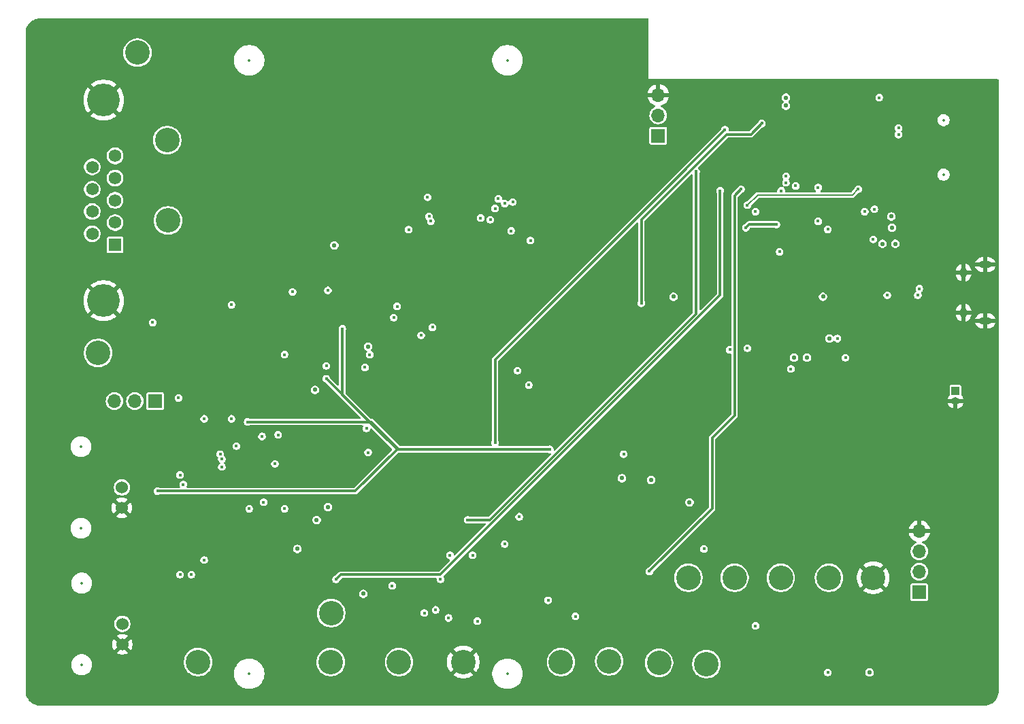
<source format=gbr>
%TF.GenerationSoftware,KiCad,Pcbnew,9.0.0*%
%TF.CreationDate,2025-02-25T12:17:52-05:00*%
%TF.ProjectId,kicad_pulse_supply-rev-C,6b696361-645f-4707-956c-73655f737570,rev?*%
%TF.SameCoordinates,Original*%
%TF.FileFunction,Copper,L2,Inr*%
%TF.FilePolarity,Positive*%
%FSLAX46Y46*%
G04 Gerber Fmt 4.6, Leading zero omitted, Abs format (unit mm)*
G04 Created by KiCad (PCBNEW 9.0.0) date 2025-02-25 12:17:52*
%MOMM*%
%LPD*%
G01*
G04 APERTURE LIST*
%TA.AperFunction,ComponentPad*%
%ADD10R,1.575000X1.575000*%
%TD*%
%TA.AperFunction,ComponentPad*%
%ADD11C,1.575000*%
%TD*%
%TA.AperFunction,ComponentPad*%
%ADD12C,4.066000*%
%TD*%
%TA.AperFunction,HeatsinkPad*%
%ADD13O,1.550000X0.890000*%
%TD*%
%TA.AperFunction,HeatsinkPad*%
%ADD14O,0.950000X1.250000*%
%TD*%
%TA.AperFunction,ComponentPad*%
%ADD15C,3.048000*%
%TD*%
%TA.AperFunction,ComponentPad*%
%ADD16R,1.700000X1.700000*%
%TD*%
%TA.AperFunction,ComponentPad*%
%ADD17O,1.700000X1.700000*%
%TD*%
%TA.AperFunction,ComponentPad*%
%ADD18C,1.524000*%
%TD*%
%TA.AperFunction,ComponentPad*%
%ADD19R,1.000000X1.000000*%
%TD*%
%TA.AperFunction,ComponentPad*%
%ADD20O,1.000000X1.000000*%
%TD*%
%TA.AperFunction,ViaPad*%
%ADD21C,0.550000*%
%TD*%
%TA.AperFunction,ViaPad*%
%ADD22C,0.450000*%
%TD*%
%TA.AperFunction,Conductor*%
%ADD23C,0.300000*%
%TD*%
%TA.AperFunction,Conductor*%
%ADD24C,0.200000*%
%TD*%
%ADD25C,0.250000*%
%ADD26C,0.150000*%
%ADD27C,0.350000*%
%ADD28O,1.150000X0.500000*%
%ADD29O,0.550000X0.850000*%
G04 APERTURE END LIST*
D10*
%TO.N,/Switching FET/DUT+*%
%TO.C,J7*%
X55286000Y-98513000D03*
D11*
X55286000Y-95743000D03*
X55286000Y-92973000D03*
X55286000Y-90203000D03*
X55286000Y-87433000D03*
%TO.N,/Switching FET/ DUT-*%
X52446000Y-97128000D03*
X52446000Y-94358000D03*
X52446000Y-91588000D03*
X52446000Y-88818000D03*
D12*
%TO.N,GND*%
X53866000Y-80478000D03*
X53866000Y-105468000D03*
%TD*%
D13*
%TO.N,GND*%
%TO.C,J1*%
X163566000Y-100978000D03*
D14*
X160866000Y-101978000D03*
X160866000Y-106978000D03*
D13*
X163566000Y-107978000D03*
%TD*%
D15*
%TO.N,GND*%
%TO.C,TP14*%
X149616000Y-139978000D03*
%TD*%
%TO.N,Net-(C46-Pad1)*%
%TO.C,TP37*%
X128866000Y-150728000D03*
%TD*%
%TO.N,/Switching FET/vgate*%
%TO.C,TP12*%
X53166000Y-111978000D03*
%TD*%
D16*
%TO.N,ESP_GPIO8*%
%TO.C,J4*%
X155366000Y-141778000D03*
D17*
%TO.N,ESP_GPIO9*%
X155366000Y-139238000D03*
%TO.N,ESP_GPIO10*%
X155366000Y-136698000D03*
%TO.N,GND*%
X155366000Y-134158000D03*
%TD*%
D15*
%TO.N,CS_10A*%
%TO.C,TP28*%
X138116000Y-139978000D03*
%TD*%
%TO.N,CS_5A*%
%TO.C,TP22*%
X132366000Y-139978000D03*
%TD*%
D18*
%TO.N,Net-(J6-In)*%
%TO.C,J6*%
X56116000Y-128728000D03*
%TO.N,GND*%
X56116000Y-131268000D03*
%TD*%
%TO.N,/Switching FET/sig_ext*%
%TO.C,J5*%
X56196000Y-145728000D03*
%TO.N,GND*%
X56196000Y-148268000D03*
%TD*%
D15*
%TO.N,/Switching FET/sig_ext*%
%TO.C,TP13*%
X65616000Y-150478000D03*
%TD*%
%TO.N,CS_20A*%
%TO.C,TP30*%
X144116000Y-139978000D03*
%TD*%
%TO.N,GND*%
%TO.C,TP9*%
X98616000Y-150478000D03*
%TD*%
D16*
%TO.N,GATE_DRV*%
%TO.C,JP2*%
X60291000Y-117978000D03*
D17*
%TO.N,/Switching FET/in+*%
X57751000Y-117978000D03*
%TO.N,/Switching FET/sig_ext*%
X55211000Y-117978000D03*
%TD*%
D15*
%TO.N,Net-(C43-Pad1)*%
%TO.C,TP36*%
X122966000Y-150578000D03*
%TD*%
%TO.N,Net-(JP1-B)*%
%TO.C,TP8*%
X58066000Y-74578000D03*
%TD*%
%TO.N,/Peak Detection/PEAK_OPT*%
%TO.C,TP33*%
X82116000Y-150478000D03*
%TD*%
%TO.N,/Switching FET/ DUT-*%
%TO.C,TP11*%
X61866000Y-95478000D03*
%TD*%
%TO.N,Net-(C37-Pad1)*%
%TO.C,TP32*%
X116766000Y-150378000D03*
%TD*%
%TO.N,Net-(J6-In)*%
%TO.C,TP34*%
X90616000Y-150478000D03*
%TD*%
D16*
%TO.N,/ESP32/TXD0*%
%TO.C,J3*%
X122866000Y-84918000D03*
D17*
%TO.N,/ESP32/RXD0*%
X122866000Y-82378000D03*
%TO.N,GND*%
X122866000Y-79838000D03*
%TD*%
D19*
%TO.N,Net-(J2-Pin_1)*%
%TO.C,J2*%
X159866000Y-116708000D03*
D20*
%TO.N,GND*%
X159866000Y-117978000D03*
%TD*%
D15*
%TO.N,/Switching FET/DUT+*%
%TO.C,TP10*%
X61766000Y-85478000D03*
%TD*%
%TO.N,Net-(U12A-+)*%
%TO.C,TP35*%
X82166000Y-144378000D03*
%TD*%
%TO.N,Net-(C34-Pad1)*%
%TO.C,TP31*%
X110766000Y-150478000D03*
%TD*%
%TO.N,CS_1A*%
%TO.C,TP18*%
X126616000Y-139978000D03*
%TD*%
D21*
%TO.N,+3V3*%
X118366000Y-127578000D03*
X143366000Y-104978000D03*
X151866000Y-94978000D03*
X144166000Y-110178000D03*
X141366000Y-112578000D03*
X124766000Y-104978000D03*
X150766000Y-98378000D03*
X138766000Y-80178000D03*
X151966000Y-96378000D03*
X139766000Y-112578000D03*
X149166000Y-151778000D03*
X121966000Y-127778000D03*
X152366000Y-98378000D03*
X138766000Y-81178000D03*
X126766000Y-130578000D03*
X82566000Y-98578000D03*
D22*
%TO.N,/ESP32/RESET*%
X134966000Y-94378000D03*
X150366000Y-80178000D03*
D21*
%TO.N,Net-(U6C-V+)*%
X80166000Y-116578000D03*
D22*
X68366000Y-124578000D03*
D21*
X86766000Y-111178000D03*
D22*
X75566000Y-122178000D03*
%TO.N,Net-(D13-K)*%
X86766000Y-124378000D03*
X86566000Y-121378000D03*
%TO.N,GNDA*%
X104766000Y-93178000D03*
X104566000Y-96778000D03*
X91816000Y-96628000D03*
%TO.N,Net-(D11-K)*%
X106766000Y-115978000D03*
X105366000Y-114178000D03*
%TO.N,/Peak Detection/PEAK_OPT*%
X109166000Y-142778000D03*
%TO.N,/I2C Voltage Supply/VCC*%
X106966000Y-97978000D03*
X101966000Y-95378000D03*
X102566000Y-93978000D03*
X134966000Y-145978000D03*
X94358706Y-94970706D03*
%TO.N,Net-(U9A-+)*%
X66366000Y-120178000D03*
X63366000Y-127178000D03*
%TO.N,Net-(U8B--)*%
X73566000Y-122378000D03*
X71966000Y-131378000D03*
X68566000Y-125178000D03*
X70366000Y-123578000D03*
%TO.N,Net-(D19-A)*%
X64766000Y-139578000D03*
X66366000Y-137778000D03*
%TO.N,/ESP32/BOOT0*%
X139966000Y-91178000D03*
X131766000Y-111578000D03*
%TO.N,/ESP32/TXD0*%
X152766000Y-84778000D03*
%TO.N,/ESP32/RXD0*%
X152766000Y-83978000D03*
%TO.N,Net-(U7A-+)*%
X76366000Y-112178000D03*
X81566000Y-113578000D03*
%TO.N,Net-(J6-In)*%
X95166000Y-143978000D03*
X95766000Y-140178000D03*
%TO.N,/Switching FET/in+*%
X69766000Y-105978000D03*
X59966000Y-108178000D03*
%TO.N,GATE_DRV*%
X63166000Y-117578000D03*
X133966000Y-111378000D03*
%TO.N,ESP_ADC1_CH3*%
X131166000Y-84178000D03*
X102566000Y-123178000D03*
%TO.N,SDA*%
X147766000Y-91578000D03*
X103766000Y-93378000D03*
X133966000Y-93578000D03*
%TO.N,SCL*%
X149766000Y-94078000D03*
X149616000Y-97828000D03*
X102966000Y-92778000D03*
X148566000Y-94378000D03*
%TO.N,ESP_ADC1_CH1*%
X120766000Y-105778000D03*
X135766000Y-83378000D03*
%TO.N,ESP_GPIO8*%
X137966000Y-99378000D03*
%TO.N,EN{slash}UVLO*%
X133766000Y-96378000D03*
X137566000Y-95978000D03*
%TO.N,ESP_GPIO10*%
X138766000Y-90778000D03*
%TO.N,/ESP32/USB_D+*%
X143966000Y-96578000D03*
X155366000Y-103978000D03*
%TO.N,CS_1A*%
X94766000Y-108778000D03*
X90366000Y-106178000D03*
%TO.N,ESP_ADC1_CH6*%
X121766000Y-139178000D03*
X133166000Y-91578000D03*
%TO.N,ESP_ADC1_CH5*%
X130566000Y-91778000D03*
X82766000Y-140178000D03*
%TO.N,CS_5A*%
X86366000Y-113778000D03*
X86966000Y-112178000D03*
%TO.N,Net-(U12A-+)*%
X89766000Y-140978000D03*
D21*
%TO.N,CS_10A*%
X77966000Y-136378000D03*
X86166000Y-141978000D03*
D22*
X75166000Y-125778000D03*
X73766000Y-130578000D03*
%TO.N,CS_20A*%
X63366000Y-139578000D03*
X76366000Y-131378000D03*
X128566000Y-136378000D03*
X68566000Y-126178000D03*
%TO.N,/ESP32/USB_D-*%
X155166000Y-104778000D03*
X142766000Y-95578000D03*
%TO.N,ESP_ADC1_CH4*%
X99166000Y-132778000D03*
X127566000Y-89378000D03*
%TO.N,ESP_GPIO9*%
X138766000Y-89978000D03*
%TO.N,Net-(RN1A-RG1)*%
X77366000Y-104378000D03*
X81766000Y-104178000D03*
%TO.N,Net-(U6B--)*%
X93366000Y-109778000D03*
X89966000Y-107578000D03*
%TO.N,GND*%
X97366000Y-121178000D03*
X152166000Y-124578000D03*
X153766000Y-109578000D03*
X134366000Y-91278000D03*
X66566000Y-107178000D03*
X113511000Y-76284800D03*
X147066000Y-84028000D03*
D21*
X141366000Y-108778000D03*
D22*
X87666000Y-92128000D03*
X144566000Y-104378000D03*
X135366000Y-79578000D03*
X74566000Y-144378000D03*
X77766000Y-143178000D03*
X120566000Y-129178000D03*
X72566000Y-115378000D03*
X95666000Y-81078000D03*
X99766000Y-141578000D03*
X69966000Y-114778000D03*
X79866000Y-106878000D03*
X114566000Y-114378000D03*
X82566000Y-102578000D03*
X150366000Y-122978000D03*
X98116000Y-97305400D03*
X113511000Y-75384800D03*
X150366000Y-124578000D03*
X79966000Y-125778000D03*
X141566000Y-87278000D03*
X62766000Y-109578000D03*
X125566000Y-103378000D03*
X143966000Y-114378000D03*
X78666000Y-76828000D03*
X124966000Y-107978000D03*
X141366000Y-79778000D03*
X65966000Y-108778000D03*
X67716000Y-76878000D03*
X134366000Y-81178000D03*
X122566000Y-133378000D03*
X150366000Y-123778000D03*
X98466000Y-91278000D03*
X71366000Y-112178000D03*
X91166000Y-112178000D03*
X78366000Y-115378000D03*
D21*
X138566000Y-109378000D03*
D22*
X149366000Y-79778000D03*
X138866000Y-94878000D03*
X69366000Y-115978000D03*
X140966000Y-152178000D03*
X65166000Y-108778000D03*
X117366000Y-119978000D03*
X141566000Y-83978000D03*
X122966000Y-129378000D03*
X87966000Y-124378000D03*
X150366000Y-122178000D03*
X100566000Y-83578000D03*
X114711000Y-75384800D03*
D21*
X90966000Y-137978000D03*
D22*
X114766000Y-134778000D03*
X76516000Y-76828000D03*
X144766000Y-117178000D03*
X145966000Y-152178000D03*
X65766000Y-141778000D03*
X140366000Y-79778000D03*
X115166000Y-127978000D03*
X128966000Y-91278000D03*
X104916000Y-95428000D03*
X99366000Y-125578000D03*
X62766000Y-110378000D03*
X76966000Y-105578000D03*
X112261000Y-75384800D03*
X119966000Y-131978000D03*
X151766000Y-116578000D03*
X151366000Y-124578000D03*
X99166000Y-81978000D03*
X142716000Y-82928000D03*
X63566000Y-108778000D03*
X114711000Y-76284800D03*
X131166000Y-106578000D03*
X92166000Y-132178000D03*
X142666000Y-88378000D03*
X97766000Y-91278000D03*
X100666000Y-86078000D03*
X116566000Y-120378000D03*
X113766000Y-140778000D03*
X144366000Y-88378000D03*
X157366000Y-122578000D03*
X98121000Y-95705400D03*
X132666000Y-81178000D03*
X157366000Y-120978000D03*
X93766000Y-108378000D03*
X104766000Y-137978000D03*
X65466000Y-76878000D03*
X96366000Y-126978000D03*
X98966000Y-126178000D03*
X112261000Y-76284800D03*
X87666000Y-93078000D03*
X146066000Y-82978000D03*
X146366000Y-108578000D03*
X136166000Y-80578000D03*
X98466000Y-81078000D03*
X140366000Y-118178000D03*
X80366000Y-118578000D03*
X75766000Y-138378000D03*
X148366000Y-79778000D03*
X114761000Y-77134800D03*
X68066000Y-99178000D03*
X131716000Y-91378000D03*
X144366000Y-79778000D03*
X147366000Y-79778000D03*
X73166000Y-128178000D03*
D21*
X70366000Y-118978000D03*
D22*
X69366000Y-122378000D03*
X151366000Y-123778000D03*
X71766000Y-128178000D03*
X146066000Y-88378000D03*
X94566000Y-137378000D03*
X64366000Y-130378000D03*
X66566000Y-100278000D03*
X82166000Y-135178000D03*
X110861000Y-77134800D03*
X61966000Y-108778000D03*
X115566000Y-140178000D03*
X95666000Y-83578000D03*
X129166000Y-100978000D03*
X116966000Y-139378000D03*
X144366000Y-82978000D03*
X120566000Y-128378000D03*
X92366000Y-105178000D03*
X152566000Y-92678000D03*
X147966000Y-108578000D03*
X154566000Y-88778000D03*
X125366000Y-99578000D03*
X141566000Y-85678000D03*
X157566000Y-118978000D03*
X137566000Y-93778000D03*
X61966000Y-109578000D03*
X138766000Y-96978000D03*
D21*
X142766000Y-108778000D03*
D22*
X61966000Y-110378000D03*
D21*
X92766000Y-137978000D03*
D22*
X135566000Y-78578000D03*
X65066000Y-107178000D03*
X104866000Y-94578000D03*
X121166000Y-129978000D03*
X71766000Y-130378000D03*
X62766000Y-108778000D03*
X76966000Y-143778000D03*
X110861000Y-75334800D03*
X106566000Y-116778000D03*
X151166000Y-152178000D03*
X86416000Y-90628000D03*
X146366000Y-79778000D03*
X63566000Y-109578000D03*
X153766000Y-119178000D03*
X145366000Y-79778000D03*
X95666000Y-86078000D03*
X147066000Y-85678000D03*
X64366000Y-108778000D03*
X152166000Y-123778000D03*
X74166000Y-77778000D03*
X110861000Y-76234800D03*
X143366000Y-79778000D03*
X112766000Y-120378000D03*
X69766000Y-77778000D03*
X142366000Y-79778000D03*
X90966000Y-110978000D03*
X63566000Y-110378000D03*
X80816000Y-76828000D03*
X136366000Y-152178000D03*
%TO.N,Net-(C34-Pad1)*%
X118566000Y-124578000D03*
%TO.N,Net-(C43-Pad1)*%
X96966000Y-137178000D03*
X100366000Y-145378000D03*
%TO.N,Net-(D7-A)*%
X143966000Y-151778000D03*
X138166000Y-91778000D03*
%TO.N,Net-(D15-A)*%
X103766000Y-135778000D03*
X105566000Y-132378000D03*
D21*
%TO.N,Net-(D17-A)*%
X81766000Y-131178000D03*
X80366000Y-132778000D03*
D22*
%TO.N,Net-(U4-EN)*%
X151366000Y-104778000D03*
X146166000Y-112578000D03*
%TO.N,TPS_FAULT_INT*%
X94166000Y-92578000D03*
X142766000Y-91378000D03*
%TO.N,Net-(U15-EXTVCC)*%
X100766000Y-95178000D03*
X94566000Y-95578000D03*
%TO.N,Net-(C37-Pad1)*%
X112566000Y-144778000D03*
X99766000Y-137178000D03*
%TO.N,Net-(C46-Pad1)*%
X96766000Y-144978000D03*
X93766000Y-144378000D03*
%TO.N,Net-(R10-Pad2)*%
X145166000Y-110178000D03*
X139366000Y-113978000D03*
%TO.N,Net-(U6C-V-)*%
X83566000Y-108978000D03*
X109366000Y-123978000D03*
X71766000Y-120578000D03*
X60566000Y-129178000D03*
X81566000Y-115178000D03*
X69766000Y-120178000D03*
X63766000Y-128378000D03*
%TD*%
D23*
%TO.N,ESP_ADC1_CH3*%
X102566000Y-112778000D02*
X131166000Y-84178000D01*
X102566000Y-123178000D02*
X102566000Y-112778000D01*
D24*
%TO.N,SDA*%
X147040000Y-92304000D02*
X147766000Y-91578000D01*
X133966000Y-93578000D02*
X135240000Y-92304000D01*
X135240000Y-92304000D02*
X147040000Y-92304000D01*
D23*
%TO.N,ESP_ADC1_CH1*%
X120766000Y-95363412D02*
X131375412Y-84754000D01*
X131375412Y-84754000D02*
X134390000Y-84754000D01*
X134390000Y-84754000D02*
X135766000Y-83378000D01*
X120766000Y-105778000D02*
X120766000Y-95363412D01*
%TO.N,EN{slash}UVLO*%
X134166000Y-95978000D02*
X133766000Y-96378000D01*
X137566000Y-95978000D02*
X134166000Y-95978000D01*
%TO.N,ESP_ADC1_CH6*%
X129566000Y-131378000D02*
X129566000Y-122578000D01*
X132366000Y-92378000D02*
X133166000Y-91578000D01*
X132366000Y-119778000D02*
X132366000Y-92378000D01*
X129566000Y-122578000D02*
X132366000Y-119778000D01*
X121766000Y-139178000D02*
X129566000Y-131378000D01*
%TO.N,ESP_ADC1_CH5*%
X83342000Y-139602000D02*
X95756588Y-139602000D01*
X95756588Y-139602000D02*
X130566000Y-104792588D01*
X82766000Y-140178000D02*
X83342000Y-139602000D01*
X130566000Y-104792588D02*
X130566000Y-91778000D01*
%TO.N,ESP_ADC1_CH4*%
X127566000Y-107151384D02*
X127566000Y-89378000D01*
X99166000Y-132778000D02*
X101939384Y-132778000D01*
X101939384Y-132778000D02*
X127566000Y-107151384D01*
%TO.N,Net-(U6C-V-)*%
X83566000Y-117178000D02*
X83566000Y-108978000D01*
X90366000Y-123978000D02*
X81566000Y-115178000D01*
X90566000Y-123978000D02*
X90366000Y-123978000D01*
X109366000Y-123978000D02*
X90566000Y-123978000D01*
X90566000Y-123978000D02*
X87166000Y-120578000D01*
X90366000Y-123978000D02*
X85166000Y-129178000D01*
X90366000Y-123978000D02*
X83566000Y-117178000D01*
X85166000Y-129178000D02*
X60566000Y-129178000D01*
X87166000Y-120578000D02*
X71766000Y-120578000D01*
%TD*%
%TA.AperFunction,Conductor*%
%TO.N,GND*%
G36*
X127084834Y-89713484D02*
G01*
X127140767Y-89755356D01*
X127165184Y-89820820D01*
X127165500Y-89829666D01*
X127165500Y-106934129D01*
X127145815Y-107001168D01*
X127129181Y-107021810D01*
X110053181Y-124097810D01*
X109991858Y-124131295D01*
X109922166Y-124126311D01*
X109866233Y-124084439D01*
X109841816Y-124018975D01*
X109841500Y-124010129D01*
X109841500Y-123915400D01*
X109841500Y-123915399D01*
X109809095Y-123794464D01*
X109746495Y-123686036D01*
X109657964Y-123597505D01*
X109549536Y-123534905D01*
X109549537Y-123534905D01*
X109509224Y-123524103D01*
X109428601Y-123502500D01*
X109303399Y-123502500D01*
X109222775Y-123524103D01*
X109182463Y-123534905D01*
X109171593Y-123541181D01*
X109137458Y-123560888D01*
X109075461Y-123577500D01*
X103099183Y-123577500D01*
X103032144Y-123557815D01*
X102986389Y-123505011D01*
X102976445Y-123435853D01*
X102991795Y-123391502D01*
X102999975Y-123377331D01*
X103009095Y-123361536D01*
X103041500Y-123240601D01*
X103041500Y-123115399D01*
X103009095Y-122994464D01*
X102991373Y-122963768D01*
X102983112Y-122949458D01*
X102966500Y-122887460D01*
X102966500Y-115915399D01*
X106290500Y-115915399D01*
X106290500Y-116040601D01*
X106322905Y-116161536D01*
X106385505Y-116269964D01*
X106474036Y-116358495D01*
X106582464Y-116421095D01*
X106703399Y-116453500D01*
X106703401Y-116453500D01*
X106828599Y-116453500D01*
X106828601Y-116453500D01*
X106949536Y-116421095D01*
X107057964Y-116358495D01*
X107146495Y-116269964D01*
X107209095Y-116161536D01*
X107241500Y-116040601D01*
X107241500Y-115915399D01*
X107209095Y-115794464D01*
X107146495Y-115686036D01*
X107057964Y-115597505D01*
X106949536Y-115534905D01*
X106949537Y-115534905D01*
X106909224Y-115524103D01*
X106828601Y-115502500D01*
X106703399Y-115502500D01*
X106622775Y-115524103D01*
X106582463Y-115534905D01*
X106474037Y-115597504D01*
X106474034Y-115597506D01*
X106385506Y-115686034D01*
X106385504Y-115686037D01*
X106322905Y-115794463D01*
X106322905Y-115794464D01*
X106290500Y-115915399D01*
X102966500Y-115915399D01*
X102966500Y-114115399D01*
X104890500Y-114115399D01*
X104890500Y-114240601D01*
X104922905Y-114361536D01*
X104985505Y-114469964D01*
X105074036Y-114558495D01*
X105182464Y-114621095D01*
X105303399Y-114653500D01*
X105303401Y-114653500D01*
X105428599Y-114653500D01*
X105428601Y-114653500D01*
X105549536Y-114621095D01*
X105657964Y-114558495D01*
X105746495Y-114469964D01*
X105809095Y-114361536D01*
X105841500Y-114240601D01*
X105841500Y-114115399D01*
X105809095Y-113994464D01*
X105746495Y-113886036D01*
X105657964Y-113797505D01*
X105549536Y-113734905D01*
X105549537Y-113734905D01*
X105501882Y-113722136D01*
X105428601Y-113702500D01*
X105303399Y-113702500D01*
X105230118Y-113722136D01*
X105182463Y-113734905D01*
X105074037Y-113797504D01*
X105074034Y-113797506D01*
X104985506Y-113886034D01*
X104985504Y-113886037D01*
X104922905Y-113994463D01*
X104922905Y-113994464D01*
X104890500Y-114115399D01*
X102966500Y-114115399D01*
X102966500Y-112995255D01*
X102986185Y-112928216D01*
X103002819Y-112907574D01*
X120153819Y-95756574D01*
X120215142Y-95723089D01*
X120284834Y-95728073D01*
X120340767Y-95769945D01*
X120365184Y-95835409D01*
X120365500Y-95844255D01*
X120365500Y-105487460D01*
X120348888Y-105549458D01*
X120322907Y-105594459D01*
X120322905Y-105594462D01*
X120318674Y-105610254D01*
X120290500Y-105715399D01*
X120290500Y-105840601D01*
X120322905Y-105961536D01*
X120385505Y-106069964D01*
X120474036Y-106158495D01*
X120582464Y-106221095D01*
X120703399Y-106253500D01*
X120703401Y-106253500D01*
X120828599Y-106253500D01*
X120828601Y-106253500D01*
X120949536Y-106221095D01*
X121057964Y-106158495D01*
X121146495Y-106069964D01*
X121209095Y-105961536D01*
X121241500Y-105840601D01*
X121241500Y-105715399D01*
X121209095Y-105594464D01*
X121205375Y-105588020D01*
X121183112Y-105549458D01*
X121166500Y-105487460D01*
X121166500Y-104908817D01*
X124240500Y-104908817D01*
X124240500Y-105047183D01*
X124270326Y-105158493D01*
X124276312Y-105180835D01*
X124276313Y-105180838D01*
X124345492Y-105300661D01*
X124345494Y-105300664D01*
X124345495Y-105300665D01*
X124443335Y-105398505D01*
X124563164Y-105467688D01*
X124696817Y-105503500D01*
X124696819Y-105503500D01*
X124835181Y-105503500D01*
X124835183Y-105503500D01*
X124968836Y-105467688D01*
X125088665Y-105398505D01*
X125186505Y-105300665D01*
X125255688Y-105180836D01*
X125291500Y-105047183D01*
X125291500Y-104908817D01*
X125255688Y-104775164D01*
X125194236Y-104668726D01*
X125186507Y-104655338D01*
X125186503Y-104655333D01*
X125088666Y-104557496D01*
X125088661Y-104557492D01*
X124968838Y-104488313D01*
X124968837Y-104488312D01*
X124968836Y-104488312D01*
X124835183Y-104452500D01*
X124696817Y-104452500D01*
X124563164Y-104488312D01*
X124563161Y-104488313D01*
X124443338Y-104557492D01*
X124443333Y-104557496D01*
X124345496Y-104655333D01*
X124345492Y-104655338D01*
X124276313Y-104775161D01*
X124276312Y-104775164D01*
X124240500Y-104908817D01*
X121166500Y-104908817D01*
X121166500Y-95580666D01*
X121186185Y-95513627D01*
X121202814Y-95492990D01*
X126953819Y-89741984D01*
X127015142Y-89708500D01*
X127084834Y-89713484D01*
G37*
%TD.AperFunction*%
%TA.AperFunction,Conductor*%
G36*
X121609039Y-70315185D02*
G01*
X121654794Y-70367989D01*
X121666000Y-70419500D01*
X121666000Y-77878000D01*
X165120500Y-77878000D01*
X165187539Y-77897685D01*
X165233294Y-77950489D01*
X165244500Y-78002000D01*
X165244500Y-154090933D01*
X165244235Y-154099043D01*
X165229636Y-154321778D01*
X165227518Y-154337859D01*
X165184769Y-154552771D01*
X165180571Y-154568438D01*
X165110133Y-154775942D01*
X165103926Y-154790928D01*
X165007007Y-154987460D01*
X164998897Y-155001507D01*
X164877154Y-155183708D01*
X164867280Y-155196576D01*
X164722797Y-155361328D01*
X164711328Y-155372797D01*
X164546576Y-155517280D01*
X164533708Y-155527154D01*
X164351507Y-155648897D01*
X164337460Y-155657007D01*
X164140928Y-155753926D01*
X164125942Y-155760133D01*
X163918438Y-155830571D01*
X163902771Y-155834769D01*
X163687859Y-155877518D01*
X163671778Y-155879636D01*
X163449043Y-155894235D01*
X163440933Y-155894500D01*
X45949067Y-155894500D01*
X45940957Y-155894235D01*
X45718221Y-155879636D01*
X45702140Y-155877518D01*
X45487228Y-155834769D01*
X45471561Y-155830571D01*
X45264057Y-155760133D01*
X45249071Y-155753926D01*
X45052539Y-155657007D01*
X45038492Y-155648897D01*
X44856291Y-155527154D01*
X44843423Y-155517280D01*
X44678671Y-155372797D01*
X44667202Y-155361328D01*
X44614730Y-155301495D01*
X44522716Y-155196573D01*
X44512845Y-155183708D01*
X44391102Y-155001507D01*
X44382992Y-154987460D01*
X44380196Y-154981791D01*
X44286070Y-154790921D01*
X44279866Y-154775942D01*
X44209428Y-154568438D01*
X44205230Y-154552771D01*
X44193217Y-154492376D01*
X44162479Y-154337848D01*
X44160364Y-154321790D01*
X44145765Y-154099043D01*
X44145500Y-154090933D01*
X44145500Y-150705255D01*
X49810500Y-150705255D01*
X49810500Y-150910745D01*
X49812747Y-150924930D01*
X49842646Y-151113706D01*
X49842646Y-151113709D01*
X49906144Y-151309135D01*
X49996280Y-151486037D01*
X49999436Y-151492231D01*
X50120220Y-151658476D01*
X50265524Y-151803780D01*
X50431769Y-151924564D01*
X50526656Y-151972911D01*
X50614864Y-152017855D01*
X50810291Y-152081353D01*
X50810292Y-152081353D01*
X50810295Y-152081354D01*
X51013255Y-152113500D01*
X51013256Y-152113500D01*
X51218744Y-152113500D01*
X51218745Y-152113500D01*
X51421705Y-152081354D01*
X51421708Y-152081353D01*
X51421709Y-152081353D01*
X51617135Y-152017855D01*
X51617135Y-152017854D01*
X51617138Y-152017854D01*
X51800231Y-151924564D01*
X51966476Y-151803780D01*
X52111780Y-151658476D01*
X52232564Y-151492231D01*
X52325854Y-151309138D01*
X52328947Y-151299618D01*
X52389353Y-151113709D01*
X52389353Y-151113708D01*
X52389354Y-151113705D01*
X52421500Y-150910745D01*
X52421500Y-150705255D01*
X52389354Y-150502295D01*
X52389353Y-150502291D01*
X52389353Y-150502290D01*
X52354802Y-150395952D01*
X52343668Y-150361685D01*
X63841500Y-150361685D01*
X63841500Y-150594314D01*
X63856107Y-150705255D01*
X63871863Y-150824930D01*
X63894857Y-150910744D01*
X63932068Y-151049620D01*
X64021083Y-151264521D01*
X64021088Y-151264532D01*
X64137387Y-151465966D01*
X64137398Y-151465982D01*
X64278996Y-151650517D01*
X64279002Y-151650524D01*
X64443475Y-151814997D01*
X64443482Y-151815003D01*
X64485419Y-151847182D01*
X64628026Y-151956608D01*
X64628033Y-151956612D01*
X64829467Y-152072911D01*
X64829472Y-152072913D01*
X64829475Y-152072915D01*
X64849849Y-152081354D01*
X65044379Y-152161931D01*
X65044380Y-152161931D01*
X65044382Y-152161932D01*
X65269070Y-152222137D01*
X65499693Y-152252500D01*
X65499700Y-152252500D01*
X65732300Y-152252500D01*
X65732307Y-152252500D01*
X65962930Y-152222137D01*
X66187618Y-152161932D01*
X66402525Y-152072915D01*
X66603974Y-151956608D01*
X66788519Y-151815002D01*
X66800080Y-151803441D01*
X70065500Y-151803441D01*
X70065500Y-152052558D01*
X70065501Y-152052575D01*
X70098017Y-152299561D01*
X70162498Y-152540207D01*
X70257830Y-152770361D01*
X70257837Y-152770376D01*
X70382400Y-152986126D01*
X70534060Y-153183774D01*
X70534066Y-153183781D01*
X70710218Y-153359933D01*
X70710225Y-153359939D01*
X70907873Y-153511599D01*
X71123623Y-153636162D01*
X71123638Y-153636169D01*
X71222825Y-153677253D01*
X71353793Y-153731502D01*
X71594435Y-153795982D01*
X71841435Y-153828500D01*
X71841442Y-153828500D01*
X72090558Y-153828500D01*
X72090565Y-153828500D01*
X72337565Y-153795982D01*
X72578207Y-153731502D01*
X72808373Y-153636164D01*
X73024127Y-153511599D01*
X73221776Y-153359938D01*
X73397938Y-153183776D01*
X73549599Y-152986127D01*
X73674164Y-152770373D01*
X73769502Y-152540207D01*
X73833982Y-152299565D01*
X73866500Y-152052565D01*
X73866500Y-151803435D01*
X73833982Y-151556435D01*
X73769502Y-151315793D01*
X73700670Y-151149618D01*
X73674167Y-151085633D01*
X73674162Y-151085623D01*
X73549599Y-150869873D01*
X73397939Y-150672225D01*
X73397933Y-150672218D01*
X73221781Y-150496066D01*
X73221774Y-150496060D01*
X73169580Y-150456010D01*
X73046652Y-150361685D01*
X80341500Y-150361685D01*
X80341500Y-150594314D01*
X80356107Y-150705255D01*
X80371863Y-150824930D01*
X80394857Y-150910744D01*
X80432068Y-151049620D01*
X80521083Y-151264521D01*
X80521088Y-151264532D01*
X80637387Y-151465966D01*
X80637398Y-151465982D01*
X80778996Y-151650517D01*
X80779002Y-151650524D01*
X80943475Y-151814997D01*
X80943482Y-151815003D01*
X80985419Y-151847182D01*
X81128026Y-151956608D01*
X81128033Y-151956612D01*
X81329467Y-152072911D01*
X81329472Y-152072913D01*
X81329475Y-152072915D01*
X81349849Y-152081354D01*
X81544379Y-152161931D01*
X81544380Y-152161931D01*
X81544382Y-152161932D01*
X81769070Y-152222137D01*
X81999693Y-152252500D01*
X81999700Y-152252500D01*
X82232300Y-152252500D01*
X82232307Y-152252500D01*
X82462930Y-152222137D01*
X82687618Y-152161932D01*
X82902525Y-152072915D01*
X83103974Y-151956608D01*
X83288519Y-151815002D01*
X83453002Y-151650519D01*
X83594608Y-151465974D01*
X83710915Y-151264525D01*
X83799932Y-151049618D01*
X83860137Y-150824930D01*
X83890500Y-150594307D01*
X83890500Y-150361693D01*
X83890499Y-150361685D01*
X88841500Y-150361685D01*
X88841500Y-150594314D01*
X88856107Y-150705255D01*
X88871863Y-150824930D01*
X88894857Y-150910744D01*
X88932068Y-151049620D01*
X89021083Y-151264521D01*
X89021088Y-151264532D01*
X89137387Y-151465966D01*
X89137398Y-151465982D01*
X89278996Y-151650517D01*
X89279002Y-151650524D01*
X89443475Y-151814997D01*
X89443482Y-151815003D01*
X89485419Y-151847182D01*
X89628026Y-151956608D01*
X89628033Y-151956612D01*
X89829467Y-152072911D01*
X89829472Y-152072913D01*
X89829475Y-152072915D01*
X89849849Y-152081354D01*
X90044379Y-152161931D01*
X90044380Y-152161931D01*
X90044382Y-152161932D01*
X90269070Y-152222137D01*
X90499693Y-152252500D01*
X90499700Y-152252500D01*
X90732300Y-152252500D01*
X90732307Y-152252500D01*
X90962930Y-152222137D01*
X91187618Y-152161932D01*
X91402525Y-152072915D01*
X91603974Y-151956608D01*
X91610011Y-151951975D01*
X91640336Y-151928707D01*
X91709909Y-151875321D01*
X91788519Y-151815002D01*
X91953002Y-151650519D01*
X92094608Y-151465974D01*
X92210915Y-151264525D01*
X92299932Y-151049618D01*
X92360137Y-150824930D01*
X92390500Y-150594307D01*
X92390500Y-150361693D01*
X92388347Y-150345346D01*
X96592000Y-150345346D01*
X96592000Y-150610653D01*
X96592001Y-150610670D01*
X96626630Y-150873706D01*
X96695303Y-151129996D01*
X96796828Y-151375101D01*
X96796835Y-151375115D01*
X96929490Y-151604880D01*
X96929501Y-151604897D01*
X97018961Y-151721482D01*
X97018962Y-151721482D01*
X97648924Y-151091520D01*
X97744169Y-151222614D01*
X97871386Y-151349831D01*
X98002477Y-151445074D01*
X97372516Y-152075035D01*
X97372516Y-152075037D01*
X97489102Y-152164498D01*
X97489119Y-152164509D01*
X97718884Y-152297164D01*
X97718898Y-152297171D01*
X97964003Y-152398696D01*
X98220293Y-152467369D01*
X98483329Y-152501998D01*
X98483347Y-152502000D01*
X98748653Y-152502000D01*
X98748670Y-152501998D01*
X99011706Y-152467369D01*
X99267996Y-152398696D01*
X99513101Y-152297171D01*
X99513115Y-152297164D01*
X99742883Y-152164507D01*
X99859482Y-152075036D01*
X99859482Y-152075035D01*
X99587888Y-151803441D01*
X102215500Y-151803441D01*
X102215500Y-152052558D01*
X102215501Y-152052575D01*
X102248017Y-152299561D01*
X102312498Y-152540207D01*
X102407830Y-152770361D01*
X102407837Y-152770376D01*
X102532400Y-152986126D01*
X102684060Y-153183774D01*
X102684066Y-153183781D01*
X102860218Y-153359933D01*
X102860225Y-153359939D01*
X103057873Y-153511599D01*
X103273623Y-153636162D01*
X103273638Y-153636169D01*
X103372825Y-153677253D01*
X103503793Y-153731502D01*
X103744435Y-153795982D01*
X103991435Y-153828500D01*
X103991442Y-153828500D01*
X104240558Y-153828500D01*
X104240565Y-153828500D01*
X104487565Y-153795982D01*
X104728207Y-153731502D01*
X104958373Y-153636164D01*
X105174127Y-153511599D01*
X105371776Y-153359938D01*
X105547938Y-153183776D01*
X105699599Y-152986127D01*
X105824164Y-152770373D01*
X105919502Y-152540207D01*
X105983982Y-152299565D01*
X106016500Y-152052565D01*
X106016500Y-151803435D01*
X105983982Y-151556435D01*
X105919502Y-151315793D01*
X105850670Y-151149618D01*
X105824167Y-151085633D01*
X105824162Y-151085623D01*
X105699599Y-150869873D01*
X105547939Y-150672225D01*
X105547933Y-150672218D01*
X105371781Y-150496066D01*
X105371774Y-150496060D01*
X105319580Y-150456010D01*
X105196652Y-150361685D01*
X108991500Y-150361685D01*
X108991500Y-150594314D01*
X109006107Y-150705255D01*
X109021863Y-150824930D01*
X109044857Y-150910744D01*
X109082068Y-151049620D01*
X109171083Y-151264521D01*
X109171088Y-151264532D01*
X109287387Y-151465966D01*
X109287398Y-151465982D01*
X109428996Y-151650517D01*
X109429002Y-151650524D01*
X109593475Y-151814997D01*
X109593482Y-151815003D01*
X109635419Y-151847182D01*
X109778026Y-151956608D01*
X109778033Y-151956612D01*
X109979467Y-152072911D01*
X109979472Y-152072913D01*
X109979475Y-152072915D01*
X109999849Y-152081354D01*
X110194379Y-152161931D01*
X110194380Y-152161931D01*
X110194382Y-152161932D01*
X110419070Y-152222137D01*
X110649693Y-152252500D01*
X110649700Y-152252500D01*
X110882300Y-152252500D01*
X110882307Y-152252500D01*
X111112930Y-152222137D01*
X111337618Y-152161932D01*
X111552525Y-152072915D01*
X111753974Y-151956608D01*
X111938519Y-151815002D01*
X112103002Y-151650519D01*
X112244608Y-151465974D01*
X112360915Y-151264525D01*
X112449932Y-151049618D01*
X112510137Y-150824930D01*
X112540500Y-150594307D01*
X112540500Y-150361693D01*
X112527333Y-150261685D01*
X114991500Y-150261685D01*
X114991500Y-150494314D01*
X115006955Y-150611699D01*
X115021863Y-150724930D01*
X115027416Y-150745653D01*
X115082068Y-150949620D01*
X115171083Y-151164521D01*
X115171088Y-151164532D01*
X115287387Y-151365966D01*
X115287398Y-151365982D01*
X115428996Y-151550517D01*
X115429002Y-151550524D01*
X115593475Y-151714997D01*
X115593482Y-151715003D01*
X115594758Y-151715982D01*
X115778026Y-151856608D01*
X115778033Y-151856612D01*
X115979467Y-151972911D01*
X115979472Y-151972913D01*
X115979475Y-151972915D01*
X115998603Y-151980838D01*
X116194379Y-152061931D01*
X116194380Y-152061931D01*
X116194382Y-152061932D01*
X116419070Y-152122137D01*
X116649693Y-152152500D01*
X116649700Y-152152500D01*
X116882300Y-152152500D01*
X116882307Y-152152500D01*
X117112930Y-152122137D01*
X117337618Y-152061932D01*
X117552525Y-151972915D01*
X117753974Y-151856608D01*
X117938519Y-151715002D01*
X118103002Y-151550519D01*
X118244608Y-151365974D01*
X118360915Y-151164525D01*
X118449932Y-150949618D01*
X118510137Y-150724930D01*
X118540500Y-150494307D01*
X118540500Y-150461685D01*
X121191500Y-150461685D01*
X121191500Y-150694314D01*
X121211248Y-150844307D01*
X121221863Y-150924930D01*
X121228479Y-150949620D01*
X121282068Y-151149620D01*
X121371083Y-151364521D01*
X121371088Y-151364532D01*
X121487387Y-151565966D01*
X121487398Y-151565982D01*
X121628996Y-151750517D01*
X121629002Y-151750524D01*
X121793475Y-151914997D01*
X121793482Y-151915003D01*
X121847694Y-151956601D01*
X121978026Y-152056608D01*
X121978033Y-152056612D01*
X122179467Y-152172911D01*
X122179472Y-152172913D01*
X122179475Y-152172915D01*
X122260827Y-152206612D01*
X122394379Y-152261931D01*
X122394380Y-152261931D01*
X122394382Y-152261932D01*
X122619070Y-152322137D01*
X122849693Y-152352500D01*
X122849700Y-152352500D01*
X123082300Y-152352500D01*
X123082307Y-152352500D01*
X123312930Y-152322137D01*
X123537618Y-152261932D01*
X123752525Y-152172915D01*
X123953974Y-152056608D01*
X124138519Y-151915002D01*
X124303002Y-151750519D01*
X124444608Y-151565974D01*
X124560915Y-151364525D01*
X124649932Y-151149618D01*
X124710137Y-150924930D01*
X124740500Y-150694307D01*
X124740500Y-150611685D01*
X127091500Y-150611685D01*
X127091500Y-150844314D01*
X127105365Y-150949620D01*
X127121863Y-151074930D01*
X127124731Y-151085633D01*
X127182068Y-151299620D01*
X127271083Y-151514521D01*
X127271088Y-151514532D01*
X127387063Y-151715404D01*
X127387391Y-151715973D01*
X127387398Y-151715982D01*
X127528996Y-151900517D01*
X127529002Y-151900524D01*
X127693475Y-152064997D01*
X127693482Y-152065003D01*
X127706559Y-152075037D01*
X127878026Y-152206608D01*
X127878033Y-152206612D01*
X128079467Y-152322911D01*
X128079472Y-152322913D01*
X128079475Y-152322915D01*
X128150900Y-152352500D01*
X128294379Y-152411931D01*
X128294380Y-152411931D01*
X128294382Y-152411932D01*
X128519070Y-152472137D01*
X128749693Y-152502500D01*
X128749700Y-152502500D01*
X128982300Y-152502500D01*
X128982307Y-152502500D01*
X129212930Y-152472137D01*
X129437618Y-152411932D01*
X129652525Y-152322915D01*
X129853974Y-152206608D01*
X130038519Y-152065002D01*
X130203002Y-151900519D01*
X130344608Y-151715974D01*
X130344940Y-151715399D01*
X143490500Y-151715399D01*
X143490500Y-151840601D01*
X143522905Y-151961536D01*
X143585505Y-152069964D01*
X143674036Y-152158495D01*
X143782464Y-152221095D01*
X143903399Y-152253500D01*
X143903401Y-152253500D01*
X144028599Y-152253500D01*
X144028601Y-152253500D01*
X144149536Y-152221095D01*
X144257964Y-152158495D01*
X144346495Y-152069964D01*
X144409095Y-151961536D01*
X144441500Y-151840601D01*
X144441500Y-151715399D01*
X144439736Y-151708817D01*
X148640500Y-151708817D01*
X148640500Y-151847183D01*
X148669822Y-151956612D01*
X148676312Y-151980835D01*
X148676313Y-151980838D01*
X148745492Y-152100661D01*
X148745494Y-152100664D01*
X148745495Y-152100665D01*
X148843335Y-152198505D01*
X148843336Y-152198506D01*
X148843338Y-152198507D01*
X148882460Y-152221094D01*
X148963164Y-152267688D01*
X149096817Y-152303500D01*
X149096819Y-152303500D01*
X149235181Y-152303500D01*
X149235183Y-152303500D01*
X149368836Y-152267688D01*
X149488665Y-152198505D01*
X149586505Y-152100665D01*
X149655688Y-151980836D01*
X149691500Y-151847183D01*
X149691500Y-151708817D01*
X149655688Y-151575164D01*
X149592652Y-151465982D01*
X149586507Y-151455338D01*
X149586503Y-151455333D01*
X149488666Y-151357496D01*
X149488661Y-151357492D01*
X149368838Y-151288313D01*
X149368837Y-151288312D01*
X149368836Y-151288312D01*
X149235183Y-151252500D01*
X149096817Y-151252500D01*
X148963164Y-151288312D01*
X148963161Y-151288313D01*
X148843338Y-151357492D01*
X148843333Y-151357496D01*
X148745496Y-151455333D01*
X148745492Y-151455338D01*
X148676313Y-151575161D01*
X148676312Y-151575164D01*
X148640500Y-151708817D01*
X144439736Y-151708817D01*
X144409095Y-151594464D01*
X144346495Y-151486036D01*
X144257964Y-151397505D01*
X144149536Y-151334905D01*
X144149537Y-151334905D01*
X144078210Y-151315793D01*
X144028601Y-151302500D01*
X143903399Y-151302500D01*
X143853790Y-151315793D01*
X143782463Y-151334905D01*
X143674037Y-151397504D01*
X143674034Y-151397506D01*
X143585506Y-151486034D01*
X143585504Y-151486037D01*
X143522905Y-151594463D01*
X143506702Y-151654931D01*
X143490500Y-151715399D01*
X130344940Y-151715399D01*
X130460915Y-151514525D01*
X130549932Y-151299618D01*
X130610137Y-151074930D01*
X130640500Y-150844307D01*
X130640500Y-150611693D01*
X130610137Y-150381070D01*
X130549932Y-150156382D01*
X130539447Y-150131070D01*
X130487799Y-150006379D01*
X130460915Y-149941475D01*
X130460913Y-149941472D01*
X130460911Y-149941467D01*
X130344612Y-149740033D01*
X130344608Y-149740026D01*
X130235740Y-149598146D01*
X130203003Y-149555482D01*
X130202997Y-149555475D01*
X130038524Y-149391002D01*
X130038517Y-149390996D01*
X129853982Y-149249398D01*
X129853980Y-149249396D01*
X129853974Y-149249392D01*
X129853969Y-149249389D01*
X129853966Y-149249387D01*
X129652532Y-149133088D01*
X129652521Y-149133083D01*
X129437620Y-149044068D01*
X129325274Y-149013965D01*
X129212930Y-148983863D01*
X129161680Y-148977115D01*
X128982314Y-148953500D01*
X128982307Y-148953500D01*
X128749693Y-148953500D01*
X128749685Y-148953500D01*
X128544694Y-148980489D01*
X128519070Y-148983863D01*
X128462898Y-148998914D01*
X128294379Y-149044068D01*
X128079478Y-149133083D01*
X128079467Y-149133088D01*
X127878033Y-149249387D01*
X127878017Y-149249398D01*
X127693482Y-149390996D01*
X127693475Y-149391002D01*
X127529002Y-149555475D01*
X127528996Y-149555482D01*
X127387398Y-149740017D01*
X127387387Y-149740033D01*
X127271088Y-149941467D01*
X127271083Y-149941478D01*
X127182068Y-150156379D01*
X127141747Y-150306862D01*
X127127054Y-150361699D01*
X127121863Y-150381071D01*
X127091500Y-150611685D01*
X124740500Y-150611685D01*
X124740500Y-150461693D01*
X124710137Y-150231070D01*
X124649932Y-150006382D01*
X124629694Y-149957524D01*
X124575217Y-149826003D01*
X124560915Y-149791475D01*
X124560913Y-149791472D01*
X124560911Y-149791467D01*
X124444612Y-149590033D01*
X124444608Y-149590026D01*
X124367881Y-149490033D01*
X124303003Y-149405482D01*
X124302997Y-149405475D01*
X124138524Y-149241002D01*
X124138517Y-149240996D01*
X123953982Y-149099398D01*
X123953980Y-149099396D01*
X123953974Y-149099392D01*
X123953969Y-149099389D01*
X123953966Y-149099387D01*
X123752532Y-148983088D01*
X123752521Y-148983083D01*
X123537620Y-148894068D01*
X123425274Y-148863965D01*
X123312930Y-148833863D01*
X123261680Y-148827115D01*
X123082314Y-148803500D01*
X123082307Y-148803500D01*
X122849693Y-148803500D01*
X122849685Y-148803500D01*
X122644694Y-148830489D01*
X122619070Y-148833863D01*
X122562898Y-148848914D01*
X122394379Y-148894068D01*
X122179478Y-148983083D01*
X122179467Y-148983088D01*
X121978033Y-149099387D01*
X121978017Y-149099398D01*
X121793482Y-149240996D01*
X121793475Y-149241002D01*
X121629002Y-149405475D01*
X121628996Y-149405482D01*
X121487398Y-149590017D01*
X121487387Y-149590033D01*
X121371088Y-149791467D01*
X121371083Y-149791478D01*
X121282068Y-150006379D01*
X121221863Y-150231071D01*
X121191500Y-150461685D01*
X118540500Y-150461685D01*
X118540500Y-150261693D01*
X118510137Y-150031070D01*
X118449932Y-149806382D01*
X118443757Y-149791475D01*
X118360916Y-149591478D01*
X118360911Y-149591467D01*
X118244612Y-149390033D01*
X118244608Y-149390026D01*
X118103002Y-149205481D01*
X118102997Y-149205475D01*
X117938524Y-149041002D01*
X117938517Y-149040996D01*
X117753982Y-148899398D01*
X117753980Y-148899396D01*
X117753974Y-148899392D01*
X117753969Y-148899389D01*
X117753966Y-148899387D01*
X117552532Y-148783088D01*
X117552521Y-148783083D01*
X117337620Y-148694068D01*
X117225274Y-148663965D01*
X117112930Y-148633863D01*
X117061680Y-148627115D01*
X116882314Y-148603500D01*
X116882307Y-148603500D01*
X116649693Y-148603500D01*
X116649685Y-148603500D01*
X116444694Y-148630489D01*
X116419070Y-148633863D01*
X116362898Y-148648914D01*
X116194379Y-148694068D01*
X115979478Y-148783083D01*
X115979467Y-148783088D01*
X115778033Y-148899387D01*
X115778017Y-148899398D01*
X115593482Y-149040996D01*
X115593475Y-149041002D01*
X115429002Y-149205475D01*
X115428996Y-149205482D01*
X115287398Y-149390017D01*
X115287387Y-149390033D01*
X115171088Y-149591467D01*
X115171083Y-149591478D01*
X115082068Y-149806379D01*
X115055274Y-149906379D01*
X115022820Y-150027501D01*
X115021863Y-150031071D01*
X114991500Y-150261685D01*
X112527333Y-150261685D01*
X112510137Y-150131070D01*
X112449932Y-149906382D01*
X112438564Y-149878938D01*
X112360916Y-149691478D01*
X112360911Y-149691467D01*
X112244612Y-149490033D01*
X112244608Y-149490026D01*
X112167881Y-149390033D01*
X112103003Y-149305482D01*
X112102997Y-149305475D01*
X111938524Y-149141002D01*
X111938517Y-149140996D01*
X111753982Y-148999398D01*
X111753980Y-148999396D01*
X111753974Y-148999392D01*
X111753969Y-148999389D01*
X111753966Y-148999387D01*
X111552532Y-148883088D01*
X111552521Y-148883083D01*
X111337620Y-148794068D01*
X111225274Y-148763965D01*
X111112930Y-148733863D01*
X111061680Y-148727115D01*
X110882314Y-148703500D01*
X110882307Y-148703500D01*
X110649693Y-148703500D01*
X110649685Y-148703500D01*
X110444694Y-148730489D01*
X110419070Y-148733863D01*
X110362898Y-148748914D01*
X110194379Y-148794068D01*
X109979478Y-148883083D01*
X109979467Y-148883088D01*
X109778033Y-148999387D01*
X109778017Y-148999398D01*
X109593482Y-149140996D01*
X109593475Y-149141002D01*
X109429002Y-149305475D01*
X109428996Y-149305482D01*
X109287398Y-149490017D01*
X109287387Y-149490033D01*
X109171088Y-149691467D01*
X109171083Y-149691478D01*
X109082068Y-149906379D01*
X109046469Y-150039240D01*
X109023820Y-150123769D01*
X109021863Y-150131071D01*
X108991500Y-150361685D01*
X105196652Y-150361685D01*
X105174126Y-150344400D01*
X104958376Y-150219837D01*
X104958361Y-150219830D01*
X104728207Y-150124498D01*
X104487561Y-150060017D01*
X104240575Y-150027501D01*
X104240570Y-150027500D01*
X104240565Y-150027500D01*
X103991435Y-150027500D01*
X103991429Y-150027500D01*
X103991424Y-150027501D01*
X103744438Y-150060017D01*
X103503792Y-150124498D01*
X103273638Y-150219830D01*
X103273623Y-150219837D01*
X103057873Y-150344400D01*
X102860225Y-150496060D01*
X102860218Y-150496066D01*
X102684066Y-150672218D01*
X102684060Y-150672225D01*
X102532400Y-150869873D01*
X102407837Y-151085623D01*
X102407833Y-151085633D01*
X102312498Y-151315792D01*
X102248017Y-151556438D01*
X102215501Y-151803424D01*
X102215500Y-151803441D01*
X99587888Y-151803441D01*
X99229521Y-151445075D01*
X99360614Y-151349831D01*
X99487831Y-151222614D01*
X99583075Y-151091521D01*
X100213035Y-151721482D01*
X100213037Y-151721482D01*
X100302505Y-151604888D01*
X100435164Y-151375115D01*
X100435171Y-151375101D01*
X100536696Y-151129996D01*
X100605369Y-150873706D01*
X100639998Y-150610670D01*
X100640000Y-150610653D01*
X100640000Y-150345346D01*
X100639998Y-150345329D01*
X100605369Y-150082293D01*
X100536696Y-149826003D01*
X100435171Y-149580898D01*
X100435164Y-149580884D01*
X100302509Y-149351119D01*
X100302498Y-149351102D01*
X100213037Y-149234516D01*
X100213035Y-149234516D01*
X99583074Y-149864477D01*
X99487831Y-149733386D01*
X99360614Y-149606169D01*
X99229521Y-149510924D01*
X99859482Y-148880962D01*
X99859482Y-148880961D01*
X99742897Y-148791501D01*
X99742880Y-148791490D01*
X99513115Y-148658835D01*
X99513101Y-148658828D01*
X99267996Y-148557303D01*
X99011706Y-148488630D01*
X98748670Y-148454001D01*
X98748653Y-148454000D01*
X98483347Y-148454000D01*
X98483329Y-148454001D01*
X98220293Y-148488630D01*
X97964003Y-148557303D01*
X97718898Y-148658828D01*
X97718884Y-148658835D01*
X97489112Y-148791494D01*
X97372516Y-148880962D01*
X98002478Y-149510924D01*
X97871386Y-149606169D01*
X97744169Y-149733386D01*
X97648924Y-149864478D01*
X97018962Y-149234516D01*
X96929494Y-149351112D01*
X96796835Y-149580884D01*
X96796828Y-149580898D01*
X96695303Y-149826003D01*
X96626630Y-150082293D01*
X96592001Y-150345329D01*
X96592000Y-150345346D01*
X92388347Y-150345346D01*
X92388223Y-150344401D01*
X92377333Y-150261685D01*
X92360137Y-150131070D01*
X92299932Y-149906382D01*
X92288564Y-149878938D01*
X92210916Y-149691478D01*
X92210911Y-149691467D01*
X92094612Y-149490033D01*
X92094608Y-149490026D01*
X92017881Y-149390033D01*
X91953003Y-149305482D01*
X91952997Y-149305475D01*
X91788524Y-149141002D01*
X91788517Y-149140996D01*
X91640333Y-149027291D01*
X91603982Y-148999398D01*
X91603980Y-148999396D01*
X91603974Y-148999392D01*
X91603969Y-148999389D01*
X91603966Y-148999387D01*
X91402532Y-148883088D01*
X91402521Y-148883083D01*
X91187620Y-148794068D01*
X91075274Y-148763965D01*
X90962930Y-148733863D01*
X90911680Y-148727115D01*
X90732314Y-148703500D01*
X90732307Y-148703500D01*
X90499693Y-148703500D01*
X90499685Y-148703500D01*
X90294694Y-148730489D01*
X90269070Y-148733863D01*
X90212898Y-148748914D01*
X90044379Y-148794068D01*
X89829478Y-148883083D01*
X89829467Y-148883088D01*
X89628033Y-148999387D01*
X89628017Y-148999398D01*
X89443482Y-149140996D01*
X89443475Y-149141002D01*
X89279002Y-149305475D01*
X89278996Y-149305482D01*
X89137398Y-149490017D01*
X89137387Y-149490033D01*
X89021088Y-149691467D01*
X89021083Y-149691478D01*
X88932068Y-149906379D01*
X88896469Y-150039240D01*
X88873820Y-150123769D01*
X88871863Y-150131071D01*
X88841500Y-150361685D01*
X83890499Y-150361685D01*
X83860137Y-150131070D01*
X83799932Y-149906382D01*
X83788564Y-149878938D01*
X83710916Y-149691478D01*
X83710911Y-149691467D01*
X83594612Y-149490033D01*
X83594608Y-149490026D01*
X83517881Y-149390033D01*
X83453003Y-149305482D01*
X83452997Y-149305475D01*
X83288524Y-149141002D01*
X83288517Y-149140996D01*
X83103982Y-148999398D01*
X83103980Y-148999396D01*
X83103974Y-148999392D01*
X83103969Y-148999389D01*
X83103966Y-148999387D01*
X82902532Y-148883088D01*
X82902521Y-148883083D01*
X82687620Y-148794068D01*
X82575274Y-148763965D01*
X82462930Y-148733863D01*
X82411680Y-148727115D01*
X82232314Y-148703500D01*
X82232307Y-148703500D01*
X81999693Y-148703500D01*
X81999685Y-148703500D01*
X81794694Y-148730489D01*
X81769070Y-148733863D01*
X81712898Y-148748914D01*
X81544379Y-148794068D01*
X81329478Y-148883083D01*
X81329467Y-148883088D01*
X81128033Y-148999387D01*
X81128017Y-148999398D01*
X80943482Y-149140996D01*
X80943475Y-149141002D01*
X80779002Y-149305475D01*
X80778996Y-149305482D01*
X80637398Y-149490017D01*
X80637387Y-149490033D01*
X80521088Y-149691467D01*
X80521083Y-149691478D01*
X80432068Y-149906379D01*
X80396469Y-150039240D01*
X80373820Y-150123769D01*
X80371863Y-150131071D01*
X80341500Y-150361685D01*
X73046652Y-150361685D01*
X73024126Y-150344400D01*
X72808376Y-150219837D01*
X72808361Y-150219830D01*
X72578207Y-150124498D01*
X72337561Y-150060017D01*
X72090575Y-150027501D01*
X72090570Y-150027500D01*
X72090565Y-150027500D01*
X71841435Y-150027500D01*
X71841429Y-150027500D01*
X71841424Y-150027501D01*
X71594438Y-150060017D01*
X71353792Y-150124498D01*
X71123638Y-150219830D01*
X71123623Y-150219837D01*
X70907873Y-150344400D01*
X70710225Y-150496060D01*
X70710218Y-150496066D01*
X70534066Y-150672218D01*
X70534060Y-150672225D01*
X70382400Y-150869873D01*
X70257837Y-151085623D01*
X70257833Y-151085633D01*
X70162498Y-151315792D01*
X70098017Y-151556438D01*
X70065501Y-151803424D01*
X70065500Y-151803441D01*
X66800080Y-151803441D01*
X66800097Y-151803424D01*
X66891827Y-151711695D01*
X66952997Y-151650524D01*
X66953002Y-151650519D01*
X67094608Y-151465974D01*
X67210915Y-151264525D01*
X67299932Y-151049618D01*
X67360137Y-150824930D01*
X67390500Y-150594307D01*
X67390500Y-150361693D01*
X67360137Y-150131070D01*
X67299932Y-149906382D01*
X67288564Y-149878938D01*
X67210916Y-149691478D01*
X67210911Y-149691467D01*
X67094612Y-149490033D01*
X67094608Y-149490026D01*
X67017881Y-149390033D01*
X66953003Y-149305482D01*
X66952997Y-149305475D01*
X66788524Y-149141002D01*
X66788517Y-149140996D01*
X66603982Y-148999398D01*
X66603980Y-148999396D01*
X66603974Y-148999392D01*
X66603969Y-148999389D01*
X66603966Y-148999387D01*
X66402532Y-148883088D01*
X66402521Y-148883083D01*
X66187620Y-148794068D01*
X66075274Y-148763965D01*
X65962930Y-148733863D01*
X65911680Y-148727115D01*
X65732314Y-148703500D01*
X65732307Y-148703500D01*
X65499693Y-148703500D01*
X65499685Y-148703500D01*
X65294694Y-148730489D01*
X65269070Y-148733863D01*
X65212898Y-148748914D01*
X65044379Y-148794068D01*
X64829478Y-148883083D01*
X64829467Y-148883088D01*
X64628033Y-148999387D01*
X64628017Y-148999398D01*
X64443482Y-149140996D01*
X64443475Y-149141002D01*
X64279002Y-149305475D01*
X64278996Y-149305482D01*
X64137398Y-149490017D01*
X64137387Y-149490033D01*
X64021088Y-149691467D01*
X64021083Y-149691478D01*
X63932068Y-149906379D01*
X63896469Y-150039240D01*
X63873820Y-150123769D01*
X63871863Y-150131071D01*
X63841500Y-150361685D01*
X52343668Y-150361685D01*
X52325855Y-150306864D01*
X52249181Y-150156382D01*
X52232564Y-150123769D01*
X52111780Y-149957524D01*
X51966476Y-149812220D01*
X51800231Y-149691436D01*
X51617135Y-149598144D01*
X51421708Y-149534646D01*
X51269485Y-149510536D01*
X51218745Y-149502500D01*
X51013255Y-149502500D01*
X50945601Y-149513215D01*
X50810293Y-149534646D01*
X50810290Y-149534646D01*
X50614864Y-149598144D01*
X50431768Y-149691436D01*
X50265521Y-149812222D01*
X50120222Y-149957521D01*
X49999436Y-150123768D01*
X49906144Y-150306864D01*
X49842646Y-150502290D01*
X49842646Y-150502293D01*
X49825481Y-150610670D01*
X49810500Y-150705255D01*
X44145500Y-150705255D01*
X44145500Y-148168678D01*
X54934000Y-148168678D01*
X54934000Y-148367321D01*
X54965075Y-148563520D01*
X54965075Y-148563523D01*
X55026457Y-148752437D01*
X55116641Y-148929432D01*
X55143730Y-148966715D01*
X55143731Y-148966716D01*
X55757944Y-148352502D01*
X55781326Y-148439764D01*
X55839911Y-148541236D01*
X55922764Y-148624089D01*
X56024236Y-148682674D01*
X56111497Y-148706055D01*
X55497283Y-149320268D01*
X55497283Y-149320269D01*
X55534567Y-149347358D01*
X55711562Y-149437542D01*
X55900477Y-149498924D01*
X56096679Y-149530000D01*
X56295321Y-149530000D01*
X56491520Y-149498924D01*
X56491523Y-149498924D01*
X56680437Y-149437542D01*
X56857425Y-149347362D01*
X56894716Y-149320268D01*
X56280503Y-148706055D01*
X56367764Y-148682674D01*
X56469236Y-148624089D01*
X56552089Y-148541236D01*
X56610674Y-148439764D01*
X56634055Y-148352502D01*
X57248268Y-148966715D01*
X57275362Y-148929425D01*
X57365542Y-148752437D01*
X57426924Y-148563523D01*
X57426924Y-148563520D01*
X57458000Y-148367321D01*
X57458000Y-148168678D01*
X57426924Y-147972479D01*
X57426924Y-147972476D01*
X57365542Y-147783562D01*
X57275358Y-147606567D01*
X57248268Y-147569283D01*
X56634055Y-148183496D01*
X56610674Y-148096236D01*
X56552089Y-147994764D01*
X56469236Y-147911911D01*
X56367764Y-147853326D01*
X56280502Y-147829944D01*
X56894716Y-147215731D01*
X56894715Y-147215730D01*
X56857432Y-147188641D01*
X56680437Y-147098457D01*
X56491522Y-147037075D01*
X56295321Y-147006000D01*
X56096679Y-147006000D01*
X55900479Y-147037075D01*
X55900476Y-147037075D01*
X55711562Y-147098457D01*
X55534564Y-147188643D01*
X55497283Y-147215729D01*
X55497282Y-147215730D01*
X56111498Y-147829944D01*
X56024236Y-147853326D01*
X55922764Y-147911911D01*
X55839911Y-147994764D01*
X55781326Y-148096236D01*
X55757944Y-148183497D01*
X55143730Y-147569282D01*
X55143729Y-147569283D01*
X55116643Y-147606564D01*
X55026457Y-147783562D01*
X54965075Y-147972476D01*
X54965075Y-147972479D01*
X54934000Y-148168678D01*
X44145500Y-148168678D01*
X44145500Y-145827725D01*
X55183499Y-145827725D01*
X55222408Y-146023329D01*
X55222411Y-146023339D01*
X55298730Y-146207592D01*
X55298737Y-146207605D01*
X55409539Y-146373430D01*
X55409542Y-146373434D01*
X55550565Y-146514457D01*
X55550569Y-146514460D01*
X55716394Y-146625262D01*
X55716407Y-146625269D01*
X55900660Y-146701588D01*
X55900665Y-146701590D01*
X55900669Y-146701590D01*
X55900670Y-146701591D01*
X56096274Y-146740500D01*
X56096277Y-146740500D01*
X56295725Y-146740500D01*
X56427324Y-146714322D01*
X56491335Y-146701590D01*
X56675599Y-146625266D01*
X56841431Y-146514460D01*
X56982460Y-146373431D01*
X57093266Y-146207599D01*
X57169590Y-146023335D01*
X57202754Y-145856612D01*
X57208500Y-145827725D01*
X57208500Y-145628274D01*
X57169591Y-145432670D01*
X57169590Y-145432669D01*
X57169590Y-145432665D01*
X57121018Y-145315400D01*
X57093269Y-145248407D01*
X57093262Y-145248394D01*
X56982460Y-145082569D01*
X56982457Y-145082565D01*
X56841434Y-144941542D01*
X56841430Y-144941539D01*
X56675605Y-144830737D01*
X56675592Y-144830730D01*
X56491339Y-144754411D01*
X56491329Y-144754408D01*
X56295725Y-144715500D01*
X56295723Y-144715500D01*
X56096277Y-144715500D01*
X56096275Y-144715500D01*
X55900670Y-144754408D01*
X55900660Y-144754411D01*
X55716407Y-144830730D01*
X55716394Y-144830737D01*
X55550569Y-144941539D01*
X55550565Y-144941542D01*
X55409542Y-145082565D01*
X55409539Y-145082569D01*
X55298737Y-145248394D01*
X55298730Y-145248407D01*
X55222411Y-145432660D01*
X55222408Y-145432670D01*
X55183500Y-145628274D01*
X55183500Y-145628277D01*
X55183500Y-145827723D01*
X55183500Y-145827725D01*
X55183499Y-145827725D01*
X44145500Y-145827725D01*
X44145500Y-144261685D01*
X80391500Y-144261685D01*
X80391500Y-144494314D01*
X80415115Y-144673680D01*
X80421863Y-144724930D01*
X80440495Y-144794464D01*
X80482068Y-144949620D01*
X80571083Y-145164521D01*
X80571088Y-145164532D01*
X80687387Y-145365966D01*
X80687398Y-145365982D01*
X80828996Y-145550517D01*
X80829002Y-145550524D01*
X80993475Y-145714997D01*
X80993481Y-145715002D01*
X81178026Y-145856608D01*
X81178033Y-145856612D01*
X81379467Y-145972911D01*
X81379472Y-145972913D01*
X81379475Y-145972915D01*
X81486928Y-146017423D01*
X81594379Y-146061931D01*
X81594380Y-146061931D01*
X81594382Y-146061932D01*
X81819070Y-146122137D01*
X82049693Y-146152500D01*
X82049700Y-146152500D01*
X82282300Y-146152500D01*
X82282307Y-146152500D01*
X82512930Y-146122137D01*
X82737618Y-146061932D01*
X82952525Y-145972915D01*
X83052145Y-145915399D01*
X134490500Y-145915399D01*
X134490500Y-146040601D01*
X134522905Y-146161536D01*
X134585505Y-146269964D01*
X134674036Y-146358495D01*
X134782464Y-146421095D01*
X134903399Y-146453500D01*
X134903401Y-146453500D01*
X135028599Y-146453500D01*
X135028601Y-146453500D01*
X135149536Y-146421095D01*
X135257964Y-146358495D01*
X135346495Y-146269964D01*
X135409095Y-146161536D01*
X135441500Y-146040601D01*
X135441500Y-145915399D01*
X135409095Y-145794464D01*
X135346495Y-145686036D01*
X135257964Y-145597505D01*
X135149536Y-145534905D01*
X135149537Y-145534905D01*
X135109224Y-145524103D01*
X135028601Y-145502500D01*
X134903399Y-145502500D01*
X134822775Y-145524103D01*
X134782463Y-145534905D01*
X134674037Y-145597504D01*
X134674034Y-145597506D01*
X134585506Y-145686034D01*
X134585504Y-145686037D01*
X134522905Y-145794463D01*
X134507086Y-145853500D01*
X134490500Y-145915399D01*
X83052145Y-145915399D01*
X83153974Y-145856608D01*
X83338519Y-145715002D01*
X83503002Y-145550519D01*
X83644608Y-145365974D01*
X83760915Y-145164525D01*
X83849932Y-144949618D01*
X83859101Y-144915399D01*
X96290500Y-144915399D01*
X96290500Y-145040601D01*
X96322905Y-145161536D01*
X96385505Y-145269964D01*
X96474036Y-145358495D01*
X96582464Y-145421095D01*
X96703399Y-145453500D01*
X96703401Y-145453500D01*
X96828599Y-145453500D01*
X96828601Y-145453500D01*
X96949536Y-145421095D01*
X97057964Y-145358495D01*
X97101060Y-145315399D01*
X99890500Y-145315399D01*
X99890500Y-145440601D01*
X99922905Y-145561536D01*
X99985505Y-145669964D01*
X100074036Y-145758495D01*
X100182464Y-145821095D01*
X100303399Y-145853500D01*
X100303401Y-145853500D01*
X100428599Y-145853500D01*
X100428601Y-145853500D01*
X100549536Y-145821095D01*
X100657964Y-145758495D01*
X100746495Y-145669964D01*
X100809095Y-145561536D01*
X100841500Y-145440601D01*
X100841500Y-145315399D01*
X100809095Y-145194464D01*
X100746495Y-145086036D01*
X100657964Y-144997505D01*
X100549536Y-144934905D01*
X100549537Y-144934905D01*
X100509224Y-144924103D01*
X100428601Y-144902500D01*
X100303399Y-144902500D01*
X100222775Y-144924103D01*
X100182463Y-144934905D01*
X100074037Y-144997504D01*
X100074034Y-144997506D01*
X99985506Y-145086034D01*
X99985504Y-145086037D01*
X99922905Y-145194463D01*
X99922905Y-145194464D01*
X99890500Y-145315399D01*
X97101060Y-145315399D01*
X97146495Y-145269964D01*
X97150854Y-145262413D01*
X97160752Y-145245271D01*
X97190085Y-145194463D01*
X97209095Y-145161536D01*
X97241500Y-145040601D01*
X97241500Y-144915399D01*
X97209095Y-144794464D01*
X97163447Y-144715399D01*
X112090500Y-144715399D01*
X112090500Y-144840601D01*
X112122905Y-144961536D01*
X112185505Y-145069964D01*
X112274036Y-145158495D01*
X112382464Y-145221095D01*
X112503399Y-145253500D01*
X112503401Y-145253500D01*
X112628599Y-145253500D01*
X112628601Y-145253500D01*
X112749536Y-145221095D01*
X112857964Y-145158495D01*
X112946495Y-145069964D01*
X113009095Y-144961536D01*
X113041500Y-144840601D01*
X113041500Y-144715399D01*
X113009095Y-144594464D01*
X112946495Y-144486036D01*
X112857964Y-144397505D01*
X112749536Y-144334905D01*
X112749537Y-144334905D01*
X112709224Y-144324103D01*
X112628601Y-144302500D01*
X112503399Y-144302500D01*
X112422775Y-144324103D01*
X112382463Y-144334905D01*
X112274037Y-144397504D01*
X112274034Y-144397506D01*
X112185506Y-144486034D01*
X112185504Y-144486037D01*
X112122905Y-144594463D01*
X112122905Y-144594464D01*
X112090500Y-144715399D01*
X97163447Y-144715399D01*
X97146495Y-144686036D01*
X97057964Y-144597505D01*
X96949536Y-144534905D01*
X96949537Y-144534905D01*
X96909224Y-144524103D01*
X96828601Y-144502500D01*
X96703399Y-144502500D01*
X96622775Y-144524103D01*
X96582463Y-144534905D01*
X96474037Y-144597504D01*
X96474034Y-144597506D01*
X96385506Y-144686034D01*
X96385504Y-144686037D01*
X96322905Y-144794463D01*
X96310543Y-144840599D01*
X96290500Y-144915399D01*
X83859101Y-144915399D01*
X83910137Y-144724930D01*
X83940500Y-144494307D01*
X83940500Y-144315399D01*
X93290500Y-144315399D01*
X93290500Y-144440601D01*
X93322905Y-144561536D01*
X93385505Y-144669964D01*
X93474036Y-144758495D01*
X93582464Y-144821095D01*
X93703399Y-144853500D01*
X93703401Y-144853500D01*
X93828599Y-144853500D01*
X93828601Y-144853500D01*
X93949536Y-144821095D01*
X94057964Y-144758495D01*
X94146495Y-144669964D01*
X94209095Y-144561536D01*
X94241500Y-144440601D01*
X94241500Y-144315399D01*
X94209095Y-144194464D01*
X94146495Y-144086036D01*
X94057964Y-143997505D01*
X93949536Y-143934905D01*
X93949537Y-143934905D01*
X93909224Y-143924103D01*
X93876740Y-143915399D01*
X94690500Y-143915399D01*
X94690500Y-144040601D01*
X94722905Y-144161536D01*
X94785505Y-144269964D01*
X94874036Y-144358495D01*
X94982464Y-144421095D01*
X95103399Y-144453500D01*
X95103401Y-144453500D01*
X95228599Y-144453500D01*
X95228601Y-144453500D01*
X95349536Y-144421095D01*
X95457964Y-144358495D01*
X95546495Y-144269964D01*
X95609095Y-144161536D01*
X95641500Y-144040601D01*
X95641500Y-143915399D01*
X95609095Y-143794464D01*
X95546495Y-143686036D01*
X95457964Y-143597505D01*
X95349536Y-143534905D01*
X95349537Y-143534905D01*
X95309224Y-143524103D01*
X95228601Y-143502500D01*
X95103399Y-143502500D01*
X95022775Y-143524103D01*
X94982463Y-143534905D01*
X94874037Y-143597504D01*
X94874034Y-143597506D01*
X94785506Y-143686034D01*
X94785504Y-143686037D01*
X94722905Y-143794463D01*
X94706702Y-143854931D01*
X94690500Y-143915399D01*
X93876740Y-143915399D01*
X93828601Y-143902500D01*
X93703399Y-143902500D01*
X93622775Y-143924103D01*
X93582463Y-143934905D01*
X93474037Y-143997504D01*
X93474034Y-143997506D01*
X93385506Y-144086034D01*
X93385504Y-144086037D01*
X93322905Y-144194463D01*
X93322905Y-144194464D01*
X93290500Y-144315399D01*
X83940500Y-144315399D01*
X83940500Y-144261693D01*
X83910137Y-144031070D01*
X83849932Y-143806382D01*
X83844995Y-143794464D01*
X83763413Y-143597506D01*
X83760915Y-143591475D01*
X83760913Y-143591472D01*
X83760911Y-143591467D01*
X83644612Y-143390033D01*
X83644608Y-143390026D01*
X83503002Y-143205481D01*
X83502997Y-143205475D01*
X83338524Y-143041002D01*
X83338517Y-143040996D01*
X83153982Y-142899398D01*
X83153980Y-142899397D01*
X83153974Y-142899392D01*
X83007211Y-142814658D01*
X83007209Y-142814656D01*
X82952532Y-142783088D01*
X82952521Y-142783083D01*
X82789118Y-142715399D01*
X108690500Y-142715399D01*
X108690500Y-142840601D01*
X108722905Y-142961536D01*
X108785505Y-143069964D01*
X108874036Y-143158495D01*
X108982464Y-143221095D01*
X109103399Y-143253500D01*
X109103401Y-143253500D01*
X109228599Y-143253500D01*
X109228601Y-143253500D01*
X109349536Y-143221095D01*
X109457964Y-143158495D01*
X109546495Y-143069964D01*
X109609095Y-142961536D01*
X109641500Y-142840601D01*
X109641500Y-142715399D01*
X109609095Y-142594464D01*
X109546495Y-142486036D01*
X109457964Y-142397505D01*
X109349536Y-142334905D01*
X109349537Y-142334905D01*
X109309224Y-142324103D01*
X109228601Y-142302500D01*
X109103399Y-142302500D01*
X109022775Y-142324103D01*
X108982463Y-142334905D01*
X108874037Y-142397504D01*
X108874034Y-142397506D01*
X108785506Y-142486034D01*
X108785504Y-142486037D01*
X108722905Y-142594463D01*
X108722905Y-142594464D01*
X108690500Y-142715399D01*
X82789118Y-142715399D01*
X82737620Y-142694068D01*
X82583148Y-142652678D01*
X82512930Y-142633863D01*
X82461680Y-142627115D01*
X82282314Y-142603500D01*
X82282307Y-142603500D01*
X82049693Y-142603500D01*
X82049685Y-142603500D01*
X81844694Y-142630489D01*
X81819070Y-142633863D01*
X81762898Y-142648914D01*
X81594379Y-142694068D01*
X81379478Y-142783083D01*
X81379467Y-142783088D01*
X81178033Y-142899387D01*
X81178017Y-142899398D01*
X80993482Y-143040996D01*
X80993475Y-143041002D01*
X80829002Y-143205475D01*
X80828996Y-143205482D01*
X80687398Y-143390017D01*
X80687387Y-143390033D01*
X80571088Y-143591467D01*
X80571083Y-143591478D01*
X80482068Y-143806379D01*
X80447630Y-143934905D01*
X80421863Y-144031070D01*
X80420608Y-144040601D01*
X80391500Y-144261685D01*
X44145500Y-144261685D01*
X44145500Y-140545255D01*
X49810500Y-140545255D01*
X49810500Y-140750745D01*
X49823094Y-140830260D01*
X49842646Y-140953706D01*
X49842646Y-140953709D01*
X49906144Y-141149135D01*
X49967710Y-141269965D01*
X49999436Y-141332231D01*
X50120220Y-141498476D01*
X50265524Y-141643780D01*
X50431769Y-141764564D01*
X50614862Y-141857854D01*
X50614864Y-141857855D01*
X50810291Y-141921353D01*
X50810292Y-141921353D01*
X50810295Y-141921354D01*
X51013255Y-141953500D01*
X51013256Y-141953500D01*
X51218744Y-141953500D01*
X51218745Y-141953500D01*
X51421705Y-141921354D01*
X51421708Y-141921353D01*
X51421709Y-141921353D01*
X51460291Y-141908817D01*
X85640500Y-141908817D01*
X85640500Y-142047182D01*
X85676312Y-142180835D01*
X85676313Y-142180838D01*
X85745492Y-142300661D01*
X85745494Y-142300664D01*
X85745495Y-142300665D01*
X85843335Y-142398505D01*
X85963164Y-142467688D01*
X86096817Y-142503500D01*
X86096819Y-142503500D01*
X86235181Y-142503500D01*
X86235183Y-142503500D01*
X86368836Y-142467688D01*
X86488665Y-142398505D01*
X86586505Y-142300665D01*
X86655688Y-142180836D01*
X86691500Y-142047183D01*
X86691500Y-141908817D01*
X86655688Y-141775164D01*
X86591802Y-141664509D01*
X86586507Y-141655338D01*
X86586503Y-141655333D01*
X86488666Y-141557496D01*
X86488661Y-141557492D01*
X86368838Y-141488313D01*
X86368837Y-141488312D01*
X86368836Y-141488312D01*
X86235183Y-141452500D01*
X86096817Y-141452500D01*
X85963164Y-141488312D01*
X85963161Y-141488313D01*
X85843338Y-141557492D01*
X85843333Y-141557496D01*
X85745496Y-141655333D01*
X85745492Y-141655338D01*
X85676313Y-141775161D01*
X85676312Y-141775164D01*
X85640500Y-141908817D01*
X51460291Y-141908817D01*
X51617135Y-141857855D01*
X51617135Y-141857854D01*
X51617138Y-141857854D01*
X51800231Y-141764564D01*
X51966476Y-141643780D01*
X52111780Y-141498476D01*
X52232564Y-141332231D01*
X52325854Y-141149138D01*
X52340234Y-141104880D01*
X52389353Y-140953709D01*
X52389353Y-140953708D01*
X52389354Y-140953705D01*
X52395421Y-140915399D01*
X89290500Y-140915399D01*
X89290500Y-141040601D01*
X89322905Y-141161536D01*
X89385505Y-141269964D01*
X89474036Y-141358495D01*
X89582464Y-141421095D01*
X89703399Y-141453500D01*
X89703401Y-141453500D01*
X89828599Y-141453500D01*
X89828601Y-141453500D01*
X89949536Y-141421095D01*
X90057964Y-141358495D01*
X90146495Y-141269964D01*
X90209095Y-141161536D01*
X90241500Y-141040601D01*
X90241500Y-140915399D01*
X90209095Y-140794464D01*
X90146495Y-140686036D01*
X90057964Y-140597505D01*
X89949536Y-140534905D01*
X89949537Y-140534905D01*
X89909224Y-140524103D01*
X89828601Y-140502500D01*
X89703399Y-140502500D01*
X89622775Y-140524103D01*
X89582463Y-140534905D01*
X89474037Y-140597504D01*
X89474034Y-140597506D01*
X89385506Y-140686034D01*
X89385504Y-140686037D01*
X89322905Y-140794463D01*
X89322905Y-140794464D01*
X89290500Y-140915399D01*
X52395421Y-140915399D01*
X52421500Y-140750745D01*
X52421500Y-140545255D01*
X52389354Y-140342295D01*
X52389353Y-140342291D01*
X52389353Y-140342290D01*
X52325855Y-140146864D01*
X52307405Y-140110653D01*
X52232564Y-139963769D01*
X52111780Y-139797524D01*
X51966476Y-139652220D01*
X51800231Y-139531436D01*
X51768757Y-139515399D01*
X62890500Y-139515399D01*
X62890500Y-139640601D01*
X62922905Y-139761536D01*
X62985505Y-139869964D01*
X63074036Y-139958495D01*
X63182464Y-140021095D01*
X63303399Y-140053500D01*
X63303401Y-140053500D01*
X63428599Y-140053500D01*
X63428601Y-140053500D01*
X63549536Y-140021095D01*
X63657964Y-139958495D01*
X63746495Y-139869964D01*
X63809095Y-139761536D01*
X63841500Y-139640601D01*
X63841500Y-139515399D01*
X64290500Y-139515399D01*
X64290500Y-139640601D01*
X64322905Y-139761536D01*
X64385505Y-139869964D01*
X64474036Y-139958495D01*
X64582464Y-140021095D01*
X64703399Y-140053500D01*
X64703401Y-140053500D01*
X64828599Y-140053500D01*
X64828601Y-140053500D01*
X64949536Y-140021095D01*
X65057964Y-139958495D01*
X65146495Y-139869964D01*
X65209095Y-139761536D01*
X65241500Y-139640601D01*
X65241500Y-139515399D01*
X65209095Y-139394464D01*
X65146495Y-139286036D01*
X65057964Y-139197505D01*
X64949536Y-139134905D01*
X64949537Y-139134905D01*
X64909224Y-139124103D01*
X64828601Y-139102500D01*
X64703399Y-139102500D01*
X64622775Y-139124103D01*
X64582463Y-139134905D01*
X64474037Y-139197504D01*
X64474034Y-139197506D01*
X64385506Y-139286034D01*
X64385504Y-139286037D01*
X64322905Y-139394463D01*
X64311201Y-139438144D01*
X64290500Y-139515399D01*
X63841500Y-139515399D01*
X63809095Y-139394464D01*
X63746495Y-139286036D01*
X63657964Y-139197505D01*
X63549536Y-139134905D01*
X63549537Y-139134905D01*
X63509224Y-139124103D01*
X63428601Y-139102500D01*
X63303399Y-139102500D01*
X63222775Y-139124103D01*
X63182463Y-139134905D01*
X63074037Y-139197504D01*
X63074034Y-139197506D01*
X62985506Y-139286034D01*
X62985504Y-139286037D01*
X62922905Y-139394463D01*
X62911201Y-139438144D01*
X62890500Y-139515399D01*
X51768757Y-139515399D01*
X51617135Y-139438144D01*
X51421708Y-139374646D01*
X51269485Y-139350536D01*
X51218745Y-139342500D01*
X51013255Y-139342500D01*
X50945601Y-139353215D01*
X50810293Y-139374646D01*
X50810290Y-139374646D01*
X50614864Y-139438144D01*
X50431768Y-139531436D01*
X50265521Y-139652222D01*
X50120222Y-139797521D01*
X49999436Y-139963768D01*
X49906144Y-140146864D01*
X49842646Y-140342290D01*
X49842646Y-140342293D01*
X49842646Y-140342295D01*
X49810500Y-140545255D01*
X44145500Y-140545255D01*
X44145500Y-137715399D01*
X65890500Y-137715399D01*
X65890500Y-137840601D01*
X65922905Y-137961536D01*
X65985505Y-138069964D01*
X66074036Y-138158495D01*
X66182464Y-138221095D01*
X66303399Y-138253500D01*
X66303401Y-138253500D01*
X66428599Y-138253500D01*
X66428601Y-138253500D01*
X66549536Y-138221095D01*
X66657964Y-138158495D01*
X66746495Y-138069964D01*
X66809095Y-137961536D01*
X66841500Y-137840601D01*
X66841500Y-137715399D01*
X66809095Y-137594464D01*
X66746495Y-137486036D01*
X66657964Y-137397505D01*
X66549536Y-137334905D01*
X66549537Y-137334905D01*
X66509224Y-137324103D01*
X66428601Y-137302500D01*
X66303399Y-137302500D01*
X66222775Y-137324103D01*
X66182463Y-137334905D01*
X66074037Y-137397504D01*
X66074034Y-137397506D01*
X65985506Y-137486034D01*
X65985504Y-137486037D01*
X65922905Y-137594463D01*
X65910909Y-137639232D01*
X65890500Y-137715399D01*
X44145500Y-137715399D01*
X44145500Y-136308817D01*
X77440500Y-136308817D01*
X77440500Y-136447182D01*
X77476312Y-136580835D01*
X77476313Y-136580838D01*
X77545492Y-136700661D01*
X77545494Y-136700664D01*
X77545495Y-136700665D01*
X77643335Y-136798505D01*
X77763164Y-136867688D01*
X77896817Y-136903500D01*
X77896819Y-136903500D01*
X78035181Y-136903500D01*
X78035183Y-136903500D01*
X78168836Y-136867688D01*
X78288665Y-136798505D01*
X78386505Y-136700665D01*
X78455688Y-136580836D01*
X78491500Y-136447183D01*
X78491500Y-136308817D01*
X78455688Y-136175164D01*
X78386505Y-136055335D01*
X78288665Y-135957495D01*
X78288664Y-135957494D01*
X78288661Y-135957492D01*
X78168838Y-135888313D01*
X78168837Y-135888312D01*
X78168836Y-135888312D01*
X78035183Y-135852500D01*
X77896817Y-135852500D01*
X77763164Y-135888312D01*
X77763161Y-135888313D01*
X77643338Y-135957492D01*
X77643333Y-135957496D01*
X77545496Y-136055333D01*
X77545492Y-136055338D01*
X77476313Y-136175161D01*
X77476312Y-136175164D01*
X77440500Y-136308817D01*
X44145500Y-136308817D01*
X44145500Y-133705255D01*
X49730500Y-133705255D01*
X49730500Y-133910744D01*
X49762646Y-134113706D01*
X49762646Y-134113709D01*
X49826144Y-134309135D01*
X49826146Y-134309138D01*
X49919436Y-134492231D01*
X50040220Y-134658476D01*
X50185524Y-134803780D01*
X50351769Y-134924564D01*
X50534862Y-135017854D01*
X50534864Y-135017855D01*
X50730291Y-135081353D01*
X50730292Y-135081353D01*
X50730295Y-135081354D01*
X50933255Y-135113500D01*
X50933256Y-135113500D01*
X51138744Y-135113500D01*
X51138745Y-135113500D01*
X51341705Y-135081354D01*
X51341708Y-135081353D01*
X51341709Y-135081353D01*
X51537135Y-135017855D01*
X51537135Y-135017854D01*
X51537138Y-135017854D01*
X51720231Y-134924564D01*
X51886476Y-134803780D01*
X52031780Y-134658476D01*
X52152564Y-134492231D01*
X52245854Y-134309138D01*
X52309354Y-134113705D01*
X52341500Y-133910745D01*
X52341500Y-133705255D01*
X52309354Y-133502295D01*
X52309353Y-133502291D01*
X52309353Y-133502290D01*
X52245855Y-133306864D01*
X52202153Y-133221094D01*
X52152564Y-133123769D01*
X52031780Y-132957524D01*
X51886476Y-132812220D01*
X51744154Y-132708817D01*
X79840500Y-132708817D01*
X79840500Y-132847182D01*
X79876312Y-132980835D01*
X79876313Y-132980838D01*
X79945492Y-133100661D01*
X79945494Y-133100664D01*
X79945495Y-133100665D01*
X80043335Y-133198505D01*
X80163164Y-133267688D01*
X80296817Y-133303500D01*
X80296819Y-133303500D01*
X80435181Y-133303500D01*
X80435183Y-133303500D01*
X80568836Y-133267688D01*
X80688665Y-133198505D01*
X80786505Y-133100665D01*
X80855688Y-132980836D01*
X80891500Y-132847183D01*
X80891500Y-132708817D01*
X80855688Y-132575164D01*
X80786505Y-132455335D01*
X80688665Y-132357495D01*
X80688664Y-132357494D01*
X80688661Y-132357492D01*
X80568838Y-132288313D01*
X80568837Y-132288312D01*
X80568836Y-132288312D01*
X80435183Y-132252500D01*
X80296817Y-132252500D01*
X80163164Y-132288312D01*
X80163161Y-132288313D01*
X80043338Y-132357492D01*
X80043333Y-132357496D01*
X79945496Y-132455333D01*
X79945492Y-132455338D01*
X79876313Y-132575161D01*
X79876312Y-132575164D01*
X79840500Y-132708817D01*
X51744154Y-132708817D01*
X51720231Y-132691436D01*
X51678086Y-132669962D01*
X51537135Y-132598144D01*
X51341708Y-132534646D01*
X51189485Y-132510536D01*
X51138745Y-132502500D01*
X50933255Y-132502500D01*
X50865601Y-132513215D01*
X50730293Y-132534646D01*
X50730290Y-132534646D01*
X50534864Y-132598144D01*
X50351768Y-132691436D01*
X50185521Y-132812222D01*
X50040222Y-132957521D01*
X49919436Y-133123768D01*
X49826144Y-133306864D01*
X49762646Y-133502290D01*
X49762646Y-133502293D01*
X49730500Y-133705255D01*
X44145500Y-133705255D01*
X44145500Y-131168678D01*
X54854000Y-131168678D01*
X54854000Y-131367321D01*
X54885075Y-131563520D01*
X54885075Y-131563523D01*
X54946457Y-131752437D01*
X55036641Y-131929432D01*
X55063730Y-131966715D01*
X55063731Y-131966716D01*
X55677944Y-131352502D01*
X55701326Y-131439764D01*
X55759911Y-131541236D01*
X55842764Y-131624089D01*
X55944236Y-131682674D01*
X56031497Y-131706055D01*
X55417283Y-132320268D01*
X55417283Y-132320269D01*
X55454567Y-132347358D01*
X55631562Y-132437542D01*
X55820477Y-132498924D01*
X56016679Y-132530000D01*
X56215321Y-132530000D01*
X56411520Y-132498924D01*
X56411523Y-132498924D01*
X56600437Y-132437542D01*
X56777425Y-132347362D01*
X56814716Y-132320268D01*
X56200503Y-131706055D01*
X56287764Y-131682674D01*
X56389236Y-131624089D01*
X56472089Y-131541236D01*
X56530674Y-131439764D01*
X56554055Y-131352502D01*
X57168268Y-131966715D01*
X57195362Y-131929425D01*
X57285542Y-131752437D01*
X57346924Y-131563523D01*
X57346924Y-131563520D01*
X57378000Y-131367321D01*
X57378000Y-131315399D01*
X71490500Y-131315399D01*
X71490500Y-131440601D01*
X71522905Y-131561536D01*
X71585505Y-131669964D01*
X71674036Y-131758495D01*
X71782464Y-131821095D01*
X71903399Y-131853500D01*
X71903401Y-131853500D01*
X72028599Y-131853500D01*
X72028601Y-131853500D01*
X72149536Y-131821095D01*
X72257964Y-131758495D01*
X72346495Y-131669964D01*
X72409095Y-131561536D01*
X72441500Y-131440601D01*
X72441500Y-131315399D01*
X75890500Y-131315399D01*
X75890500Y-131440601D01*
X75922905Y-131561536D01*
X75985505Y-131669964D01*
X76074036Y-131758495D01*
X76182464Y-131821095D01*
X76303399Y-131853500D01*
X76303401Y-131853500D01*
X76428599Y-131853500D01*
X76428601Y-131853500D01*
X76549536Y-131821095D01*
X76657964Y-131758495D01*
X76746495Y-131669964D01*
X76809095Y-131561536D01*
X76841500Y-131440601D01*
X76841500Y-131315399D01*
X76809095Y-131194464D01*
X76790750Y-131162689D01*
X76790749Y-131162686D01*
X76759648Y-131108817D01*
X81240500Y-131108817D01*
X81240500Y-131247183D01*
X81258779Y-131315399D01*
X81276312Y-131380835D01*
X81276313Y-131380838D01*
X81345492Y-131500661D01*
X81345494Y-131500664D01*
X81345495Y-131500665D01*
X81443335Y-131598505D01*
X81563164Y-131667688D01*
X81696817Y-131703500D01*
X81696819Y-131703500D01*
X81835181Y-131703500D01*
X81835183Y-131703500D01*
X81968836Y-131667688D01*
X82088665Y-131598505D01*
X82186505Y-131500665D01*
X82255688Y-131380836D01*
X82291500Y-131247183D01*
X82291500Y-131108817D01*
X82255688Y-130975164D01*
X82186505Y-130855335D01*
X82088665Y-130757495D01*
X82088664Y-130757494D01*
X82088661Y-130757492D01*
X81968838Y-130688313D01*
X81968837Y-130688312D01*
X81968836Y-130688312D01*
X81835183Y-130652500D01*
X81696817Y-130652500D01*
X81563164Y-130688312D01*
X81563161Y-130688313D01*
X81443338Y-130757492D01*
X81443333Y-130757496D01*
X81345496Y-130855333D01*
X81345492Y-130855338D01*
X81276313Y-130975161D01*
X81276312Y-130975164D01*
X81240500Y-131108817D01*
X76759648Y-131108817D01*
X76746499Y-131086042D01*
X76746496Y-131086038D01*
X76746495Y-131086036D01*
X76657964Y-130997505D01*
X76549536Y-130934905D01*
X76549537Y-130934905D01*
X76509224Y-130924103D01*
X76428601Y-130902500D01*
X76303399Y-130902500D01*
X76222775Y-130924103D01*
X76182463Y-130934905D01*
X76074037Y-130997504D01*
X76074034Y-130997506D01*
X75985506Y-131086034D01*
X75985504Y-131086037D01*
X75922905Y-131194463D01*
X75922905Y-131194464D01*
X75890500Y-131315399D01*
X72441500Y-131315399D01*
X72409095Y-131194464D01*
X72346495Y-131086036D01*
X72257964Y-130997505D01*
X72149536Y-130934905D01*
X72149537Y-130934905D01*
X72109224Y-130924103D01*
X72028601Y-130902500D01*
X71903399Y-130902500D01*
X71822775Y-130924103D01*
X71782463Y-130934905D01*
X71674037Y-130997504D01*
X71674034Y-130997506D01*
X71585506Y-131086034D01*
X71585504Y-131086037D01*
X71522905Y-131194463D01*
X71522905Y-131194464D01*
X71490500Y-131315399D01*
X57378000Y-131315399D01*
X57378000Y-131168678D01*
X57346924Y-130972479D01*
X57346924Y-130972476D01*
X57285542Y-130783562D01*
X57195358Y-130606568D01*
X57176170Y-130580158D01*
X57168268Y-130569283D01*
X56554055Y-131183496D01*
X56530674Y-131096236D01*
X56472089Y-130994764D01*
X56389236Y-130911911D01*
X56287764Y-130853326D01*
X56200502Y-130829944D01*
X56515048Y-130515399D01*
X73290500Y-130515399D01*
X73290500Y-130640601D01*
X73322905Y-130761536D01*
X73385505Y-130869964D01*
X73474036Y-130958495D01*
X73582464Y-131021095D01*
X73703399Y-131053500D01*
X73703401Y-131053500D01*
X73828599Y-131053500D01*
X73828601Y-131053500D01*
X73949536Y-131021095D01*
X74057964Y-130958495D01*
X74146495Y-130869964D01*
X74209095Y-130761536D01*
X74241500Y-130640601D01*
X74241500Y-130515399D01*
X74209095Y-130394464D01*
X74146495Y-130286036D01*
X74057964Y-130197505D01*
X73949536Y-130134905D01*
X73949537Y-130134905D01*
X73909224Y-130124103D01*
X73828601Y-130102500D01*
X73703399Y-130102500D01*
X73622775Y-130124103D01*
X73582463Y-130134905D01*
X73474037Y-130197504D01*
X73474034Y-130197506D01*
X73385506Y-130286034D01*
X73385504Y-130286037D01*
X73322905Y-130394463D01*
X73322905Y-130394464D01*
X73290500Y-130515399D01*
X56515048Y-130515399D01*
X56814716Y-130215731D01*
X56814715Y-130215730D01*
X56777432Y-130188641D01*
X56600437Y-130098457D01*
X56411522Y-130037075D01*
X56215321Y-130006000D01*
X56016679Y-130006000D01*
X55820479Y-130037075D01*
X55820476Y-130037075D01*
X55631562Y-130098457D01*
X55454564Y-130188643D01*
X55417283Y-130215729D01*
X55417282Y-130215730D01*
X56031498Y-130829944D01*
X55944236Y-130853326D01*
X55842764Y-130911911D01*
X55759911Y-130994764D01*
X55701326Y-131096236D01*
X55677944Y-131183497D01*
X55063730Y-130569282D01*
X55063729Y-130569283D01*
X55036643Y-130606564D01*
X54946457Y-130783562D01*
X54885075Y-130972476D01*
X54885075Y-130972479D01*
X54854000Y-131168678D01*
X44145500Y-131168678D01*
X44145500Y-128827725D01*
X55103499Y-128827725D01*
X55142408Y-129023329D01*
X55142411Y-129023339D01*
X55218730Y-129207592D01*
X55218737Y-129207605D01*
X55329539Y-129373430D01*
X55329542Y-129373434D01*
X55470565Y-129514457D01*
X55470569Y-129514460D01*
X55636394Y-129625262D01*
X55636407Y-129625269D01*
X55704564Y-129653500D01*
X55820665Y-129701590D01*
X55820669Y-129701590D01*
X55820670Y-129701591D01*
X56016274Y-129740500D01*
X56016277Y-129740500D01*
X56215725Y-129740500D01*
X56347324Y-129714322D01*
X56411335Y-129701590D01*
X56595599Y-129625266D01*
X56761431Y-129514460D01*
X56902460Y-129373431D01*
X57013266Y-129207599D01*
X57051456Y-129115399D01*
X60090500Y-129115399D01*
X60090500Y-129240601D01*
X60122905Y-129361536D01*
X60185505Y-129469964D01*
X60274036Y-129558495D01*
X60382464Y-129621095D01*
X60503399Y-129653500D01*
X60503401Y-129653500D01*
X60628599Y-129653500D01*
X60628601Y-129653500D01*
X60749536Y-129621095D01*
X60794541Y-129595111D01*
X60856539Y-129578500D01*
X85218725Y-129578500D01*
X85218727Y-129578500D01*
X85320588Y-129551207D01*
X85411913Y-129498480D01*
X90495573Y-124414818D01*
X90556896Y-124381334D01*
X90583254Y-124378500D01*
X90618727Y-124378500D01*
X109075461Y-124378500D01*
X109137458Y-124395111D01*
X109182464Y-124421095D01*
X109303399Y-124453500D01*
X109303401Y-124453500D01*
X109398129Y-124453500D01*
X109465168Y-124473185D01*
X109510923Y-124525989D01*
X109520867Y-124595147D01*
X109491842Y-124658703D01*
X109485810Y-124665181D01*
X101809810Y-132341181D01*
X101748487Y-132374666D01*
X101722129Y-132377500D01*
X99456539Y-132377500D01*
X99394541Y-132360888D01*
X99349536Y-132334905D01*
X99349537Y-132334905D01*
X99309224Y-132324103D01*
X99228601Y-132302500D01*
X99103399Y-132302500D01*
X99022775Y-132324103D01*
X98982463Y-132334905D01*
X98874037Y-132397504D01*
X98874034Y-132397506D01*
X98785506Y-132486034D01*
X98785504Y-132486037D01*
X98722905Y-132594463D01*
X98722905Y-132594464D01*
X98690500Y-132715399D01*
X98690500Y-132840601D01*
X98722905Y-132961536D01*
X98785505Y-133069964D01*
X98874036Y-133158495D01*
X98982464Y-133221095D01*
X99103399Y-133253500D01*
X99103401Y-133253500D01*
X99228599Y-133253500D01*
X99228601Y-133253500D01*
X99349536Y-133221095D01*
X99394541Y-133195111D01*
X99456539Y-133178500D01*
X101314333Y-133178500D01*
X101381372Y-133198185D01*
X101427127Y-133250989D01*
X101437071Y-133320147D01*
X101408046Y-133383703D01*
X101402014Y-133390181D01*
X97643091Y-137149102D01*
X97581768Y-137182587D01*
X97512076Y-137177603D01*
X97456143Y-137135731D01*
X97435637Y-137093520D01*
X97409095Y-136994464D01*
X97346495Y-136886036D01*
X97257964Y-136797505D01*
X97149536Y-136734905D01*
X97149537Y-136734905D01*
X97109224Y-136724103D01*
X97028601Y-136702500D01*
X96903399Y-136702500D01*
X96822775Y-136724103D01*
X96782463Y-136734905D01*
X96674037Y-136797504D01*
X96674034Y-136797506D01*
X96585506Y-136886034D01*
X96585504Y-136886037D01*
X96522905Y-136994463D01*
X96522905Y-136994464D01*
X96490500Y-137115399D01*
X96490500Y-137240601D01*
X96522905Y-137361536D01*
X96585505Y-137469964D01*
X96674036Y-137558495D01*
X96782464Y-137621095D01*
X96881518Y-137647636D01*
X96941176Y-137684000D01*
X96971705Y-137746847D01*
X96963410Y-137816222D01*
X96937103Y-137855091D01*
X95627014Y-139165181D01*
X95565691Y-139198666D01*
X95539333Y-139201500D01*
X83289273Y-139201500D01*
X83187410Y-139228793D01*
X83096087Y-139281520D01*
X83096084Y-139281522D01*
X82688244Y-139689361D01*
X82632659Y-139721454D01*
X82582468Y-139734903D01*
X82582463Y-139734905D01*
X82474037Y-139797504D01*
X82474034Y-139797506D01*
X82385506Y-139886034D01*
X82385504Y-139886037D01*
X82322905Y-139994463D01*
X82319992Y-140005334D01*
X82290500Y-140115399D01*
X82290500Y-140240601D01*
X82322905Y-140361536D01*
X82385505Y-140469964D01*
X82474036Y-140558495D01*
X82582464Y-140621095D01*
X82703399Y-140653500D01*
X82703401Y-140653500D01*
X82828599Y-140653500D01*
X82828601Y-140653500D01*
X82949536Y-140621095D01*
X83057964Y-140558495D01*
X83146495Y-140469964D01*
X83209095Y-140361536D01*
X83222545Y-140311338D01*
X83254635Y-140255756D01*
X83471575Y-140038816D01*
X83532897Y-140005334D01*
X83559255Y-140002500D01*
X95166500Y-140002500D01*
X95233539Y-140022185D01*
X95279294Y-140074989D01*
X95290500Y-140126500D01*
X95290500Y-140240601D01*
X95322905Y-140361536D01*
X95385505Y-140469964D01*
X95474036Y-140558495D01*
X95582464Y-140621095D01*
X95703399Y-140653500D01*
X95703401Y-140653500D01*
X95828599Y-140653500D01*
X95828601Y-140653500D01*
X95949536Y-140621095D01*
X96057964Y-140558495D01*
X96146495Y-140469964D01*
X96209095Y-140361536D01*
X96241500Y-140240601D01*
X96241500Y-140115399D01*
X96209095Y-139994464D01*
X96154701Y-139900250D01*
X96145345Y-139861685D01*
X124841500Y-139861685D01*
X124841500Y-140094314D01*
X124865115Y-140273680D01*
X124871863Y-140324930D01*
X124896469Y-140416760D01*
X124932068Y-140549620D01*
X125021083Y-140764521D01*
X125021088Y-140764532D01*
X125137387Y-140965966D01*
X125137398Y-140965982D01*
X125278996Y-141150517D01*
X125279002Y-141150524D01*
X125443475Y-141314997D01*
X125443481Y-141315002D01*
X125628026Y-141456608D01*
X125628033Y-141456612D01*
X125829467Y-141572911D01*
X125829472Y-141572913D01*
X125829475Y-141572915D01*
X125936928Y-141617423D01*
X126044379Y-141661931D01*
X126044380Y-141661931D01*
X126044382Y-141661932D01*
X126269070Y-141722137D01*
X126499693Y-141752500D01*
X126499700Y-141752500D01*
X126732300Y-141752500D01*
X126732307Y-141752500D01*
X126962930Y-141722137D01*
X127187618Y-141661932D01*
X127402525Y-141572915D01*
X127603974Y-141456608D01*
X127788519Y-141315002D01*
X127953002Y-141150519D01*
X128094608Y-140965974D01*
X128210915Y-140764525D01*
X128299932Y-140549618D01*
X128360137Y-140324930D01*
X128390500Y-140094307D01*
X128390500Y-139861693D01*
X128390499Y-139861685D01*
X130591500Y-139861685D01*
X130591500Y-140094314D01*
X130615115Y-140273680D01*
X130621863Y-140324930D01*
X130646469Y-140416760D01*
X130682068Y-140549620D01*
X130771083Y-140764521D01*
X130771088Y-140764532D01*
X130887387Y-140965966D01*
X130887398Y-140965982D01*
X131028996Y-141150517D01*
X131029002Y-141150524D01*
X131193475Y-141314997D01*
X131193481Y-141315002D01*
X131378026Y-141456608D01*
X131378033Y-141456612D01*
X131579467Y-141572911D01*
X131579472Y-141572913D01*
X131579475Y-141572915D01*
X131686928Y-141617423D01*
X131794379Y-141661931D01*
X131794380Y-141661931D01*
X131794382Y-141661932D01*
X132019070Y-141722137D01*
X132249693Y-141752500D01*
X132249700Y-141752500D01*
X132482300Y-141752500D01*
X132482307Y-141752500D01*
X132712930Y-141722137D01*
X132937618Y-141661932D01*
X133152525Y-141572915D01*
X133353974Y-141456608D01*
X133538519Y-141315002D01*
X133703002Y-141150519D01*
X133844608Y-140965974D01*
X133960915Y-140764525D01*
X134049932Y-140549618D01*
X134110137Y-140324930D01*
X134140500Y-140094307D01*
X134140500Y-139861693D01*
X134140499Y-139861685D01*
X136341500Y-139861685D01*
X136341500Y-140094314D01*
X136365115Y-140273680D01*
X136371863Y-140324930D01*
X136396469Y-140416760D01*
X136432068Y-140549620D01*
X136521083Y-140764521D01*
X136521088Y-140764532D01*
X136637387Y-140965966D01*
X136637398Y-140965982D01*
X136778996Y-141150517D01*
X136779002Y-141150524D01*
X136943475Y-141314997D01*
X136943481Y-141315002D01*
X137128026Y-141456608D01*
X137128033Y-141456612D01*
X137329467Y-141572911D01*
X137329472Y-141572913D01*
X137329475Y-141572915D01*
X137436928Y-141617423D01*
X137544379Y-141661931D01*
X137544380Y-141661931D01*
X137544382Y-141661932D01*
X137769070Y-141722137D01*
X137999693Y-141752500D01*
X137999700Y-141752500D01*
X138232300Y-141752500D01*
X138232307Y-141752500D01*
X138462930Y-141722137D01*
X138687618Y-141661932D01*
X138902525Y-141572915D01*
X139103974Y-141456608D01*
X139288519Y-141315002D01*
X139453002Y-141150519D01*
X139594608Y-140965974D01*
X139710915Y-140764525D01*
X139799932Y-140549618D01*
X139860137Y-140324930D01*
X139890500Y-140094307D01*
X139890500Y-139861693D01*
X139890499Y-139861685D01*
X142341500Y-139861685D01*
X142341500Y-140094314D01*
X142365115Y-140273680D01*
X142371863Y-140324930D01*
X142396469Y-140416760D01*
X142432068Y-140549620D01*
X142521083Y-140764521D01*
X142521088Y-140764532D01*
X142637387Y-140965966D01*
X142637398Y-140965982D01*
X142778996Y-141150517D01*
X142779002Y-141150524D01*
X142943475Y-141314997D01*
X142943481Y-141315002D01*
X143128026Y-141456608D01*
X143128033Y-141456612D01*
X143329467Y-141572911D01*
X143329472Y-141572913D01*
X143329475Y-141572915D01*
X143436928Y-141617423D01*
X143544379Y-141661931D01*
X143544380Y-141661931D01*
X143544382Y-141661932D01*
X143769070Y-141722137D01*
X143999693Y-141752500D01*
X143999700Y-141752500D01*
X144232300Y-141752500D01*
X144232307Y-141752500D01*
X144462930Y-141722137D01*
X144687618Y-141661932D01*
X144902525Y-141572915D01*
X145103974Y-141456608D01*
X145110011Y-141451975D01*
X145140336Y-141428707D01*
X145209909Y-141375321D01*
X145288519Y-141315002D01*
X145453002Y-141150519D01*
X145594608Y-140965974D01*
X145710915Y-140764525D01*
X145799932Y-140549618D01*
X145860137Y-140324930D01*
X145890500Y-140094307D01*
X145890500Y-139861693D01*
X145888348Y-139845346D01*
X147592000Y-139845346D01*
X147592000Y-140110653D01*
X147592001Y-140110670D01*
X147626630Y-140373706D01*
X147695303Y-140629996D01*
X147796828Y-140875101D01*
X147796835Y-140875115D01*
X147929490Y-141104880D01*
X147929501Y-141104897D01*
X148018961Y-141221482D01*
X148018962Y-141221482D01*
X148648923Y-140591520D01*
X148744169Y-140722614D01*
X148871386Y-140849831D01*
X149002477Y-140945074D01*
X148372516Y-141575035D01*
X148372516Y-141575037D01*
X148489102Y-141664498D01*
X148489119Y-141664509D01*
X148718884Y-141797164D01*
X148718898Y-141797171D01*
X148964003Y-141898696D01*
X149220293Y-141967369D01*
X149483329Y-142001998D01*
X149483347Y-142002000D01*
X149748653Y-142002000D01*
X149748670Y-142001998D01*
X150011706Y-141967369D01*
X150267996Y-141898696D01*
X150513101Y-141797171D01*
X150513115Y-141797164D01*
X150742883Y-141664507D01*
X150859482Y-141575036D01*
X150859482Y-141575035D01*
X150229521Y-140945075D01*
X150360614Y-140849831D01*
X150487831Y-140722614D01*
X150583075Y-140591521D01*
X151213035Y-141221482D01*
X151213036Y-141221482D01*
X151302507Y-141104883D01*
X151418879Y-140903321D01*
X154265500Y-140903321D01*
X154265500Y-142652678D01*
X154280032Y-142725735D01*
X154280033Y-142725739D01*
X154280034Y-142725740D01*
X154335399Y-142808601D01*
X154418260Y-142863966D01*
X154418264Y-142863967D01*
X154491321Y-142878499D01*
X154491324Y-142878500D01*
X154491326Y-142878500D01*
X156240676Y-142878500D01*
X156240677Y-142878499D01*
X156313740Y-142863966D01*
X156396601Y-142808601D01*
X156451966Y-142725740D01*
X156466500Y-142652674D01*
X156466500Y-140903326D01*
X156466500Y-140903323D01*
X156466499Y-140903321D01*
X156451967Y-140830264D01*
X156451966Y-140830260D01*
X156428048Y-140794464D01*
X156396601Y-140747399D01*
X156313740Y-140692034D01*
X156313739Y-140692033D01*
X156313735Y-140692032D01*
X156240677Y-140677500D01*
X156240674Y-140677500D01*
X154491326Y-140677500D01*
X154491323Y-140677500D01*
X154418264Y-140692032D01*
X154418260Y-140692033D01*
X154335399Y-140747399D01*
X154280033Y-140830260D01*
X154280032Y-140830264D01*
X154265500Y-140903321D01*
X151418879Y-140903321D01*
X151435164Y-140875115D01*
X151435171Y-140875101D01*
X151445659Y-140849782D01*
X151445659Y-140849781D01*
X151536697Y-140629993D01*
X151605369Y-140373706D01*
X151639998Y-140110670D01*
X151640000Y-140110653D01*
X151640000Y-139845346D01*
X151639998Y-139845329D01*
X151605369Y-139582293D01*
X151536697Y-139326006D01*
X151482006Y-139193970D01*
X151482005Y-139193968D01*
X151464369Y-139151389D01*
X154265500Y-139151389D01*
X154265500Y-139324611D01*
X154265721Y-139326006D01*
X154288521Y-139469964D01*
X154292598Y-139495701D01*
X154346127Y-139660445D01*
X154424768Y-139814788D01*
X154526586Y-139954928D01*
X154649072Y-140077414D01*
X154789212Y-140179232D01*
X154943555Y-140257873D01*
X155108299Y-140311402D01*
X155279389Y-140338500D01*
X155279390Y-140338500D01*
X155452610Y-140338500D01*
X155452611Y-140338500D01*
X155623701Y-140311402D01*
X155788445Y-140257873D01*
X155942788Y-140179232D01*
X156082928Y-140077414D01*
X156205414Y-139954928D01*
X156307232Y-139814788D01*
X156385873Y-139660445D01*
X156439402Y-139495701D01*
X156466500Y-139324611D01*
X156466500Y-139151389D01*
X156439402Y-138980299D01*
X156385873Y-138815555D01*
X156307232Y-138661212D01*
X156205414Y-138521072D01*
X156082928Y-138398586D01*
X155942788Y-138296768D01*
X155788445Y-138218127D01*
X155623701Y-138164598D01*
X155623699Y-138164597D01*
X155623698Y-138164597D01*
X155492271Y-138143781D01*
X155452611Y-138137500D01*
X155279389Y-138137500D01*
X155239728Y-138143781D01*
X155108302Y-138164597D01*
X154943552Y-138218128D01*
X154789211Y-138296768D01*
X154709256Y-138354859D01*
X154649072Y-138398586D01*
X154649070Y-138398588D01*
X154649069Y-138398588D01*
X154526588Y-138521069D01*
X154526588Y-138521070D01*
X154526586Y-138521072D01*
X154522068Y-138527291D01*
X154424768Y-138661211D01*
X154346128Y-138815552D01*
X154292597Y-138980302D01*
X154273243Y-139102500D01*
X154265500Y-139151389D01*
X151464369Y-139151389D01*
X151435171Y-139080898D01*
X151435164Y-139080884D01*
X151302509Y-138851119D01*
X151302498Y-138851102D01*
X151213037Y-138734516D01*
X151213035Y-138734516D01*
X150583074Y-139364477D01*
X150487831Y-139233386D01*
X150360614Y-139106169D01*
X150229521Y-139010924D01*
X150859482Y-138380962D01*
X150859482Y-138380961D01*
X150742897Y-138291501D01*
X150742880Y-138291490D01*
X150513115Y-138158835D01*
X150513101Y-138158828D01*
X150267996Y-138057303D01*
X150011706Y-137988630D01*
X149748670Y-137954001D01*
X149748653Y-137954000D01*
X149483347Y-137954000D01*
X149483329Y-137954001D01*
X149220293Y-137988630D01*
X148964003Y-138057303D01*
X148718898Y-138158828D01*
X148718884Y-138158835D01*
X148489112Y-138291494D01*
X148372516Y-138380962D01*
X149002478Y-139010924D01*
X148871386Y-139106169D01*
X148744169Y-139233386D01*
X148648924Y-139364478D01*
X148018962Y-138734516D01*
X147929494Y-138851112D01*
X147796835Y-139080884D01*
X147796828Y-139080898D01*
X147695303Y-139326003D01*
X147626630Y-139582293D01*
X147592001Y-139845329D01*
X147592000Y-139845346D01*
X145888348Y-139845346D01*
X145860137Y-139631070D01*
X145799932Y-139406382D01*
X145794995Y-139394464D01*
X145750082Y-139286034D01*
X145710915Y-139191475D01*
X145710913Y-139191472D01*
X145710911Y-139191467D01*
X145594612Y-138990033D01*
X145594608Y-138990026D01*
X145453002Y-138805481D01*
X145452997Y-138805475D01*
X145288524Y-138641002D01*
X145288517Y-138640996D01*
X145140333Y-138527291D01*
X145103982Y-138499398D01*
X145103980Y-138499396D01*
X145103974Y-138499392D01*
X145103969Y-138499389D01*
X145103966Y-138499387D01*
X144902532Y-138383088D01*
X144902521Y-138383083D01*
X144687620Y-138294068D01*
X144536216Y-138253500D01*
X144462930Y-138233863D01*
X144411680Y-138227115D01*
X144232314Y-138203500D01*
X144232307Y-138203500D01*
X143999693Y-138203500D01*
X143999685Y-138203500D01*
X143794694Y-138230489D01*
X143769070Y-138233863D01*
X143712898Y-138248914D01*
X143544379Y-138294068D01*
X143329478Y-138383083D01*
X143329467Y-138383088D01*
X143128033Y-138499387D01*
X143128017Y-138499398D01*
X142943482Y-138640996D01*
X142943475Y-138641002D01*
X142779002Y-138805475D01*
X142778996Y-138805482D01*
X142637398Y-138990017D01*
X142637387Y-138990033D01*
X142521088Y-139191467D01*
X142521083Y-139191478D01*
X142432068Y-139406379D01*
X142398560Y-139531436D01*
X142371863Y-139631070D01*
X142370608Y-139640601D01*
X142341500Y-139861685D01*
X139890499Y-139861685D01*
X139860137Y-139631070D01*
X139799932Y-139406382D01*
X139794995Y-139394464D01*
X139750082Y-139286034D01*
X139710915Y-139191475D01*
X139710913Y-139191472D01*
X139710911Y-139191467D01*
X139594612Y-138990033D01*
X139594608Y-138990026D01*
X139453002Y-138805481D01*
X139452997Y-138805475D01*
X139288524Y-138641002D01*
X139288517Y-138640996D01*
X139103982Y-138499398D01*
X139103980Y-138499396D01*
X139103974Y-138499392D01*
X139103969Y-138499389D01*
X139103966Y-138499387D01*
X138902532Y-138383088D01*
X138902521Y-138383083D01*
X138687620Y-138294068D01*
X138536216Y-138253500D01*
X138462930Y-138233863D01*
X138411680Y-138227115D01*
X138232314Y-138203500D01*
X138232307Y-138203500D01*
X137999693Y-138203500D01*
X137999685Y-138203500D01*
X137794694Y-138230489D01*
X137769070Y-138233863D01*
X137712898Y-138248914D01*
X137544379Y-138294068D01*
X137329478Y-138383083D01*
X137329467Y-138383088D01*
X137128033Y-138499387D01*
X137128017Y-138499398D01*
X136943482Y-138640996D01*
X136943475Y-138641002D01*
X136779002Y-138805475D01*
X136778996Y-138805482D01*
X136637398Y-138990017D01*
X136637387Y-138990033D01*
X136521088Y-139191467D01*
X136521083Y-139191478D01*
X136432068Y-139406379D01*
X136398560Y-139531436D01*
X136371863Y-139631070D01*
X136370608Y-139640601D01*
X136341500Y-139861685D01*
X134140499Y-139861685D01*
X134110137Y-139631070D01*
X134049932Y-139406382D01*
X134044995Y-139394464D01*
X134000082Y-139286034D01*
X133960915Y-139191475D01*
X133960913Y-139191472D01*
X133960911Y-139191467D01*
X133844612Y-138990033D01*
X133844608Y-138990026D01*
X133703002Y-138805481D01*
X133702997Y-138805475D01*
X133538524Y-138641002D01*
X133538517Y-138640996D01*
X133353982Y-138499398D01*
X133353980Y-138499396D01*
X133353974Y-138499392D01*
X133353969Y-138499389D01*
X133353966Y-138499387D01*
X133152532Y-138383088D01*
X133152521Y-138383083D01*
X132937620Y-138294068D01*
X132786216Y-138253500D01*
X132712930Y-138233863D01*
X132661680Y-138227115D01*
X132482314Y-138203500D01*
X132482307Y-138203500D01*
X132249693Y-138203500D01*
X132249685Y-138203500D01*
X132044694Y-138230489D01*
X132019070Y-138233863D01*
X131962898Y-138248914D01*
X131794379Y-138294068D01*
X131579478Y-138383083D01*
X131579467Y-138383088D01*
X131378033Y-138499387D01*
X131378017Y-138499398D01*
X131193482Y-138640996D01*
X131193475Y-138641002D01*
X131029002Y-138805475D01*
X131028996Y-138805482D01*
X130887398Y-138990017D01*
X130887387Y-138990033D01*
X130771088Y-139191467D01*
X130771083Y-139191478D01*
X130682068Y-139406379D01*
X130648560Y-139531436D01*
X130621863Y-139631070D01*
X130620608Y-139640601D01*
X130591500Y-139861685D01*
X128390499Y-139861685D01*
X128360137Y-139631070D01*
X128299932Y-139406382D01*
X128294995Y-139394464D01*
X128250082Y-139286034D01*
X128210915Y-139191475D01*
X128210913Y-139191472D01*
X128210911Y-139191467D01*
X128094612Y-138990033D01*
X128094608Y-138990026D01*
X127953002Y-138805481D01*
X127952997Y-138805475D01*
X127788524Y-138641002D01*
X127788517Y-138640996D01*
X127603982Y-138499398D01*
X127603980Y-138499396D01*
X127603974Y-138499392D01*
X127603969Y-138499389D01*
X127603966Y-138499387D01*
X127402532Y-138383088D01*
X127402521Y-138383083D01*
X127187620Y-138294068D01*
X127036216Y-138253500D01*
X126962930Y-138233863D01*
X126911680Y-138227115D01*
X126732314Y-138203500D01*
X126732307Y-138203500D01*
X126499693Y-138203500D01*
X126499685Y-138203500D01*
X126294694Y-138230489D01*
X126269070Y-138233863D01*
X126212898Y-138248914D01*
X126044379Y-138294068D01*
X125829478Y-138383083D01*
X125829467Y-138383088D01*
X125628033Y-138499387D01*
X125628017Y-138499398D01*
X125443482Y-138640996D01*
X125443475Y-138641002D01*
X125279002Y-138805475D01*
X125278996Y-138805482D01*
X125137398Y-138990017D01*
X125137387Y-138990033D01*
X125021088Y-139191467D01*
X125021083Y-139191478D01*
X124932068Y-139406379D01*
X124898560Y-139531436D01*
X124871863Y-139631070D01*
X124870608Y-139640601D01*
X124841500Y-139861685D01*
X96145345Y-139861685D01*
X96138229Y-139832352D01*
X96161081Y-139766325D01*
X96174402Y-139750576D01*
X96809579Y-139115399D01*
X121290500Y-139115399D01*
X121290500Y-139240601D01*
X121322905Y-139361536D01*
X121385505Y-139469964D01*
X121474036Y-139558495D01*
X121582464Y-139621095D01*
X121703399Y-139653500D01*
X121703401Y-139653500D01*
X121828599Y-139653500D01*
X121828601Y-139653500D01*
X121949536Y-139621095D01*
X122057964Y-139558495D01*
X122146495Y-139469964D01*
X122209095Y-139361536D01*
X122222545Y-139311338D01*
X122254636Y-139255755D01*
X125194992Y-136315399D01*
X128090500Y-136315399D01*
X128090500Y-136440601D01*
X128122905Y-136561536D01*
X128185505Y-136669964D01*
X128274036Y-136758495D01*
X128382464Y-136821095D01*
X128503399Y-136853500D01*
X128503401Y-136853500D01*
X128628599Y-136853500D01*
X128628601Y-136853500D01*
X128749536Y-136821095D01*
X128857964Y-136758495D01*
X128946495Y-136669964D01*
X129009095Y-136561536D01*
X129041500Y-136440601D01*
X129041500Y-136315399D01*
X129009095Y-136194464D01*
X128946495Y-136086036D01*
X128857964Y-135997505D01*
X128749536Y-135934905D01*
X128749537Y-135934905D01*
X128709224Y-135924103D01*
X128628601Y-135902500D01*
X128503399Y-135902500D01*
X128422775Y-135924103D01*
X128382463Y-135934905D01*
X128274037Y-135997504D01*
X128274034Y-135997506D01*
X128185506Y-136086034D01*
X128185504Y-136086037D01*
X128122905Y-136194463D01*
X128122905Y-136194464D01*
X128090500Y-136315399D01*
X125194992Y-136315399D01*
X127602391Y-133908000D01*
X154038769Y-133908000D01*
X154932988Y-133908000D01*
X154900075Y-133965007D01*
X154866000Y-134092174D01*
X154866000Y-134223826D01*
X154900075Y-134350993D01*
X154932988Y-134408000D01*
X154038769Y-134408000D01*
X154049242Y-134474126D01*
X154049242Y-134474129D01*
X154114904Y-134676217D01*
X154211379Y-134865557D01*
X154336272Y-135037459D01*
X154336276Y-135037464D01*
X154486535Y-135187723D01*
X154486540Y-135187727D01*
X154658442Y-135312620D01*
X154847784Y-135409096D01*
X154946711Y-135441239D01*
X155004387Y-135480676D01*
X155031586Y-135545034D01*
X155019672Y-135613881D01*
X154972428Y-135665357D01*
X154946722Y-135677097D01*
X154945522Y-135677487D01*
X154943550Y-135678128D01*
X154789211Y-135756768D01*
X154709256Y-135814859D01*
X154649072Y-135858586D01*
X154649070Y-135858588D01*
X154649069Y-135858588D01*
X154526588Y-135981069D01*
X154526588Y-135981070D01*
X154526586Y-135981072D01*
X154514647Y-135997505D01*
X154424768Y-136121211D01*
X154346128Y-136275552D01*
X154292597Y-136440302D01*
X154273396Y-136561536D01*
X154265500Y-136611389D01*
X154265500Y-136784611D01*
X154273677Y-136836239D01*
X154283123Y-136895882D01*
X154292598Y-136955701D01*
X154346127Y-137120445D01*
X154424768Y-137274788D01*
X154526586Y-137414928D01*
X154649072Y-137537414D01*
X154789212Y-137639232D01*
X154943555Y-137717873D01*
X155108299Y-137771402D01*
X155279389Y-137798500D01*
X155279390Y-137798500D01*
X155452610Y-137798500D01*
X155452611Y-137798500D01*
X155623701Y-137771402D01*
X155788445Y-137717873D01*
X155942788Y-137639232D01*
X156082928Y-137537414D01*
X156205414Y-137414928D01*
X156307232Y-137274788D01*
X156385873Y-137120445D01*
X156439402Y-136955701D01*
X156466500Y-136784611D01*
X156466500Y-136611389D01*
X156439402Y-136440299D01*
X156385873Y-136275555D01*
X156307232Y-136121212D01*
X156205414Y-135981072D01*
X156082928Y-135858586D01*
X155942788Y-135756768D01*
X155788446Y-135678127D01*
X155785284Y-135677100D01*
X155784236Y-135676383D01*
X155783952Y-135676266D01*
X155783976Y-135676206D01*
X155727609Y-135637661D01*
X155700413Y-135573302D01*
X155712329Y-135504456D01*
X155759574Y-135452981D01*
X155785288Y-135441239D01*
X155884215Y-135409096D01*
X156073557Y-135312620D01*
X156245459Y-135187727D01*
X156245464Y-135187723D01*
X156395723Y-135037464D01*
X156395727Y-135037459D01*
X156520620Y-134865557D01*
X156617095Y-134676217D01*
X156682757Y-134474129D01*
X156682757Y-134474126D01*
X156693231Y-134408000D01*
X155799012Y-134408000D01*
X155831925Y-134350993D01*
X155866000Y-134223826D01*
X155866000Y-134092174D01*
X155831925Y-133965007D01*
X155799012Y-133908000D01*
X156693231Y-133908000D01*
X156682757Y-133841873D01*
X156682757Y-133841870D01*
X156617095Y-133639782D01*
X156520620Y-133450442D01*
X156395727Y-133278540D01*
X156395723Y-133278535D01*
X156245464Y-133128276D01*
X156245459Y-133128272D01*
X156073557Y-133003379D01*
X155884215Y-132906903D01*
X155682124Y-132841241D01*
X155616000Y-132830768D01*
X155616000Y-133724988D01*
X155558993Y-133692075D01*
X155431826Y-133658000D01*
X155300174Y-133658000D01*
X155173007Y-133692075D01*
X155116000Y-133724988D01*
X155116000Y-132830768D01*
X155115999Y-132830768D01*
X155049875Y-132841241D01*
X154847784Y-132906903D01*
X154658442Y-133003379D01*
X154486540Y-133128272D01*
X154486535Y-133128276D01*
X154336276Y-133278535D01*
X154336272Y-133278540D01*
X154211379Y-133450442D01*
X154114904Y-133639782D01*
X154049242Y-133841870D01*
X154049242Y-133841873D01*
X154038769Y-133908000D01*
X127602391Y-133908000D01*
X129811910Y-131698481D01*
X129811913Y-131698480D01*
X129886480Y-131623913D01*
X129915007Y-131574503D01*
X129939207Y-131532588D01*
X129966500Y-131430727D01*
X129966500Y-131325273D01*
X129966500Y-122795255D01*
X129986185Y-122728216D01*
X130002819Y-122707574D01*
X131326593Y-121383800D01*
X132686480Y-120023913D01*
X132739207Y-119932588D01*
X132766500Y-119830727D01*
X132766500Y-119725273D01*
X132766500Y-118228000D01*
X158896138Y-118228000D01*
X158904430Y-118269690D01*
X158904430Y-118269692D01*
X158979807Y-118451671D01*
X158979814Y-118451684D01*
X159089248Y-118615462D01*
X159089251Y-118615466D01*
X159228533Y-118754748D01*
X159228537Y-118754751D01*
X159392315Y-118864185D01*
X159392328Y-118864192D01*
X159574308Y-118939569D01*
X159616000Y-118947862D01*
X160116000Y-118947862D01*
X160157690Y-118939569D01*
X160157692Y-118939569D01*
X160339671Y-118864192D01*
X160339684Y-118864185D01*
X160503462Y-118754751D01*
X160503466Y-118754748D01*
X160642748Y-118615466D01*
X160642751Y-118615462D01*
X160752185Y-118451684D01*
X160752192Y-118451671D01*
X160827569Y-118269692D01*
X160827569Y-118269690D01*
X160835862Y-118228000D01*
X160116000Y-118228000D01*
X160116000Y-118947862D01*
X159616000Y-118947862D01*
X159616000Y-118228000D01*
X158896138Y-118228000D01*
X132766500Y-118228000D01*
X132766500Y-117728000D01*
X158896138Y-117728000D01*
X159656382Y-117728000D01*
X159605936Y-117778446D01*
X159563149Y-117852555D01*
X159541000Y-117935213D01*
X159541000Y-118020787D01*
X159563149Y-118103445D01*
X159605936Y-118177554D01*
X159666446Y-118238064D01*
X159740555Y-118280851D01*
X159823213Y-118303000D01*
X159908787Y-118303000D01*
X159991445Y-118280851D01*
X160065554Y-118238064D01*
X160126064Y-118177554D01*
X160168851Y-118103445D01*
X160191000Y-118020787D01*
X160191000Y-117935213D01*
X160168851Y-117852555D01*
X160126064Y-117778446D01*
X160075618Y-117728000D01*
X160835862Y-117728000D01*
X160827569Y-117686309D01*
X160827569Y-117686307D01*
X160752192Y-117504328D01*
X160752185Y-117504315D01*
X160642749Y-117340533D01*
X160641553Y-117339076D01*
X160641165Y-117338163D01*
X160639367Y-117335472D01*
X160639877Y-117335130D01*
X160614244Y-117274764D01*
X160615795Y-117236221D01*
X160616500Y-117232677D01*
X160616500Y-116183323D01*
X160616499Y-116183321D01*
X160601967Y-116110264D01*
X160601966Y-116110260D01*
X160546601Y-116027399D01*
X160491235Y-115990405D01*
X160463739Y-115972033D01*
X160463735Y-115972032D01*
X160390677Y-115957500D01*
X160390674Y-115957500D01*
X159341326Y-115957500D01*
X159341323Y-115957500D01*
X159268264Y-115972032D01*
X159268260Y-115972033D01*
X159185399Y-116027399D01*
X159130033Y-116110260D01*
X159130032Y-116110264D01*
X159115500Y-116183321D01*
X159115500Y-117232675D01*
X159116207Y-117236230D01*
X159116037Y-117238128D01*
X159116097Y-117238737D01*
X159115981Y-117238748D01*
X159109978Y-117305821D01*
X159092582Y-117335438D01*
X159092633Y-117335472D01*
X159092050Y-117336344D01*
X159090441Y-117339084D01*
X159089249Y-117340536D01*
X158979814Y-117504315D01*
X158979807Y-117504328D01*
X158904430Y-117686307D01*
X158904430Y-117686309D01*
X158896138Y-117728000D01*
X132766500Y-117728000D01*
X132766500Y-113915399D01*
X138890500Y-113915399D01*
X138890500Y-114040601D01*
X138922905Y-114161536D01*
X138985505Y-114269964D01*
X139074036Y-114358495D01*
X139182464Y-114421095D01*
X139303399Y-114453500D01*
X139303401Y-114453500D01*
X139428599Y-114453500D01*
X139428601Y-114453500D01*
X139549536Y-114421095D01*
X139657964Y-114358495D01*
X139746495Y-114269964D01*
X139809095Y-114161536D01*
X139841500Y-114040601D01*
X139841500Y-113915399D01*
X139809095Y-113794464D01*
X139746495Y-113686036D01*
X139657964Y-113597505D01*
X139549536Y-113534905D01*
X139549537Y-113534905D01*
X139509224Y-113524103D01*
X139428601Y-113502500D01*
X139303399Y-113502500D01*
X139222775Y-113524103D01*
X139182463Y-113534905D01*
X139074037Y-113597504D01*
X139074034Y-113597506D01*
X138985506Y-113686034D01*
X138985504Y-113686037D01*
X138922905Y-113794463D01*
X138922905Y-113794464D01*
X138890500Y-113915399D01*
X132766500Y-113915399D01*
X132766500Y-112508817D01*
X139240500Y-112508817D01*
X139240500Y-112647183D01*
X139276312Y-112780835D01*
X139276313Y-112780838D01*
X139345492Y-112900661D01*
X139345494Y-112900664D01*
X139345495Y-112900665D01*
X139443335Y-112998505D01*
X139563164Y-113067688D01*
X139696817Y-113103500D01*
X139696819Y-113103500D01*
X139835181Y-113103500D01*
X139835183Y-113103500D01*
X139968836Y-113067688D01*
X140088665Y-112998505D01*
X140186505Y-112900665D01*
X140255688Y-112780836D01*
X140291500Y-112647183D01*
X140291500Y-112508817D01*
X140840500Y-112508817D01*
X140840500Y-112647183D01*
X140876312Y-112780835D01*
X140876313Y-112780838D01*
X140945492Y-112900661D01*
X140945494Y-112900664D01*
X140945495Y-112900665D01*
X141043335Y-112998505D01*
X141163164Y-113067688D01*
X141296817Y-113103500D01*
X141296819Y-113103500D01*
X141435181Y-113103500D01*
X141435183Y-113103500D01*
X141568836Y-113067688D01*
X141688665Y-112998505D01*
X141786505Y-112900665D01*
X141855688Y-112780836D01*
X141891500Y-112647183D01*
X141891500Y-112515399D01*
X145690500Y-112515399D01*
X145690500Y-112640601D01*
X145722905Y-112761536D01*
X145785505Y-112869964D01*
X145874036Y-112958495D01*
X145982464Y-113021095D01*
X146103399Y-113053500D01*
X146103401Y-113053500D01*
X146228599Y-113053500D01*
X146228601Y-113053500D01*
X146349536Y-113021095D01*
X146457964Y-112958495D01*
X146546495Y-112869964D01*
X146609095Y-112761536D01*
X146641500Y-112640601D01*
X146641500Y-112515399D01*
X146609095Y-112394464D01*
X146546495Y-112286036D01*
X146457964Y-112197505D01*
X146349536Y-112134905D01*
X146349537Y-112134905D01*
X146309224Y-112124103D01*
X146228601Y-112102500D01*
X146103399Y-112102500D01*
X146022775Y-112124103D01*
X145982463Y-112134905D01*
X145874037Y-112197504D01*
X145874034Y-112197506D01*
X145785506Y-112286034D01*
X145785504Y-112286037D01*
X145722905Y-112394463D01*
X145722905Y-112394464D01*
X145690500Y-112515399D01*
X141891500Y-112515399D01*
X141891500Y-112508817D01*
X141855688Y-112375164D01*
X141786505Y-112255335D01*
X141688665Y-112157495D01*
X141688664Y-112157494D01*
X141688661Y-112157492D01*
X141568838Y-112088313D01*
X141568837Y-112088312D01*
X141568836Y-112088312D01*
X141435183Y-112052500D01*
X141296817Y-112052500D01*
X141163164Y-112088312D01*
X141163161Y-112088313D01*
X141043338Y-112157492D01*
X141043333Y-112157496D01*
X140945496Y-112255333D01*
X140945492Y-112255338D01*
X140876313Y-112375161D01*
X140876312Y-112375164D01*
X140840500Y-112508817D01*
X140291500Y-112508817D01*
X140255688Y-112375164D01*
X140186505Y-112255335D01*
X140088665Y-112157495D01*
X140088664Y-112157494D01*
X140088661Y-112157492D01*
X139968838Y-112088313D01*
X139968837Y-112088312D01*
X139968836Y-112088312D01*
X139835183Y-112052500D01*
X139696817Y-112052500D01*
X139563164Y-112088312D01*
X139563161Y-112088313D01*
X139443338Y-112157492D01*
X139443333Y-112157496D01*
X139345496Y-112255333D01*
X139345492Y-112255338D01*
X139276313Y-112375161D01*
X139276312Y-112375164D01*
X139240500Y-112508817D01*
X132766500Y-112508817D01*
X132766500Y-111315399D01*
X133490500Y-111315399D01*
X133490500Y-111440601D01*
X133522905Y-111561536D01*
X133585505Y-111669964D01*
X133674036Y-111758495D01*
X133782464Y-111821095D01*
X133903399Y-111853500D01*
X133903401Y-111853500D01*
X134028599Y-111853500D01*
X134028601Y-111853500D01*
X134149536Y-111821095D01*
X134257964Y-111758495D01*
X134346495Y-111669964D01*
X134409095Y-111561536D01*
X134441500Y-111440601D01*
X134441500Y-111315399D01*
X134409095Y-111194464D01*
X134346495Y-111086036D01*
X134257964Y-110997505D01*
X134149536Y-110934905D01*
X134149537Y-110934905D01*
X134109224Y-110924103D01*
X134028601Y-110902500D01*
X133903399Y-110902500D01*
X133822775Y-110924103D01*
X133782463Y-110934905D01*
X133674037Y-110997504D01*
X133674034Y-110997506D01*
X133585506Y-111086034D01*
X133585504Y-111086037D01*
X133522905Y-111194463D01*
X133522905Y-111194464D01*
X133490500Y-111315399D01*
X132766500Y-111315399D01*
X132766500Y-110108817D01*
X143640500Y-110108817D01*
X143640500Y-110247182D01*
X143676312Y-110380835D01*
X143676313Y-110380838D01*
X143745492Y-110500661D01*
X143745494Y-110500664D01*
X143745495Y-110500665D01*
X143843335Y-110598505D01*
X143963164Y-110667688D01*
X144096817Y-110703500D01*
X144096819Y-110703500D01*
X144235181Y-110703500D01*
X144235183Y-110703500D01*
X144368836Y-110667688D01*
X144488665Y-110598505D01*
X144586505Y-110500665D01*
X144589777Y-110494996D01*
X144640339Y-110446778D01*
X144708945Y-110433549D01*
X144773811Y-110459512D01*
X144784849Y-110469308D01*
X144785505Y-110469964D01*
X144874036Y-110558495D01*
X144982464Y-110621095D01*
X145103399Y-110653500D01*
X145103401Y-110653500D01*
X145228599Y-110653500D01*
X145228601Y-110653500D01*
X145349536Y-110621095D01*
X145457964Y-110558495D01*
X145546495Y-110469964D01*
X145609095Y-110361536D01*
X145641500Y-110240601D01*
X145641500Y-110115399D01*
X145609095Y-109994464D01*
X145546495Y-109886036D01*
X145457964Y-109797505D01*
X145349536Y-109734905D01*
X145349537Y-109734905D01*
X145309224Y-109724103D01*
X145228601Y-109702500D01*
X145103399Y-109702500D01*
X145022775Y-109724103D01*
X144982463Y-109734905D01*
X144874037Y-109797503D01*
X144784849Y-109886692D01*
X144723525Y-109920176D01*
X144653834Y-109915192D01*
X144597900Y-109873320D01*
X144589782Y-109861011D01*
X144586505Y-109855335D01*
X144488665Y-109757495D01*
X144488664Y-109757494D01*
X144488661Y-109757492D01*
X144368838Y-109688313D01*
X144368837Y-109688312D01*
X144368836Y-109688312D01*
X144235183Y-109652500D01*
X144096817Y-109652500D01*
X143963164Y-109688312D01*
X143963161Y-109688313D01*
X143843338Y-109757492D01*
X143843333Y-109757496D01*
X143745496Y-109855333D01*
X143745492Y-109855338D01*
X143676313Y-109975161D01*
X143676312Y-109975164D01*
X143640500Y-110108817D01*
X132766500Y-110108817D01*
X132766500Y-106727999D01*
X159891789Y-106727999D01*
X159891790Y-106728000D01*
X160609763Y-106728000D01*
X160591000Y-106773299D01*
X160591000Y-107182701D01*
X160609763Y-107228000D01*
X159891789Y-107228000D01*
X159928466Y-107412389D01*
X159928468Y-107412397D01*
X160001964Y-107589833D01*
X160001969Y-107589842D01*
X160108667Y-107749526D01*
X160108670Y-107749530D01*
X160244471Y-107885331D01*
X160404157Y-107992030D01*
X160404167Y-107992035D01*
X160581599Y-108065530D01*
X160581606Y-108065533D01*
X160616000Y-108072373D01*
X160616000Y-107243056D01*
X160632866Y-107283775D01*
X160710225Y-107361134D01*
X160811299Y-107403000D01*
X160920701Y-107403000D01*
X161021775Y-107361134D01*
X161099134Y-107283775D01*
X161116000Y-107243056D01*
X161116000Y-108072373D01*
X161150393Y-108065532D01*
X161150400Y-108065530D01*
X161327832Y-107992035D01*
X161327842Y-107992030D01*
X161487529Y-107885331D01*
X161487530Y-107885329D01*
X161623329Y-107749530D01*
X161623332Y-107749526D01*
X161637716Y-107728000D01*
X162322216Y-107728000D01*
X163191272Y-107728000D01*
X163099386Y-107766060D01*
X163029060Y-107836386D01*
X162991000Y-107928272D01*
X162991000Y-108027728D01*
X163029060Y-108119614D01*
X163099386Y-108189940D01*
X163191272Y-108228000D01*
X162322216Y-108228000D01*
X162327316Y-108253644D01*
X162327317Y-108253649D01*
X162398548Y-108425618D01*
X162398555Y-108425631D01*
X162501970Y-108580401D01*
X162501973Y-108580405D01*
X162633594Y-108712026D01*
X162633598Y-108712029D01*
X162788368Y-108815444D01*
X162788377Y-108815449D01*
X162960353Y-108886683D01*
X162960361Y-108886685D01*
X163142921Y-108922999D01*
X163142924Y-108923000D01*
X163316000Y-108923000D01*
X163316000Y-108228000D01*
X163816000Y-108228000D01*
X163816000Y-108923000D01*
X163989076Y-108923000D01*
X163989078Y-108922999D01*
X164171638Y-108886685D01*
X164171646Y-108886683D01*
X164343622Y-108815449D01*
X164343631Y-108815444D01*
X164498401Y-108712029D01*
X164498405Y-108712026D01*
X164630026Y-108580405D01*
X164630029Y-108580401D01*
X164733444Y-108425631D01*
X164733451Y-108425618D01*
X164804682Y-108253649D01*
X164804683Y-108253644D01*
X164809784Y-108228000D01*
X163940728Y-108228000D01*
X164032614Y-108189940D01*
X164102940Y-108119614D01*
X164141000Y-108027728D01*
X164141000Y-107928272D01*
X164102940Y-107836386D01*
X164032614Y-107766060D01*
X163940728Y-107728000D01*
X164809784Y-107728000D01*
X164804683Y-107702355D01*
X164804682Y-107702350D01*
X164733451Y-107530381D01*
X164733444Y-107530368D01*
X164630029Y-107375598D01*
X164630026Y-107375594D01*
X164498405Y-107243973D01*
X164498401Y-107243970D01*
X164343631Y-107140555D01*
X164343622Y-107140550D01*
X164171646Y-107069316D01*
X164171638Y-107069314D01*
X163989077Y-107033000D01*
X163816000Y-107033000D01*
X163816000Y-107728000D01*
X163316000Y-107728000D01*
X163316000Y-107033000D01*
X163142923Y-107033000D01*
X162960361Y-107069314D01*
X162960353Y-107069316D01*
X162788377Y-107140550D01*
X162788368Y-107140555D01*
X162633598Y-107243970D01*
X162633594Y-107243973D01*
X162501973Y-107375594D01*
X162501970Y-107375598D01*
X162398555Y-107530368D01*
X162398548Y-107530381D01*
X162327317Y-107702350D01*
X162327316Y-107702355D01*
X162322216Y-107728000D01*
X161637716Y-107728000D01*
X161661477Y-107692440D01*
X161730030Y-107589842D01*
X161730035Y-107589833D01*
X161803531Y-107412397D01*
X161803533Y-107412389D01*
X161840210Y-107228000D01*
X161122237Y-107228000D01*
X161141000Y-107182701D01*
X161141000Y-106773299D01*
X161122237Y-106728000D01*
X161840210Y-106728000D01*
X161840210Y-106727999D01*
X161803533Y-106543610D01*
X161803531Y-106543602D01*
X161730035Y-106366166D01*
X161730030Y-106366157D01*
X161623332Y-106206473D01*
X161623329Y-106206469D01*
X161487530Y-106070670D01*
X161487526Y-106070667D01*
X161327842Y-105963969D01*
X161327833Y-105963964D01*
X161150397Y-105890468D01*
X161150389Y-105890466D01*
X161116000Y-105883625D01*
X161116000Y-106712943D01*
X161099134Y-106672225D01*
X161021775Y-106594866D01*
X160920701Y-106553000D01*
X160811299Y-106553000D01*
X160710225Y-106594866D01*
X160632866Y-106672225D01*
X160616000Y-106712943D01*
X160616000Y-105883625D01*
X160581610Y-105890466D01*
X160581602Y-105890468D01*
X160404166Y-105963964D01*
X160404157Y-105963969D01*
X160244473Y-106070667D01*
X160244469Y-106070670D01*
X160108670Y-106206469D01*
X160108667Y-106206473D01*
X160001969Y-106366157D01*
X160001964Y-106366166D01*
X159928468Y-106543602D01*
X159928466Y-106543610D01*
X159891789Y-106727999D01*
X132766500Y-106727999D01*
X132766500Y-104908817D01*
X142840500Y-104908817D01*
X142840500Y-105047183D01*
X142870326Y-105158493D01*
X142876312Y-105180835D01*
X142876313Y-105180838D01*
X142945492Y-105300661D01*
X142945494Y-105300664D01*
X142945495Y-105300665D01*
X143043335Y-105398505D01*
X143163164Y-105467688D01*
X143296817Y-105503500D01*
X143296819Y-105503500D01*
X143435181Y-105503500D01*
X143435183Y-105503500D01*
X143568836Y-105467688D01*
X143688665Y-105398505D01*
X143786505Y-105300665D01*
X143855688Y-105180836D01*
X143891500Y-105047183D01*
X143891500Y-104908817D01*
X143855688Y-104775164D01*
X143850207Y-104765671D01*
X143821183Y-104715399D01*
X150890500Y-104715399D01*
X150890500Y-104840601D01*
X150922905Y-104961536D01*
X150985505Y-105069964D01*
X151074036Y-105158495D01*
X151182464Y-105221095D01*
X151303399Y-105253500D01*
X151303401Y-105253500D01*
X151428599Y-105253500D01*
X151428601Y-105253500D01*
X151549536Y-105221095D01*
X151657964Y-105158495D01*
X151746495Y-105069964D01*
X151809095Y-104961536D01*
X151841500Y-104840601D01*
X151841500Y-104715399D01*
X154690500Y-104715399D01*
X154690500Y-104840601D01*
X154722905Y-104961536D01*
X154785505Y-105069964D01*
X154874036Y-105158495D01*
X154982464Y-105221095D01*
X155103399Y-105253500D01*
X155103401Y-105253500D01*
X155228599Y-105253500D01*
X155228601Y-105253500D01*
X155349536Y-105221095D01*
X155457964Y-105158495D01*
X155546495Y-105069964D01*
X155609095Y-104961536D01*
X155641500Y-104840601D01*
X155641500Y-104715399D01*
X155609095Y-104594464D01*
X155598050Y-104575333D01*
X155581134Y-104546032D01*
X155564663Y-104478132D01*
X155587516Y-104412106D01*
X155626521Y-104376647D01*
X155657964Y-104358495D01*
X155746495Y-104269964D01*
X155809095Y-104161536D01*
X155841500Y-104040601D01*
X155841500Y-103915399D01*
X155809095Y-103794464D01*
X155746495Y-103686036D01*
X155657964Y-103597505D01*
X155549536Y-103534905D01*
X155549537Y-103534905D01*
X155509224Y-103524103D01*
X155428601Y-103502500D01*
X155303399Y-103502500D01*
X155222775Y-103524103D01*
X155182463Y-103534905D01*
X155074037Y-103597504D01*
X155074034Y-103597506D01*
X154985506Y-103686034D01*
X154985504Y-103686037D01*
X154922905Y-103794463D01*
X154922905Y-103794464D01*
X154890500Y-103915399D01*
X154890500Y-104040601D01*
X154902675Y-104086037D01*
X154922905Y-104161537D01*
X154922907Y-104161540D01*
X154950865Y-104209967D01*
X154967336Y-104277868D01*
X154944483Y-104343894D01*
X154905477Y-104379352D01*
X154874039Y-104397502D01*
X154874034Y-104397506D01*
X154785506Y-104486034D01*
X154785504Y-104486037D01*
X154722905Y-104594463D01*
X154710068Y-104642372D01*
X154690500Y-104715399D01*
X151841500Y-104715399D01*
X151809095Y-104594464D01*
X151746495Y-104486036D01*
X151657964Y-104397505D01*
X151549536Y-104334905D01*
X151549537Y-104334905D01*
X151509224Y-104324103D01*
X151428601Y-104302500D01*
X151303399Y-104302500D01*
X151222775Y-104324103D01*
X151182463Y-104334905D01*
X151074037Y-104397504D01*
X151074034Y-104397506D01*
X150985506Y-104486034D01*
X150985504Y-104486037D01*
X150922905Y-104594463D01*
X150910068Y-104642372D01*
X150890500Y-104715399D01*
X143821183Y-104715399D01*
X143786507Y-104655338D01*
X143786503Y-104655333D01*
X143688666Y-104557496D01*
X143688661Y-104557492D01*
X143568838Y-104488313D01*
X143568837Y-104488312D01*
X143568836Y-104488312D01*
X143435183Y-104452500D01*
X143296817Y-104452500D01*
X143163164Y-104488312D01*
X143163161Y-104488313D01*
X143043338Y-104557492D01*
X143043333Y-104557496D01*
X142945496Y-104655333D01*
X142945492Y-104655338D01*
X142876313Y-104775161D01*
X142876312Y-104775164D01*
X142840500Y-104908817D01*
X132766500Y-104908817D01*
X132766500Y-101727999D01*
X159891789Y-101727999D01*
X159891790Y-101728000D01*
X160609763Y-101728000D01*
X160591000Y-101773299D01*
X160591000Y-102182701D01*
X160609763Y-102228000D01*
X159891789Y-102228000D01*
X159928466Y-102412389D01*
X159928468Y-102412397D01*
X160001964Y-102589833D01*
X160001969Y-102589842D01*
X160108667Y-102749526D01*
X160108670Y-102749530D01*
X160244469Y-102885329D01*
X160244473Y-102885332D01*
X160404157Y-102992030D01*
X160404167Y-102992035D01*
X160581599Y-103065530D01*
X160581606Y-103065533D01*
X160616000Y-103072373D01*
X160616000Y-102243056D01*
X160632866Y-102283775D01*
X160710225Y-102361134D01*
X160811299Y-102403000D01*
X160920701Y-102403000D01*
X161021775Y-102361134D01*
X161099134Y-102283775D01*
X161116000Y-102243056D01*
X161116000Y-103072372D01*
X161150393Y-103065533D01*
X161150400Y-103065530D01*
X161327832Y-102992035D01*
X161327842Y-102992030D01*
X161487526Y-102885332D01*
X161487530Y-102885329D01*
X161623329Y-102749530D01*
X161623332Y-102749526D01*
X161730030Y-102589842D01*
X161730035Y-102589833D01*
X161803531Y-102412397D01*
X161803533Y-102412389D01*
X161840210Y-102228000D01*
X161122237Y-102228000D01*
X161141000Y-102182701D01*
X161141000Y-101773299D01*
X161122237Y-101728000D01*
X161840210Y-101728000D01*
X161840210Y-101727999D01*
X161803533Y-101543610D01*
X161803531Y-101543602D01*
X161730035Y-101366166D01*
X161730030Y-101366157D01*
X161661477Y-101263560D01*
X161623332Y-101206473D01*
X161623329Y-101206469D01*
X161487529Y-101070669D01*
X161487526Y-101070667D01*
X161327842Y-100963969D01*
X161327833Y-100963964D01*
X161150785Y-100890628D01*
X161116000Y-100905920D01*
X161116000Y-101712943D01*
X161099134Y-101672225D01*
X161021775Y-101594866D01*
X160920701Y-101553000D01*
X160811299Y-101553000D01*
X160710225Y-101594866D01*
X160632866Y-101672225D01*
X160616000Y-101712943D01*
X160616000Y-100883625D01*
X160581610Y-100890466D01*
X160581602Y-100890468D01*
X160404166Y-100963964D01*
X160404157Y-100963969D01*
X160244473Y-101070667D01*
X160244471Y-101070669D01*
X160108670Y-101206469D01*
X160108667Y-101206473D01*
X160001969Y-101366157D01*
X160001964Y-101366166D01*
X159928468Y-101543602D01*
X159928466Y-101543610D01*
X159891789Y-101727999D01*
X132766500Y-101727999D01*
X132766500Y-100728000D01*
X162322216Y-100728000D01*
X163191272Y-100728000D01*
X163099386Y-100766060D01*
X163029060Y-100836386D01*
X162991000Y-100928272D01*
X162991000Y-101027728D01*
X163029060Y-101119614D01*
X163099386Y-101189940D01*
X163191272Y-101228000D01*
X162322216Y-101228000D01*
X162327316Y-101253644D01*
X162327317Y-101253649D01*
X162398548Y-101425618D01*
X162398555Y-101425631D01*
X162501970Y-101580401D01*
X162501973Y-101580405D01*
X162633594Y-101712026D01*
X162633598Y-101712029D01*
X162788368Y-101815444D01*
X162788377Y-101815449D01*
X162960353Y-101886683D01*
X162960361Y-101886685D01*
X163142921Y-101922999D01*
X163142924Y-101923000D01*
X163316000Y-101923000D01*
X163316000Y-101228000D01*
X163816000Y-101228000D01*
X163816000Y-101923000D01*
X163989076Y-101923000D01*
X163989078Y-101922999D01*
X164171638Y-101886685D01*
X164171646Y-101886683D01*
X164343622Y-101815449D01*
X164343631Y-101815444D01*
X164498401Y-101712029D01*
X164498405Y-101712026D01*
X164630026Y-101580405D01*
X164630029Y-101580401D01*
X164733444Y-101425631D01*
X164733451Y-101425618D01*
X164804682Y-101253649D01*
X164804683Y-101253644D01*
X164809784Y-101228000D01*
X163940728Y-101228000D01*
X164032614Y-101189940D01*
X164102940Y-101119614D01*
X164141000Y-101027728D01*
X164141000Y-100928272D01*
X164102940Y-100836386D01*
X164032614Y-100766060D01*
X163940728Y-100728000D01*
X164809784Y-100728000D01*
X164804683Y-100702355D01*
X164804682Y-100702350D01*
X164733451Y-100530381D01*
X164733444Y-100530368D01*
X164630029Y-100375598D01*
X164630026Y-100375594D01*
X164498405Y-100243973D01*
X164498401Y-100243970D01*
X164343631Y-100140555D01*
X164343622Y-100140550D01*
X164171646Y-100069316D01*
X164171638Y-100069314D01*
X163989077Y-100033000D01*
X163816000Y-100033000D01*
X163816000Y-100728000D01*
X163316000Y-100728000D01*
X163316000Y-100033000D01*
X163142923Y-100033000D01*
X162960361Y-100069314D01*
X162960353Y-100069316D01*
X162788377Y-100140550D01*
X162788368Y-100140555D01*
X162633598Y-100243970D01*
X162633594Y-100243973D01*
X162501973Y-100375594D01*
X162501970Y-100375598D01*
X162398555Y-100530368D01*
X162398548Y-100530381D01*
X162327317Y-100702350D01*
X162327316Y-100702355D01*
X162322216Y-100728000D01*
X132766500Y-100728000D01*
X132766500Y-99315399D01*
X137490500Y-99315399D01*
X137490500Y-99440601D01*
X137522905Y-99561536D01*
X137585505Y-99669964D01*
X137674036Y-99758495D01*
X137782464Y-99821095D01*
X137903399Y-99853500D01*
X137903401Y-99853500D01*
X138028599Y-99853500D01*
X138028601Y-99853500D01*
X138149536Y-99821095D01*
X138257964Y-99758495D01*
X138346495Y-99669964D01*
X138409095Y-99561536D01*
X138441500Y-99440601D01*
X138441500Y-99315399D01*
X138409095Y-99194464D01*
X138346495Y-99086036D01*
X138257964Y-98997505D01*
X138149536Y-98934905D01*
X138149537Y-98934905D01*
X138109224Y-98924103D01*
X138028601Y-98902500D01*
X137903399Y-98902500D01*
X137822775Y-98924103D01*
X137782463Y-98934905D01*
X137674037Y-98997504D01*
X137674034Y-98997506D01*
X137585506Y-99086034D01*
X137585504Y-99086037D01*
X137522905Y-99194463D01*
X137522905Y-99194464D01*
X137490500Y-99315399D01*
X132766500Y-99315399D01*
X132766500Y-98308817D01*
X150240500Y-98308817D01*
X150240500Y-98447182D01*
X150276312Y-98580835D01*
X150276313Y-98580838D01*
X150345492Y-98700661D01*
X150345494Y-98700664D01*
X150345495Y-98700665D01*
X150443335Y-98798505D01*
X150563164Y-98867688D01*
X150696817Y-98903500D01*
X150696819Y-98903500D01*
X150835181Y-98903500D01*
X150835183Y-98903500D01*
X150968836Y-98867688D01*
X151088665Y-98798505D01*
X151186505Y-98700665D01*
X151255688Y-98580836D01*
X151291500Y-98447183D01*
X151291500Y-98308817D01*
X151840500Y-98308817D01*
X151840500Y-98447182D01*
X151876312Y-98580835D01*
X151876313Y-98580838D01*
X151945492Y-98700661D01*
X151945494Y-98700664D01*
X151945495Y-98700665D01*
X152043335Y-98798505D01*
X152163164Y-98867688D01*
X152296817Y-98903500D01*
X152296819Y-98903500D01*
X152435181Y-98903500D01*
X152435183Y-98903500D01*
X152568836Y-98867688D01*
X152688665Y-98798505D01*
X152786505Y-98700665D01*
X152855688Y-98580836D01*
X152891500Y-98447183D01*
X152891500Y-98308817D01*
X152855688Y-98175164D01*
X152786505Y-98055335D01*
X152688665Y-97957495D01*
X152688664Y-97957494D01*
X152688661Y-97957492D01*
X152568838Y-97888313D01*
X152568837Y-97888312D01*
X152568836Y-97888312D01*
X152435183Y-97852500D01*
X152296817Y-97852500D01*
X152163164Y-97888312D01*
X152163161Y-97888313D01*
X152043338Y-97957492D01*
X152043333Y-97957496D01*
X151945496Y-98055333D01*
X151945492Y-98055338D01*
X151876313Y-98175161D01*
X151876312Y-98175164D01*
X151840500Y-98308817D01*
X151291500Y-98308817D01*
X151255688Y-98175164D01*
X151186505Y-98055335D01*
X151088665Y-97957495D01*
X151088664Y-97957494D01*
X151088661Y-97957492D01*
X150968838Y-97888313D01*
X150968837Y-97888312D01*
X150968836Y-97888312D01*
X150835183Y-97852500D01*
X150696817Y-97852500D01*
X150563164Y-97888312D01*
X150563161Y-97888313D01*
X150443338Y-97957492D01*
X150443333Y-97957496D01*
X150345496Y-98055333D01*
X150345492Y-98055338D01*
X150276313Y-98175161D01*
X150276312Y-98175164D01*
X150240500Y-98308817D01*
X132766500Y-98308817D01*
X132766500Y-97765399D01*
X149140500Y-97765399D01*
X149140500Y-97890601D01*
X149172905Y-98011536D01*
X149235505Y-98119964D01*
X149324036Y-98208495D01*
X149432464Y-98271095D01*
X149553399Y-98303500D01*
X149553401Y-98303500D01*
X149678599Y-98303500D01*
X149678601Y-98303500D01*
X149799536Y-98271095D01*
X149907964Y-98208495D01*
X149996495Y-98119964D01*
X150059095Y-98011536D01*
X150091500Y-97890601D01*
X150091500Y-97765399D01*
X150059095Y-97644464D01*
X149996495Y-97536036D01*
X149907964Y-97447505D01*
X149799536Y-97384905D01*
X149799537Y-97384905D01*
X149759224Y-97374103D01*
X149678601Y-97352500D01*
X149553399Y-97352500D01*
X149472775Y-97374103D01*
X149432463Y-97384905D01*
X149324037Y-97447504D01*
X149324034Y-97447506D01*
X149235506Y-97536034D01*
X149235504Y-97536037D01*
X149172905Y-97644463D01*
X149172905Y-97644464D01*
X149140500Y-97765399D01*
X132766500Y-97765399D01*
X132766500Y-96315399D01*
X133290500Y-96315399D01*
X133290500Y-96440601D01*
X133322905Y-96561536D01*
X133385505Y-96669964D01*
X133474036Y-96758495D01*
X133582464Y-96821095D01*
X133703399Y-96853500D01*
X133703401Y-96853500D01*
X133828599Y-96853500D01*
X133828601Y-96853500D01*
X133949536Y-96821095D01*
X134057964Y-96758495D01*
X134146495Y-96669964D01*
X134209095Y-96561536D01*
X134221456Y-96515399D01*
X143490500Y-96515399D01*
X143490500Y-96640601D01*
X143522905Y-96761536D01*
X143585505Y-96869964D01*
X143674036Y-96958495D01*
X143782464Y-97021095D01*
X143903399Y-97053500D01*
X143903401Y-97053500D01*
X144028599Y-97053500D01*
X144028601Y-97053500D01*
X144149536Y-97021095D01*
X144257964Y-96958495D01*
X144346495Y-96869964D01*
X144409095Y-96761536D01*
X144441500Y-96640601D01*
X144441500Y-96515399D01*
X144409095Y-96394464D01*
X144390750Y-96362689D01*
X144390749Y-96362686D01*
X144359648Y-96308817D01*
X151440500Y-96308817D01*
X151440500Y-96447183D01*
X151467853Y-96549264D01*
X151476312Y-96580835D01*
X151476313Y-96580838D01*
X151545492Y-96700661D01*
X151545494Y-96700664D01*
X151545495Y-96700665D01*
X151643335Y-96798505D01*
X151643336Y-96798506D01*
X151643338Y-96798507D01*
X151682460Y-96821094D01*
X151763164Y-96867688D01*
X151896817Y-96903500D01*
X151896819Y-96903500D01*
X152035181Y-96903500D01*
X152035183Y-96903500D01*
X152168836Y-96867688D01*
X152288665Y-96798505D01*
X152386505Y-96700665D01*
X152455688Y-96580836D01*
X152491500Y-96447183D01*
X152491500Y-96308817D01*
X152455688Y-96175164D01*
X152386505Y-96055335D01*
X152288665Y-95957495D01*
X152288664Y-95957494D01*
X152288661Y-95957492D01*
X152168838Y-95888313D01*
X152168837Y-95888312D01*
X152168836Y-95888312D01*
X152035183Y-95852500D01*
X151896817Y-95852500D01*
X151763164Y-95888312D01*
X151763161Y-95888313D01*
X151643338Y-95957492D01*
X151643333Y-95957496D01*
X151545496Y-96055333D01*
X151545492Y-96055338D01*
X151476313Y-96175161D01*
X151476312Y-96175164D01*
X151440500Y-96308817D01*
X144359648Y-96308817D01*
X144346499Y-96286042D01*
X144346496Y-96286038D01*
X144346495Y-96286036D01*
X144257964Y-96197505D01*
X144149536Y-96134905D01*
X144149537Y-96134905D01*
X144109224Y-96124103D01*
X144028601Y-96102500D01*
X143903399Y-96102500D01*
X143822775Y-96124103D01*
X143782463Y-96134905D01*
X143674037Y-96197504D01*
X143674034Y-96197506D01*
X143585506Y-96286034D01*
X143585504Y-96286037D01*
X143522905Y-96394463D01*
X143520166Y-96404685D01*
X143490500Y-96515399D01*
X134221456Y-96515399D01*
X134222544Y-96511340D01*
X134230562Y-96497453D01*
X134233488Y-96484008D01*
X134254639Y-96455754D01*
X134295576Y-96414818D01*
X134356899Y-96381333D01*
X134383256Y-96378500D01*
X137275461Y-96378500D01*
X137337458Y-96395111D01*
X137382464Y-96421095D01*
X137503399Y-96453500D01*
X137503401Y-96453500D01*
X137628599Y-96453500D01*
X137628601Y-96453500D01*
X137749536Y-96421095D01*
X137857964Y-96358495D01*
X137946495Y-96269964D01*
X138009095Y-96161536D01*
X138041500Y-96040601D01*
X138041500Y-95915399D01*
X138009095Y-95794464D01*
X137946495Y-95686036D01*
X137857964Y-95597505D01*
X137749536Y-95534905D01*
X137749537Y-95534905D01*
X137709224Y-95524103D01*
X137676740Y-95515399D01*
X142290500Y-95515399D01*
X142290500Y-95640601D01*
X142322905Y-95761536D01*
X142385505Y-95869964D01*
X142474036Y-95958495D01*
X142582464Y-96021095D01*
X142703399Y-96053500D01*
X142703401Y-96053500D01*
X142828599Y-96053500D01*
X142828601Y-96053500D01*
X142949536Y-96021095D01*
X143057964Y-95958495D01*
X143146495Y-95869964D01*
X143209095Y-95761536D01*
X143241500Y-95640601D01*
X143241500Y-95515399D01*
X143209095Y-95394464D01*
X143146495Y-95286036D01*
X143057964Y-95197505D01*
X142949536Y-95134905D01*
X142949537Y-95134905D01*
X142909224Y-95124103D01*
X142828601Y-95102500D01*
X142703399Y-95102500D01*
X142622775Y-95124103D01*
X142582463Y-95134905D01*
X142474037Y-95197504D01*
X142474034Y-95197506D01*
X142385506Y-95286034D01*
X142385504Y-95286037D01*
X142322905Y-95394463D01*
X142320059Y-95405086D01*
X142290500Y-95515399D01*
X137676740Y-95515399D01*
X137628601Y-95502500D01*
X137503399Y-95502500D01*
X137422775Y-95524103D01*
X137382463Y-95534905D01*
X137365164Y-95544893D01*
X137337458Y-95560888D01*
X137275461Y-95577500D01*
X134113273Y-95577500D01*
X134011413Y-95604793D01*
X134011412Y-95604793D01*
X134011410Y-95604794D01*
X134011409Y-95604794D01*
X133949393Y-95640600D01*
X133920090Y-95657517D01*
X133920089Y-95657518D01*
X133688244Y-95889362D01*
X133632659Y-95921454D01*
X133582468Y-95934903D01*
X133582463Y-95934905D01*
X133474037Y-95997504D01*
X133474034Y-95997506D01*
X133385506Y-96086034D01*
X133385504Y-96086037D01*
X133322905Y-96194463D01*
X133312130Y-96234677D01*
X133290500Y-96315399D01*
X132766500Y-96315399D01*
X132766500Y-94908817D01*
X151340500Y-94908817D01*
X151340500Y-95047183D01*
X151371873Y-95164267D01*
X151376312Y-95180835D01*
X151376313Y-95180838D01*
X151445492Y-95300661D01*
X151445494Y-95300664D01*
X151445495Y-95300665D01*
X151543335Y-95398505D01*
X151543336Y-95398506D01*
X151543338Y-95398507D01*
X151554737Y-95405088D01*
X151663164Y-95467688D01*
X151796817Y-95503500D01*
X151796819Y-95503500D01*
X151935181Y-95503500D01*
X151935183Y-95503500D01*
X152068836Y-95467688D01*
X152188665Y-95398505D01*
X152286505Y-95300665D01*
X152355688Y-95180836D01*
X152391500Y-95047183D01*
X152391500Y-94908817D01*
X152355688Y-94775164D01*
X152286505Y-94655335D01*
X152188665Y-94557495D01*
X152188664Y-94557494D01*
X152188661Y-94557492D01*
X152068838Y-94488313D01*
X152068837Y-94488312D01*
X152068836Y-94488312D01*
X151935183Y-94452500D01*
X151796817Y-94452500D01*
X151663164Y-94488312D01*
X151663161Y-94488313D01*
X151543338Y-94557492D01*
X151543333Y-94557496D01*
X151445496Y-94655333D01*
X151445492Y-94655338D01*
X151376313Y-94775161D01*
X151376312Y-94775164D01*
X151340500Y-94908817D01*
X132766500Y-94908817D01*
X132766500Y-94315399D01*
X134490500Y-94315399D01*
X134490500Y-94440601D01*
X134522905Y-94561536D01*
X134585505Y-94669964D01*
X134674036Y-94758495D01*
X134782464Y-94821095D01*
X134903399Y-94853500D01*
X134903401Y-94853500D01*
X135028599Y-94853500D01*
X135028601Y-94853500D01*
X135149536Y-94821095D01*
X135257964Y-94758495D01*
X135346495Y-94669964D01*
X135409095Y-94561536D01*
X135441500Y-94440601D01*
X135441500Y-94315399D01*
X148090500Y-94315399D01*
X148090500Y-94440601D01*
X148122905Y-94561536D01*
X148185505Y-94669964D01*
X148274036Y-94758495D01*
X148382464Y-94821095D01*
X148503399Y-94853500D01*
X148503401Y-94853500D01*
X148628599Y-94853500D01*
X148628601Y-94853500D01*
X148749536Y-94821095D01*
X148857964Y-94758495D01*
X148946495Y-94669964D01*
X149009095Y-94561536D01*
X149041500Y-94440601D01*
X149041500Y-94315399D01*
X149009095Y-94194464D01*
X148946495Y-94086036D01*
X148875858Y-94015399D01*
X149290500Y-94015399D01*
X149290500Y-94140601D01*
X149322905Y-94261536D01*
X149385505Y-94369964D01*
X149474036Y-94458495D01*
X149582464Y-94521095D01*
X149703399Y-94553500D01*
X149703401Y-94553500D01*
X149828599Y-94553500D01*
X149828601Y-94553500D01*
X149949536Y-94521095D01*
X150057964Y-94458495D01*
X150146495Y-94369964D01*
X150209095Y-94261536D01*
X150241500Y-94140601D01*
X150241500Y-94015399D01*
X150209095Y-93894464D01*
X150146495Y-93786036D01*
X150057964Y-93697505D01*
X149949536Y-93634905D01*
X149949537Y-93634905D01*
X149897997Y-93621095D01*
X149828601Y-93602500D01*
X149703399Y-93602500D01*
X149634003Y-93621095D01*
X149582463Y-93634905D01*
X149474037Y-93697504D01*
X149474034Y-93697506D01*
X149385506Y-93786034D01*
X149385504Y-93786037D01*
X149322905Y-93894463D01*
X149317295Y-93915399D01*
X149290500Y-94015399D01*
X148875858Y-94015399D01*
X148857964Y-93997505D01*
X148749536Y-93934905D01*
X148749537Y-93934905D01*
X148709224Y-93924103D01*
X148628601Y-93902500D01*
X148503399Y-93902500D01*
X148422775Y-93924103D01*
X148382463Y-93934905D01*
X148274037Y-93997504D01*
X148274034Y-93997506D01*
X148185506Y-94086034D01*
X148185504Y-94086037D01*
X148122905Y-94194463D01*
X148122905Y-94194464D01*
X148090500Y-94315399D01*
X135441500Y-94315399D01*
X135409095Y-94194464D01*
X135346495Y-94086036D01*
X135257964Y-93997505D01*
X135149536Y-93934905D01*
X135149537Y-93934905D01*
X135109224Y-93924103D01*
X135028601Y-93902500D01*
X134903399Y-93902500D01*
X134822775Y-93924103D01*
X134782463Y-93934905D01*
X134674037Y-93997504D01*
X134674034Y-93997506D01*
X134585506Y-94086034D01*
X134585504Y-94086037D01*
X134522905Y-94194463D01*
X134522905Y-94194464D01*
X134490500Y-94315399D01*
X132766500Y-94315399D01*
X132766500Y-93515399D01*
X133490500Y-93515399D01*
X133490500Y-93640601D01*
X133522905Y-93761536D01*
X133585505Y-93869964D01*
X133674036Y-93958495D01*
X133782464Y-94021095D01*
X133903399Y-94053500D01*
X133903401Y-94053500D01*
X134028599Y-94053500D01*
X134028601Y-94053500D01*
X134149536Y-94021095D01*
X134257964Y-93958495D01*
X134346495Y-93869964D01*
X134409095Y-93761536D01*
X134441500Y-93640601D01*
X134441500Y-93640596D01*
X134442437Y-93633484D01*
X134470702Y-93569587D01*
X134477683Y-93561998D01*
X135348863Y-92690819D01*
X135410186Y-92657334D01*
X135436544Y-92654500D01*
X147086141Y-92654500D01*
X147086144Y-92654500D01*
X147175288Y-92630614D01*
X147183280Y-92626000D01*
X147255212Y-92584470D01*
X147749988Y-92089693D01*
X147811309Y-92056210D01*
X147821484Y-92054437D01*
X147828596Y-92053500D01*
X147828601Y-92053500D01*
X147949536Y-92021095D01*
X148057964Y-91958495D01*
X148146495Y-91869964D01*
X148209095Y-91761536D01*
X148241500Y-91640601D01*
X148241500Y-91515399D01*
X148209095Y-91394464D01*
X148146495Y-91286036D01*
X148057964Y-91197505D01*
X147949536Y-91134905D01*
X147949537Y-91134905D01*
X147885756Y-91117815D01*
X147828601Y-91102500D01*
X147703399Y-91102500D01*
X147646244Y-91117815D01*
X147582463Y-91134905D01*
X147474037Y-91197504D01*
X147474034Y-91197506D01*
X147385506Y-91286034D01*
X147385504Y-91286037D01*
X147322905Y-91394463D01*
X147290498Y-91515406D01*
X147289561Y-91522524D01*
X147261291Y-91586419D01*
X147254304Y-91594013D01*
X146931137Y-91917181D01*
X146869814Y-91950666D01*
X146843456Y-91953500D01*
X143162321Y-91953500D01*
X143095282Y-91933815D01*
X143049527Y-91881011D01*
X143039583Y-91811853D01*
X143068608Y-91748297D01*
X143074640Y-91741819D01*
X143101060Y-91715399D01*
X143146495Y-91669964D01*
X143209095Y-91561536D01*
X143241500Y-91440601D01*
X143241500Y-91315399D01*
X143209095Y-91194464D01*
X143146495Y-91086036D01*
X143057964Y-90997505D01*
X142949536Y-90934905D01*
X142949537Y-90934905D01*
X142909224Y-90924103D01*
X142828601Y-90902500D01*
X142703399Y-90902500D01*
X142622775Y-90924103D01*
X142582463Y-90934905D01*
X142474037Y-90997504D01*
X142474034Y-90997506D01*
X142385506Y-91086034D01*
X142385504Y-91086037D01*
X142322905Y-91194463D01*
X142322905Y-91194464D01*
X142290500Y-91315399D01*
X142290500Y-91440601D01*
X142310543Y-91515400D01*
X142322905Y-91561536D01*
X142385504Y-91669962D01*
X142385506Y-91669965D01*
X142457360Y-91741819D01*
X142490845Y-91803142D01*
X142485861Y-91872834D01*
X142443989Y-91928767D01*
X142378525Y-91953184D01*
X142369679Y-91953500D01*
X138765500Y-91953500D01*
X138698461Y-91933815D01*
X138652706Y-91881011D01*
X138641500Y-91829500D01*
X138641500Y-91715400D01*
X138634757Y-91690234D01*
X138609095Y-91594464D01*
X138546495Y-91486036D01*
X138498643Y-91438184D01*
X138465158Y-91376861D01*
X138470142Y-91307169D01*
X138512014Y-91251236D01*
X138577478Y-91226819D01*
X138618417Y-91230728D01*
X138703399Y-91253500D01*
X138703400Y-91253500D01*
X138828599Y-91253500D01*
X138828601Y-91253500D01*
X138949536Y-91221095D01*
X139057964Y-91158495D01*
X139101060Y-91115399D01*
X139490500Y-91115399D01*
X139490500Y-91240601D01*
X139522905Y-91361536D01*
X139585505Y-91469964D01*
X139674036Y-91558495D01*
X139782464Y-91621095D01*
X139903399Y-91653500D01*
X139903401Y-91653500D01*
X140028599Y-91653500D01*
X140028601Y-91653500D01*
X140149536Y-91621095D01*
X140257964Y-91558495D01*
X140346495Y-91469964D01*
X140409095Y-91361536D01*
X140441500Y-91240601D01*
X140441500Y-91115399D01*
X140409095Y-90994464D01*
X140346495Y-90886036D01*
X140257964Y-90797505D01*
X140149536Y-90734905D01*
X140149537Y-90734905D01*
X140109224Y-90724103D01*
X140028601Y-90702500D01*
X139903399Y-90702500D01*
X139822775Y-90724103D01*
X139782463Y-90734905D01*
X139674037Y-90797504D01*
X139674034Y-90797506D01*
X139585506Y-90886034D01*
X139585504Y-90886037D01*
X139522905Y-90994463D01*
X139522905Y-90994464D01*
X139490500Y-91115399D01*
X139101060Y-91115399D01*
X139146495Y-91069964D01*
X139150854Y-91062413D01*
X139160752Y-91045271D01*
X139188328Y-90997506D01*
X139209095Y-90961536D01*
X139241500Y-90840601D01*
X139241500Y-90715399D01*
X139209095Y-90594464D01*
X139146495Y-90486036D01*
X139126140Y-90465681D01*
X139092655Y-90404358D01*
X139097639Y-90334666D01*
X139126140Y-90290319D01*
X139146495Y-90269964D01*
X139209095Y-90161536D01*
X139241500Y-90040601D01*
X139241500Y-89915399D01*
X139224491Y-89851920D01*
X157615499Y-89851920D01*
X157644340Y-89996907D01*
X157644343Y-89996917D01*
X157700912Y-90133488D01*
X157700919Y-90133501D01*
X157783048Y-90256415D01*
X157783051Y-90256419D01*
X157887580Y-90360948D01*
X157887584Y-90360951D01*
X158010498Y-90443080D01*
X158010511Y-90443087D01*
X158147082Y-90499656D01*
X158147087Y-90499658D01*
X158147091Y-90499658D01*
X158147092Y-90499659D01*
X158292079Y-90528500D01*
X158292082Y-90528500D01*
X158439920Y-90528500D01*
X158537462Y-90509096D01*
X158584913Y-90499658D01*
X158721495Y-90443084D01*
X158844416Y-90360951D01*
X158948951Y-90256416D01*
X159031084Y-90133495D01*
X159087658Y-89996913D01*
X159115688Y-89856000D01*
X159116500Y-89851920D01*
X159116500Y-89704079D01*
X159087659Y-89559092D01*
X159087658Y-89559091D01*
X159087658Y-89559087D01*
X159064219Y-89502500D01*
X159031087Y-89422511D01*
X159031080Y-89422498D01*
X158948951Y-89299584D01*
X158948948Y-89299580D01*
X158844419Y-89195051D01*
X158844415Y-89195048D01*
X158721501Y-89112919D01*
X158721488Y-89112912D01*
X158584917Y-89056343D01*
X158584907Y-89056340D01*
X158439920Y-89027500D01*
X158439918Y-89027500D01*
X158292082Y-89027500D01*
X158292080Y-89027500D01*
X158147092Y-89056340D01*
X158147082Y-89056343D01*
X158010511Y-89112912D01*
X158010498Y-89112919D01*
X157887584Y-89195048D01*
X157887580Y-89195051D01*
X157783051Y-89299580D01*
X157783048Y-89299584D01*
X157700919Y-89422498D01*
X157700912Y-89422511D01*
X157644343Y-89559082D01*
X157644340Y-89559092D01*
X157615500Y-89704079D01*
X157615500Y-89704082D01*
X157615500Y-89851918D01*
X157615500Y-89851920D01*
X157615499Y-89851920D01*
X139224491Y-89851920D01*
X139209095Y-89794464D01*
X139146495Y-89686036D01*
X139057964Y-89597505D01*
X138949536Y-89534905D01*
X138949537Y-89534905D01*
X138909224Y-89524103D01*
X138828601Y-89502500D01*
X138703399Y-89502500D01*
X138622775Y-89524103D01*
X138582463Y-89534905D01*
X138474037Y-89597504D01*
X138474034Y-89597506D01*
X138385506Y-89686034D01*
X138385504Y-89686037D01*
X138322905Y-89794463D01*
X138315843Y-89820820D01*
X138290500Y-89915399D01*
X138290500Y-90040601D01*
X138315391Y-90133495D01*
X138322905Y-90161536D01*
X138385504Y-90269962D01*
X138385506Y-90269965D01*
X138405860Y-90290319D01*
X138439345Y-90351642D01*
X138434361Y-90421334D01*
X138405860Y-90465681D01*
X138385506Y-90486034D01*
X138385504Y-90486037D01*
X138322905Y-90594463D01*
X138322905Y-90594464D01*
X138290500Y-90715399D01*
X138290500Y-90840601D01*
X138302675Y-90886037D01*
X138322905Y-90961536D01*
X138385504Y-91069962D01*
X138385506Y-91069965D01*
X138433356Y-91117815D01*
X138466841Y-91179138D01*
X138461857Y-91248830D01*
X138419985Y-91304763D01*
X138354521Y-91329180D01*
X138313582Y-91325271D01*
X138228601Y-91302500D01*
X138103399Y-91302500D01*
X138022775Y-91324103D01*
X137982463Y-91334905D01*
X137874037Y-91397504D01*
X137874034Y-91397506D01*
X137785506Y-91486034D01*
X137785504Y-91486037D01*
X137722905Y-91594463D01*
X137722905Y-91594464D01*
X137702675Y-91669964D01*
X137690500Y-91715400D01*
X137690500Y-91829500D01*
X137670815Y-91896539D01*
X137618011Y-91942294D01*
X137566500Y-91953500D01*
X135193856Y-91953500D01*
X135104712Y-91977386D01*
X135104709Y-91977387D01*
X135024791Y-92023527D01*
X135024786Y-92023531D01*
X133982013Y-93066304D01*
X133920690Y-93099789D01*
X133910524Y-93101561D01*
X133903406Y-93102498D01*
X133782463Y-93134905D01*
X133674037Y-93197504D01*
X133674034Y-93197506D01*
X133585506Y-93286034D01*
X133585504Y-93286037D01*
X133522905Y-93394463D01*
X133522905Y-93394464D01*
X133490500Y-93515399D01*
X132766500Y-93515399D01*
X132766500Y-92595254D01*
X132786185Y-92528215D01*
X132802815Y-92507577D01*
X133243755Y-92066636D01*
X133299338Y-92034545D01*
X133349536Y-92021095D01*
X133457964Y-91958495D01*
X133546495Y-91869964D01*
X133609095Y-91761536D01*
X133641500Y-91640601D01*
X133641500Y-91515399D01*
X133609095Y-91394464D01*
X133546495Y-91286036D01*
X133457964Y-91197505D01*
X133349536Y-91134905D01*
X133349537Y-91134905D01*
X133285756Y-91117815D01*
X133228601Y-91102500D01*
X133103399Y-91102500D01*
X133046244Y-91117815D01*
X132982463Y-91134905D01*
X132874037Y-91197504D01*
X132874034Y-91197506D01*
X132785506Y-91286034D01*
X132785504Y-91286037D01*
X132722905Y-91394463D01*
X132722903Y-91394468D01*
X132709454Y-91444659D01*
X132677361Y-91500244D01*
X132045522Y-92132084D01*
X132045520Y-92132087D01*
X131992793Y-92223410D01*
X131988099Y-92240928D01*
X131985753Y-92249686D01*
X131985753Y-92249687D01*
X131985752Y-92249686D01*
X131965500Y-92325271D01*
X131965500Y-110979128D01*
X131945815Y-111046167D01*
X131893011Y-111091922D01*
X131836729Y-111100357D01*
X131836729Y-111102500D01*
X131828601Y-111102500D01*
X131703399Y-111102500D01*
X131622775Y-111124103D01*
X131582463Y-111134905D01*
X131474037Y-111197504D01*
X131474034Y-111197506D01*
X131385506Y-111286034D01*
X131385504Y-111286037D01*
X131322905Y-111394463D01*
X131310543Y-111440599D01*
X131290500Y-111515399D01*
X131290500Y-111640601D01*
X131322905Y-111761536D01*
X131385505Y-111869964D01*
X131474036Y-111958495D01*
X131582464Y-112021095D01*
X131703399Y-112053500D01*
X131703401Y-112053500D01*
X131836729Y-112053500D01*
X131836729Y-112055716D01*
X131894330Y-112064688D01*
X131946594Y-112111058D01*
X131965500Y-112176871D01*
X131965500Y-119560745D01*
X131945815Y-119627784D01*
X131929181Y-119648426D01*
X129245522Y-122332084D01*
X129245520Y-122332087D01*
X129192791Y-122423413D01*
X129180320Y-122469962D01*
X129165500Y-122525271D01*
X129165500Y-131160744D01*
X129145815Y-131227783D01*
X129129181Y-131248425D01*
X121688244Y-138689361D01*
X121632659Y-138721454D01*
X121582468Y-138734903D01*
X121582463Y-138734905D01*
X121474037Y-138797504D01*
X121474034Y-138797506D01*
X121385506Y-138886034D01*
X121385504Y-138886037D01*
X121322905Y-138994463D01*
X121322905Y-138994464D01*
X121290500Y-139115399D01*
X96809579Y-139115399D01*
X98809579Y-137115399D01*
X99290500Y-137115399D01*
X99290500Y-137240601D01*
X99322905Y-137361536D01*
X99385505Y-137469964D01*
X99474036Y-137558495D01*
X99582464Y-137621095D01*
X99703399Y-137653500D01*
X99703401Y-137653500D01*
X99828599Y-137653500D01*
X99828601Y-137653500D01*
X99949536Y-137621095D01*
X100057964Y-137558495D01*
X100146495Y-137469964D01*
X100209095Y-137361536D01*
X100241500Y-137240601D01*
X100241500Y-137115399D01*
X100209095Y-136994464D01*
X100146495Y-136886036D01*
X100057964Y-136797505D01*
X99949536Y-136734905D01*
X99949537Y-136734905D01*
X99909224Y-136724103D01*
X99828601Y-136702500D01*
X99703399Y-136702500D01*
X99622775Y-136724103D01*
X99582463Y-136734905D01*
X99483882Y-136791819D01*
X99483878Y-136791822D01*
X99474036Y-136797505D01*
X99385505Y-136886036D01*
X99379822Y-136895878D01*
X99379819Y-136895882D01*
X99322905Y-136994463D01*
X99322905Y-136994464D01*
X99290500Y-137115399D01*
X98809579Y-137115399D01*
X100209579Y-135715399D01*
X103290500Y-135715399D01*
X103290500Y-135840601D01*
X103322905Y-135961536D01*
X103385505Y-136069964D01*
X103474036Y-136158495D01*
X103582464Y-136221095D01*
X103703399Y-136253500D01*
X103703401Y-136253500D01*
X103828599Y-136253500D01*
X103828601Y-136253500D01*
X103949536Y-136221095D01*
X104057964Y-136158495D01*
X104146495Y-136069964D01*
X104209095Y-135961536D01*
X104241500Y-135840601D01*
X104241500Y-135715399D01*
X104209095Y-135594464D01*
X104146495Y-135486036D01*
X104057964Y-135397505D01*
X103949536Y-135334905D01*
X103949537Y-135334905D01*
X103909224Y-135324103D01*
X103828601Y-135302500D01*
X103703399Y-135302500D01*
X103622775Y-135324103D01*
X103582463Y-135334905D01*
X103474037Y-135397504D01*
X103474034Y-135397506D01*
X103385506Y-135486034D01*
X103385504Y-135486037D01*
X103322905Y-135594463D01*
X103322905Y-135594464D01*
X103290500Y-135715399D01*
X100209579Y-135715399D01*
X103609579Y-132315399D01*
X105090500Y-132315399D01*
X105090500Y-132440601D01*
X105122905Y-132561536D01*
X105185505Y-132669964D01*
X105274036Y-132758495D01*
X105382464Y-132821095D01*
X105503399Y-132853500D01*
X105503401Y-132853500D01*
X105628599Y-132853500D01*
X105628601Y-132853500D01*
X105749536Y-132821095D01*
X105857964Y-132758495D01*
X105946495Y-132669964D01*
X106009095Y-132561536D01*
X106041500Y-132440601D01*
X106041500Y-132315399D01*
X106009095Y-132194464D01*
X105946495Y-132086036D01*
X105857964Y-131997505D01*
X105749536Y-131934905D01*
X105749537Y-131934905D01*
X105709224Y-131924103D01*
X105628601Y-131902500D01*
X105503399Y-131902500D01*
X105422775Y-131924103D01*
X105382463Y-131934905D01*
X105274037Y-131997504D01*
X105274034Y-131997506D01*
X105185506Y-132086034D01*
X105185504Y-132086037D01*
X105122905Y-132194463D01*
X105122905Y-132194464D01*
X105090500Y-132315399D01*
X103609579Y-132315399D01*
X105416161Y-130508817D01*
X126240500Y-130508817D01*
X126240500Y-130647183D01*
X126251521Y-130688312D01*
X126276312Y-130780835D01*
X126276313Y-130780838D01*
X126345492Y-130900661D01*
X126345494Y-130900664D01*
X126345495Y-130900665D01*
X126443335Y-130998505D01*
X126563164Y-131067688D01*
X126696817Y-131103500D01*
X126696819Y-131103500D01*
X126835181Y-131103500D01*
X126835183Y-131103500D01*
X126968836Y-131067688D01*
X127088665Y-130998505D01*
X127186505Y-130900665D01*
X127255688Y-130780836D01*
X127291500Y-130647183D01*
X127291500Y-130508817D01*
X127255688Y-130375164D01*
X127186505Y-130255335D01*
X127088665Y-130157495D01*
X127088664Y-130157494D01*
X127088661Y-130157492D01*
X126968838Y-130088313D01*
X126968837Y-130088312D01*
X126968836Y-130088312D01*
X126835183Y-130052500D01*
X126696817Y-130052500D01*
X126563164Y-130088312D01*
X126563161Y-130088313D01*
X126443338Y-130157492D01*
X126443333Y-130157496D01*
X126345496Y-130255333D01*
X126345492Y-130255338D01*
X126276313Y-130375161D01*
X126276312Y-130375164D01*
X126240500Y-130508817D01*
X105416161Y-130508817D01*
X108416161Y-127508817D01*
X117840500Y-127508817D01*
X117840500Y-127647183D01*
X117869232Y-127754411D01*
X117876312Y-127780835D01*
X117876313Y-127780838D01*
X117945492Y-127900661D01*
X117945494Y-127900664D01*
X117945495Y-127900665D01*
X118043335Y-127998505D01*
X118163164Y-128067688D01*
X118296817Y-128103500D01*
X118296819Y-128103500D01*
X118435181Y-128103500D01*
X118435183Y-128103500D01*
X118568836Y-128067688D01*
X118688665Y-127998505D01*
X118786505Y-127900665D01*
X118855688Y-127780836D01*
X118874985Y-127708817D01*
X121440500Y-127708817D01*
X121440500Y-127847183D01*
X121465784Y-127941542D01*
X121476312Y-127980835D01*
X121476313Y-127980838D01*
X121545492Y-128100661D01*
X121545494Y-128100664D01*
X121545495Y-128100665D01*
X121643335Y-128198505D01*
X121763164Y-128267688D01*
X121896817Y-128303500D01*
X121896819Y-128303500D01*
X122035181Y-128303500D01*
X122035183Y-128303500D01*
X122168836Y-128267688D01*
X122288665Y-128198505D01*
X122386505Y-128100665D01*
X122455688Y-127980836D01*
X122491500Y-127847183D01*
X122491500Y-127708817D01*
X122455688Y-127575164D01*
X122386505Y-127455335D01*
X122288665Y-127357495D01*
X122288664Y-127357494D01*
X122288661Y-127357492D01*
X122168838Y-127288313D01*
X122168837Y-127288312D01*
X122168836Y-127288312D01*
X122035183Y-127252500D01*
X121896817Y-127252500D01*
X121763164Y-127288312D01*
X121763161Y-127288313D01*
X121643338Y-127357492D01*
X121643333Y-127357496D01*
X121545496Y-127455333D01*
X121545492Y-127455338D01*
X121476313Y-127575161D01*
X121476312Y-127575164D01*
X121440500Y-127708817D01*
X118874985Y-127708817D01*
X118891500Y-127647183D01*
X118891500Y-127508817D01*
X118855688Y-127375164D01*
X118786505Y-127255335D01*
X118688665Y-127157495D01*
X118688664Y-127157494D01*
X118688661Y-127157492D01*
X118568838Y-127088313D01*
X118568837Y-127088312D01*
X118568836Y-127088312D01*
X118435183Y-127052500D01*
X118296817Y-127052500D01*
X118163164Y-127088312D01*
X118163161Y-127088313D01*
X118043338Y-127157492D01*
X118043333Y-127157496D01*
X117945496Y-127255333D01*
X117945492Y-127255338D01*
X117876313Y-127375161D01*
X117876312Y-127375164D01*
X117840500Y-127508817D01*
X108416161Y-127508817D01*
X111409579Y-124515399D01*
X118090500Y-124515399D01*
X118090500Y-124640601D01*
X118122905Y-124761536D01*
X118185505Y-124869964D01*
X118274036Y-124958495D01*
X118382464Y-125021095D01*
X118503399Y-125053500D01*
X118503401Y-125053500D01*
X118628599Y-125053500D01*
X118628601Y-125053500D01*
X118749536Y-125021095D01*
X118857964Y-124958495D01*
X118946495Y-124869964D01*
X119009095Y-124761536D01*
X119041500Y-124640601D01*
X119041500Y-124515399D01*
X119009095Y-124394464D01*
X118946495Y-124286036D01*
X118857964Y-124197505D01*
X118749536Y-124134905D01*
X118749537Y-124134905D01*
X118709224Y-124124103D01*
X118628601Y-124102500D01*
X118503399Y-124102500D01*
X118422775Y-124124103D01*
X118382463Y-124134905D01*
X118274037Y-124197504D01*
X118274034Y-124197506D01*
X118185506Y-124286034D01*
X118185504Y-124286037D01*
X118122905Y-124394463D01*
X118122905Y-124394464D01*
X118090500Y-124515399D01*
X111409579Y-124515399D01*
X130801703Y-105123276D01*
X130801708Y-105123272D01*
X130811911Y-105113068D01*
X130811913Y-105113068D01*
X130886480Y-105038501D01*
X130939207Y-104947175D01*
X130945701Y-104922938D01*
X130966501Y-104845315D01*
X130966501Y-104739861D01*
X130966500Y-104739857D01*
X130966500Y-92068538D01*
X130983113Y-92006538D01*
X130999943Y-91977387D01*
X131009095Y-91961536D01*
X131041500Y-91840601D01*
X131041500Y-91715399D01*
X131009095Y-91594464D01*
X130946495Y-91486036D01*
X130857964Y-91397505D01*
X130749536Y-91334905D01*
X130749537Y-91334905D01*
X130709224Y-91324103D01*
X130628601Y-91302500D01*
X130503399Y-91302500D01*
X130422775Y-91324103D01*
X130382463Y-91334905D01*
X130274037Y-91397504D01*
X130274034Y-91397506D01*
X130185506Y-91486034D01*
X130185504Y-91486037D01*
X130122905Y-91594463D01*
X130122905Y-91594464D01*
X130090500Y-91715399D01*
X130090500Y-91840601D01*
X130099137Y-91872834D01*
X130122905Y-91961537D01*
X130122906Y-91961538D01*
X130148887Y-92006538D01*
X130165500Y-92068538D01*
X130165500Y-104575333D01*
X130145815Y-104642372D01*
X130129181Y-104663014D01*
X128178181Y-106614014D01*
X128116858Y-106647499D01*
X128047166Y-106642515D01*
X127991233Y-106600643D01*
X127966816Y-106535179D01*
X127966500Y-106526333D01*
X127966500Y-89668538D01*
X127983113Y-89606538D01*
X128009095Y-89561536D01*
X128041500Y-89440601D01*
X128041500Y-89315399D01*
X128009095Y-89194464D01*
X127946495Y-89086036D01*
X127865812Y-89005353D01*
X127832327Y-88944030D01*
X127837311Y-88874338D01*
X127865810Y-88829993D01*
X131504986Y-85190819D01*
X131566309Y-85157334D01*
X131592667Y-85154500D01*
X134442725Y-85154500D01*
X134442727Y-85154500D01*
X134544588Y-85127207D01*
X134635913Y-85074480D01*
X135794993Y-83915399D01*
X152290500Y-83915399D01*
X152290500Y-84040601D01*
X152322905Y-84161536D01*
X152362143Y-84229500D01*
X152385504Y-84269962D01*
X152385506Y-84269965D01*
X152405860Y-84290319D01*
X152439345Y-84351642D01*
X152434361Y-84421334D01*
X152405860Y-84465681D01*
X152385506Y-84486034D01*
X152385504Y-84486037D01*
X152322905Y-84594463D01*
X152322905Y-84594464D01*
X152290500Y-84715399D01*
X152290500Y-84840601D01*
X152322905Y-84961536D01*
X152385505Y-85069964D01*
X152474036Y-85158495D01*
X152582464Y-85221095D01*
X152703399Y-85253500D01*
X152703401Y-85253500D01*
X152828599Y-85253500D01*
X152828601Y-85253500D01*
X152949536Y-85221095D01*
X153057964Y-85158495D01*
X153146495Y-85069964D01*
X153209095Y-84961536D01*
X153241500Y-84840601D01*
X153241500Y-84715399D01*
X153209095Y-84594464D01*
X153146495Y-84486036D01*
X153126140Y-84465681D01*
X153092655Y-84404358D01*
X153097639Y-84334666D01*
X153126140Y-84290319D01*
X153135448Y-84281011D01*
X153146495Y-84269964D01*
X153209095Y-84161536D01*
X153241500Y-84040601D01*
X153241500Y-83915399D01*
X153209095Y-83794464D01*
X153146495Y-83686036D01*
X153057964Y-83597505D01*
X152949536Y-83534905D01*
X152949537Y-83534905D01*
X152909224Y-83524103D01*
X152828601Y-83502500D01*
X152703399Y-83502500D01*
X152622775Y-83524103D01*
X152582463Y-83534905D01*
X152474037Y-83597504D01*
X152474034Y-83597506D01*
X152385506Y-83686034D01*
X152385504Y-83686037D01*
X152322905Y-83794463D01*
X152312838Y-83832033D01*
X152290500Y-83915399D01*
X135794993Y-83915399D01*
X135843756Y-83866636D01*
X135851284Y-83861658D01*
X135854587Y-83857002D01*
X135870123Y-83849205D01*
X135885117Y-83839294D01*
X135892079Y-83836490D01*
X135949536Y-83821095D01*
X136057964Y-83758495D01*
X136146495Y-83669964D01*
X136209095Y-83561536D01*
X136241500Y-83440601D01*
X136241500Y-83315399D01*
X136209095Y-83194464D01*
X136146495Y-83086036D01*
X136112379Y-83051920D01*
X157615499Y-83051920D01*
X157644340Y-83196907D01*
X157644343Y-83196917D01*
X157700912Y-83333488D01*
X157700919Y-83333501D01*
X157783048Y-83456415D01*
X157783051Y-83456419D01*
X157887580Y-83560948D01*
X157887584Y-83560951D01*
X158010498Y-83643080D01*
X158010511Y-83643087D01*
X158147082Y-83699656D01*
X158147087Y-83699658D01*
X158147091Y-83699658D01*
X158147092Y-83699659D01*
X158292079Y-83728500D01*
X158292082Y-83728500D01*
X158439920Y-83728500D01*
X158565598Y-83703500D01*
X158584913Y-83699658D01*
X158721495Y-83643084D01*
X158844416Y-83560951D01*
X158948951Y-83456416D01*
X159031084Y-83333495D01*
X159087658Y-83196913D01*
X159107944Y-83094930D01*
X159116500Y-83051920D01*
X159116500Y-82904079D01*
X159087659Y-82759092D01*
X159087658Y-82759091D01*
X159087658Y-82759087D01*
X159036550Y-82635701D01*
X159031087Y-82622511D01*
X159031080Y-82622498D01*
X158948951Y-82499584D01*
X158948948Y-82499580D01*
X158844419Y-82395051D01*
X158844415Y-82395048D01*
X158721501Y-82312919D01*
X158721488Y-82312912D01*
X158584917Y-82256343D01*
X158584907Y-82256340D01*
X158439920Y-82227500D01*
X158439918Y-82227500D01*
X158292082Y-82227500D01*
X158292080Y-82227500D01*
X158147092Y-82256340D01*
X158147082Y-82256343D01*
X158010511Y-82312912D01*
X158010498Y-82312919D01*
X157887584Y-82395048D01*
X157887580Y-82395051D01*
X157783051Y-82499580D01*
X157783048Y-82499584D01*
X157700919Y-82622498D01*
X157700912Y-82622511D01*
X157644343Y-82759082D01*
X157644340Y-82759092D01*
X157615500Y-82904079D01*
X157615500Y-82904082D01*
X157615500Y-83051918D01*
X157615500Y-83051920D01*
X157615499Y-83051920D01*
X136112379Y-83051920D01*
X136057964Y-82997505D01*
X135949536Y-82934905D01*
X135949537Y-82934905D01*
X135909224Y-82924103D01*
X135828601Y-82902500D01*
X135703399Y-82902500D01*
X135622775Y-82924103D01*
X135582463Y-82934905D01*
X135474037Y-82997504D01*
X135474034Y-82997506D01*
X135385506Y-83086034D01*
X135385504Y-83086037D01*
X135322905Y-83194463D01*
X135322903Y-83194468D01*
X135309454Y-83244659D01*
X135277361Y-83300244D01*
X134260426Y-84317181D01*
X134199103Y-84350666D01*
X134172745Y-84353500D01*
X131765500Y-84353500D01*
X131698461Y-84333815D01*
X131652706Y-84281011D01*
X131641500Y-84229500D01*
X131641500Y-84115400D01*
X131631144Y-84076751D01*
X131609095Y-83994464D01*
X131546495Y-83886036D01*
X131457964Y-83797505D01*
X131349536Y-83734905D01*
X131349537Y-83734905D01*
X131309224Y-83724103D01*
X131228601Y-83702500D01*
X131103399Y-83702500D01*
X131022775Y-83724103D01*
X130982463Y-83734905D01*
X130874037Y-83797504D01*
X130874034Y-83797506D01*
X130785506Y-83886034D01*
X130785504Y-83886037D01*
X130722905Y-83994463D01*
X130722903Y-83994468D01*
X130709454Y-84044659D01*
X130677361Y-84100244D01*
X102245522Y-112532084D01*
X102245518Y-112532090D01*
X102192793Y-112623411D01*
X102186425Y-112647181D01*
X102186424Y-112647183D01*
X102165500Y-112725273D01*
X102165500Y-122887460D01*
X102148888Y-122949458D01*
X102122907Y-122994459D01*
X102122905Y-122994462D01*
X102101301Y-123075087D01*
X102090500Y-123115399D01*
X102090500Y-123240601D01*
X102102675Y-123286037D01*
X102122905Y-123361537D01*
X102122907Y-123361540D01*
X102140205Y-123391502D01*
X102156676Y-123459402D01*
X102133823Y-123525428D01*
X102078902Y-123568618D01*
X102032817Y-123577500D01*
X90783255Y-123577500D01*
X90716216Y-123557815D01*
X90695574Y-123541181D01*
X87411915Y-120257522D01*
X87411913Y-120257520D01*
X87366250Y-120231156D01*
X87320589Y-120204793D01*
X87269657Y-120191146D01*
X87218727Y-120177500D01*
X87218726Y-120177500D01*
X87183255Y-120177500D01*
X87116216Y-120157815D01*
X87095574Y-120141181D01*
X84002819Y-117048426D01*
X83969334Y-116987103D01*
X83966500Y-116960745D01*
X83966500Y-113715399D01*
X85890500Y-113715399D01*
X85890500Y-113840601D01*
X85922905Y-113961536D01*
X85985505Y-114069964D01*
X86074036Y-114158495D01*
X86182464Y-114221095D01*
X86303399Y-114253500D01*
X86303401Y-114253500D01*
X86428599Y-114253500D01*
X86428601Y-114253500D01*
X86549536Y-114221095D01*
X86657964Y-114158495D01*
X86746495Y-114069964D01*
X86809095Y-113961536D01*
X86841500Y-113840601D01*
X86841500Y-113715399D01*
X86809095Y-113594464D01*
X86746495Y-113486036D01*
X86657964Y-113397505D01*
X86549536Y-113334905D01*
X86549537Y-113334905D01*
X86509224Y-113324103D01*
X86428601Y-113302500D01*
X86303399Y-113302500D01*
X86222775Y-113324103D01*
X86182463Y-113334905D01*
X86074037Y-113397504D01*
X86074034Y-113397506D01*
X85985506Y-113486034D01*
X85985504Y-113486037D01*
X85922905Y-113594463D01*
X85922905Y-113594464D01*
X85890500Y-113715399D01*
X83966500Y-113715399D01*
X83966500Y-111108817D01*
X86240500Y-111108817D01*
X86240500Y-111247183D01*
X86258779Y-111315399D01*
X86276312Y-111380835D01*
X86276313Y-111380838D01*
X86345492Y-111500661D01*
X86345494Y-111500664D01*
X86345495Y-111500665D01*
X86443335Y-111598505D01*
X86443336Y-111598506D01*
X86443338Y-111598507D01*
X86570203Y-111671752D01*
X86569374Y-111673186D01*
X86616307Y-111711007D01*
X86638372Y-111777301D01*
X86621093Y-111845000D01*
X86602134Y-111869406D01*
X86585507Y-111886033D01*
X86585504Y-111886037D01*
X86522905Y-111994463D01*
X86522905Y-111994464D01*
X86490500Y-112115399D01*
X86490500Y-112240601D01*
X86522905Y-112361536D01*
X86585505Y-112469964D01*
X86674036Y-112558495D01*
X86782464Y-112621095D01*
X86903399Y-112653500D01*
X86903401Y-112653500D01*
X87028599Y-112653500D01*
X87028601Y-112653500D01*
X87149536Y-112621095D01*
X87257964Y-112558495D01*
X87346495Y-112469964D01*
X87409095Y-112361536D01*
X87441500Y-112240601D01*
X87441500Y-112115399D01*
X87409095Y-111994464D01*
X87346495Y-111886036D01*
X87257964Y-111797505D01*
X87164420Y-111743498D01*
X87116205Y-111692932D01*
X87102981Y-111624325D01*
X87128949Y-111559460D01*
X87138732Y-111548437D01*
X87186505Y-111500665D01*
X87255688Y-111380836D01*
X87291500Y-111247183D01*
X87291500Y-111108817D01*
X87255688Y-110975164D01*
X87186505Y-110855335D01*
X87088665Y-110757495D01*
X87088664Y-110757494D01*
X87088661Y-110757492D01*
X86968838Y-110688313D01*
X86968837Y-110688312D01*
X86968836Y-110688312D01*
X86835183Y-110652500D01*
X86696817Y-110652500D01*
X86563164Y-110688312D01*
X86563161Y-110688313D01*
X86443338Y-110757492D01*
X86443333Y-110757496D01*
X86345496Y-110855333D01*
X86345492Y-110855338D01*
X86276313Y-110975161D01*
X86276312Y-110975164D01*
X86240500Y-111108817D01*
X83966500Y-111108817D01*
X83966500Y-109715399D01*
X92890500Y-109715399D01*
X92890500Y-109840601D01*
X92922905Y-109961536D01*
X92985505Y-110069964D01*
X93074036Y-110158495D01*
X93182464Y-110221095D01*
X93303399Y-110253500D01*
X93303401Y-110253500D01*
X93428599Y-110253500D01*
X93428601Y-110253500D01*
X93549536Y-110221095D01*
X93657964Y-110158495D01*
X93746495Y-110069964D01*
X93809095Y-109961536D01*
X93841500Y-109840601D01*
X93841500Y-109715399D01*
X93809095Y-109594464D01*
X93746495Y-109486036D01*
X93657964Y-109397505D01*
X93549536Y-109334905D01*
X93549537Y-109334905D01*
X93509224Y-109324103D01*
X93428601Y-109302500D01*
X93303399Y-109302500D01*
X93222775Y-109324103D01*
X93182463Y-109334905D01*
X93074037Y-109397504D01*
X93074034Y-109397506D01*
X92985506Y-109486034D01*
X92985504Y-109486037D01*
X92922905Y-109594463D01*
X92922905Y-109594464D01*
X92890500Y-109715399D01*
X83966500Y-109715399D01*
X83966500Y-109268538D01*
X83983113Y-109206538D01*
X84009095Y-109161536D01*
X84041500Y-109040601D01*
X84041500Y-108915399D01*
X84009095Y-108794464D01*
X83963447Y-108715399D01*
X94290500Y-108715399D01*
X94290500Y-108840601D01*
X94322905Y-108961536D01*
X94385505Y-109069964D01*
X94474036Y-109158495D01*
X94582464Y-109221095D01*
X94703399Y-109253500D01*
X94703401Y-109253500D01*
X94828599Y-109253500D01*
X94828601Y-109253500D01*
X94949536Y-109221095D01*
X95057964Y-109158495D01*
X95146495Y-109069964D01*
X95209095Y-108961536D01*
X95241500Y-108840601D01*
X95241500Y-108715399D01*
X95209095Y-108594464D01*
X95146495Y-108486036D01*
X95057964Y-108397505D01*
X94949536Y-108334905D01*
X94949537Y-108334905D01*
X94909224Y-108324103D01*
X94828601Y-108302500D01*
X94703399Y-108302500D01*
X94622775Y-108324103D01*
X94582463Y-108334905D01*
X94474037Y-108397504D01*
X94474034Y-108397506D01*
X94385506Y-108486034D01*
X94385504Y-108486037D01*
X94322905Y-108594463D01*
X94322905Y-108594464D01*
X94290500Y-108715399D01*
X83963447Y-108715399D01*
X83946495Y-108686036D01*
X83857964Y-108597505D01*
X83749536Y-108534905D01*
X83749537Y-108534905D01*
X83709224Y-108524103D01*
X83628601Y-108502500D01*
X83503399Y-108502500D01*
X83422775Y-108524103D01*
X83382463Y-108534905D01*
X83274037Y-108597504D01*
X83274034Y-108597506D01*
X83185506Y-108686034D01*
X83185504Y-108686037D01*
X83122905Y-108794463D01*
X83122905Y-108794464D01*
X83090500Y-108915399D01*
X83090500Y-109040601D01*
X83112103Y-109121224D01*
X83122905Y-109161537D01*
X83122906Y-109161538D01*
X83148887Y-109206538D01*
X83165500Y-109268538D01*
X83165500Y-115911745D01*
X83145815Y-115978784D01*
X83093011Y-116024539D01*
X83023853Y-116034483D01*
X82960297Y-116005458D01*
X82953819Y-115999426D01*
X82054638Y-115100245D01*
X82022545Y-115044659D01*
X82009095Y-114994464D01*
X81946495Y-114886036D01*
X81857964Y-114797505D01*
X81749536Y-114734905D01*
X81749537Y-114734905D01*
X81709224Y-114724103D01*
X81628601Y-114702500D01*
X81503399Y-114702500D01*
X81422775Y-114724103D01*
X81382463Y-114734905D01*
X81274037Y-114797504D01*
X81274034Y-114797506D01*
X81185506Y-114886034D01*
X81185504Y-114886037D01*
X81122905Y-114994463D01*
X81122905Y-114994464D01*
X81090500Y-115115399D01*
X81090500Y-115240601D01*
X81122905Y-115361536D01*
X81185505Y-115469964D01*
X81274036Y-115558495D01*
X81382464Y-115621095D01*
X81432659Y-115634545D01*
X81488245Y-115666638D01*
X85787426Y-119965819D01*
X85820911Y-120027142D01*
X85815927Y-120096834D01*
X85774055Y-120152767D01*
X85708591Y-120177184D01*
X85699745Y-120177500D01*
X72056539Y-120177500D01*
X71994541Y-120160888D01*
X71949536Y-120134905D01*
X71949537Y-120134905D01*
X71909224Y-120124103D01*
X71828601Y-120102500D01*
X71703399Y-120102500D01*
X71622775Y-120124103D01*
X71582463Y-120134905D01*
X71474037Y-120197504D01*
X71474034Y-120197506D01*
X71385506Y-120286034D01*
X71385504Y-120286037D01*
X71322905Y-120394463D01*
X71322905Y-120394464D01*
X71290500Y-120515399D01*
X71290500Y-120640601D01*
X71322905Y-120761536D01*
X71385505Y-120869964D01*
X71474036Y-120958495D01*
X71582464Y-121021095D01*
X71703399Y-121053500D01*
X71703401Y-121053500D01*
X71828599Y-121053500D01*
X71828601Y-121053500D01*
X71949536Y-121021095D01*
X71994541Y-120995111D01*
X72056539Y-120978500D01*
X86032817Y-120978500D01*
X86099856Y-120998185D01*
X86145611Y-121050989D01*
X86155555Y-121120147D01*
X86140205Y-121164498D01*
X86122907Y-121194459D01*
X86122905Y-121194462D01*
X86101301Y-121275087D01*
X86090500Y-121315399D01*
X86090500Y-121440601D01*
X86122905Y-121561536D01*
X86185505Y-121669964D01*
X86274036Y-121758495D01*
X86382464Y-121821095D01*
X86503399Y-121853500D01*
X86503401Y-121853500D01*
X86628599Y-121853500D01*
X86628601Y-121853500D01*
X86749536Y-121821095D01*
X86857964Y-121758495D01*
X86946495Y-121669964D01*
X87009095Y-121561536D01*
X87032553Y-121473987D01*
X87068919Y-121414329D01*
X87131766Y-121383800D01*
X87201141Y-121392095D01*
X87240009Y-121418402D01*
X89711926Y-123890319D01*
X89745411Y-123951642D01*
X89740427Y-124021334D01*
X89711926Y-124065681D01*
X85036426Y-128741181D01*
X84975103Y-128774666D01*
X84948745Y-128777500D01*
X64299183Y-128777500D01*
X64232144Y-128757815D01*
X64186389Y-128705011D01*
X64176445Y-128635853D01*
X64191795Y-128591502D01*
X64199975Y-128577331D01*
X64209095Y-128561536D01*
X64241500Y-128440601D01*
X64241500Y-128315399D01*
X64209095Y-128194464D01*
X64146495Y-128086036D01*
X64057964Y-127997505D01*
X63949536Y-127934905D01*
X63949537Y-127934905D01*
X63909224Y-127924103D01*
X63828601Y-127902500D01*
X63703399Y-127902500D01*
X63622775Y-127924103D01*
X63582463Y-127934905D01*
X63474037Y-127997504D01*
X63474034Y-127997506D01*
X63385506Y-128086034D01*
X63385504Y-128086037D01*
X63322905Y-128194463D01*
X63308454Y-128248394D01*
X63290500Y-128315399D01*
X63290500Y-128440601D01*
X63312103Y-128521224D01*
X63322905Y-128561537D01*
X63322907Y-128561540D01*
X63340205Y-128591502D01*
X63356676Y-128659402D01*
X63333823Y-128725428D01*
X63278902Y-128768618D01*
X63232817Y-128777500D01*
X60856539Y-128777500D01*
X60794541Y-128760888D01*
X60749536Y-128734905D01*
X60749537Y-128734905D01*
X60709224Y-128724103D01*
X60628601Y-128702500D01*
X60503399Y-128702500D01*
X60422775Y-128724103D01*
X60382463Y-128734905D01*
X60274037Y-128797504D01*
X60274034Y-128797506D01*
X60185506Y-128886034D01*
X60185504Y-128886037D01*
X60122905Y-128994463D01*
X60115169Y-129023335D01*
X60090500Y-129115399D01*
X57051456Y-129115399D01*
X57089590Y-129023335D01*
X57128500Y-128827723D01*
X57128500Y-128628277D01*
X57128500Y-128628274D01*
X57089591Y-128432670D01*
X57089590Y-128432669D01*
X57089590Y-128432665D01*
X57041018Y-128315400D01*
X57013269Y-128248407D01*
X57013262Y-128248394D01*
X56902460Y-128082569D01*
X56902457Y-128082565D01*
X56761434Y-127941542D01*
X56761430Y-127941539D01*
X56595605Y-127830737D01*
X56595592Y-127830730D01*
X56411339Y-127754411D01*
X56411329Y-127754408D01*
X56215725Y-127715500D01*
X56215723Y-127715500D01*
X56016277Y-127715500D01*
X56016275Y-127715500D01*
X55820670Y-127754408D01*
X55820660Y-127754411D01*
X55636407Y-127830730D01*
X55636394Y-127830737D01*
X55470569Y-127941539D01*
X55470565Y-127941542D01*
X55329542Y-128082565D01*
X55329539Y-128082569D01*
X55218737Y-128248394D01*
X55218730Y-128248407D01*
X55142411Y-128432660D01*
X55142408Y-128432670D01*
X55103500Y-128628274D01*
X55103500Y-128628277D01*
X55103500Y-128827723D01*
X55103500Y-128827725D01*
X55103499Y-128827725D01*
X44145500Y-128827725D01*
X44145500Y-127115399D01*
X62890500Y-127115399D01*
X62890500Y-127240601D01*
X62922905Y-127361536D01*
X62985505Y-127469964D01*
X63074036Y-127558495D01*
X63182464Y-127621095D01*
X63303399Y-127653500D01*
X63303401Y-127653500D01*
X63428599Y-127653500D01*
X63428601Y-127653500D01*
X63549536Y-127621095D01*
X63657964Y-127558495D01*
X63746495Y-127469964D01*
X63809095Y-127361536D01*
X63841500Y-127240601D01*
X63841500Y-127115399D01*
X63809095Y-126994464D01*
X63746495Y-126886036D01*
X63657964Y-126797505D01*
X63549536Y-126734905D01*
X63549537Y-126734905D01*
X63509224Y-126724103D01*
X63428601Y-126702500D01*
X63303399Y-126702500D01*
X63222775Y-126724103D01*
X63182463Y-126734905D01*
X63074037Y-126797504D01*
X63074034Y-126797506D01*
X62985506Y-126886034D01*
X62985504Y-126886037D01*
X62922905Y-126994463D01*
X62922905Y-126994464D01*
X62890500Y-127115399D01*
X44145500Y-127115399D01*
X44145500Y-123545255D01*
X49730500Y-123545255D01*
X49730500Y-123750745D01*
X49746573Y-123852225D01*
X49762646Y-123953706D01*
X49762646Y-123953709D01*
X49826144Y-124149135D01*
X49895899Y-124286037D01*
X49919436Y-124332231D01*
X50040220Y-124498476D01*
X50185524Y-124643780D01*
X50351769Y-124764564D01*
X50462716Y-124821094D01*
X50534864Y-124857855D01*
X50730291Y-124921353D01*
X50730292Y-124921353D01*
X50730295Y-124921354D01*
X50933255Y-124953500D01*
X50933256Y-124953500D01*
X51138744Y-124953500D01*
X51138745Y-124953500D01*
X51341705Y-124921354D01*
X51341708Y-124921353D01*
X51341709Y-124921353D01*
X51537135Y-124857855D01*
X51537135Y-124857854D01*
X51537138Y-124857854D01*
X51720231Y-124764564D01*
X51886476Y-124643780D01*
X52014857Y-124515399D01*
X67890500Y-124515399D01*
X67890500Y-124640601D01*
X67922905Y-124761536D01*
X67978513Y-124857854D01*
X67985504Y-124869962D01*
X67985506Y-124869965D01*
X68069555Y-124954014D01*
X68103040Y-125015337D01*
X68101649Y-125073787D01*
X68090500Y-125115396D01*
X68090500Y-125115399D01*
X68090500Y-125240601D01*
X68107086Y-125302500D01*
X68122905Y-125361536D01*
X68185504Y-125469962D01*
X68185506Y-125469965D01*
X68274036Y-125558495D01*
X68295025Y-125570613D01*
X68343240Y-125621180D01*
X68356462Y-125689788D01*
X68330494Y-125754652D01*
X68295025Y-125785387D01*
X68274036Y-125797504D01*
X68185506Y-125886034D01*
X68185504Y-125886037D01*
X68122905Y-125994463D01*
X68122905Y-125994464D01*
X68090500Y-126115399D01*
X68090500Y-126240601D01*
X68122905Y-126361536D01*
X68185505Y-126469964D01*
X68274036Y-126558495D01*
X68382464Y-126621095D01*
X68503399Y-126653500D01*
X68503401Y-126653500D01*
X68628599Y-126653500D01*
X68628601Y-126653500D01*
X68749536Y-126621095D01*
X68857964Y-126558495D01*
X68946495Y-126469964D01*
X69009095Y-126361536D01*
X69041500Y-126240601D01*
X69041500Y-126115399D01*
X69009095Y-125994464D01*
X68946495Y-125886036D01*
X68857964Y-125797505D01*
X68833632Y-125783457D01*
X68830420Y-125781326D01*
X68810315Y-125757427D01*
X68788760Y-125734821D01*
X68788005Y-125730907D01*
X68785441Y-125727859D01*
X68783835Y-125715399D01*
X74690500Y-125715399D01*
X74690500Y-125840601D01*
X74722905Y-125961536D01*
X74785505Y-126069964D01*
X74874036Y-126158495D01*
X74982464Y-126221095D01*
X75103399Y-126253500D01*
X75103401Y-126253500D01*
X75228599Y-126253500D01*
X75228601Y-126253500D01*
X75349536Y-126221095D01*
X75457964Y-126158495D01*
X75546495Y-126069964D01*
X75609095Y-125961536D01*
X75641500Y-125840601D01*
X75641500Y-125715399D01*
X75609095Y-125594464D01*
X75546495Y-125486036D01*
X75457964Y-125397505D01*
X75349536Y-125334905D01*
X75349537Y-125334905D01*
X75309224Y-125324103D01*
X75228601Y-125302500D01*
X75103399Y-125302500D01*
X75022775Y-125324103D01*
X74982463Y-125334905D01*
X74874037Y-125397504D01*
X74874034Y-125397506D01*
X74785506Y-125486034D01*
X74785504Y-125486037D01*
X74722905Y-125594463D01*
X74722905Y-125594464D01*
X74690500Y-125715399D01*
X68783835Y-125715399D01*
X68781448Y-125696889D01*
X68775536Y-125666214D01*
X68777017Y-125662513D01*
X68776508Y-125658563D01*
X68789895Y-125630344D01*
X68801504Y-125601349D01*
X68805152Y-125598187D01*
X68806457Y-125595438D01*
X68813084Y-125591314D01*
X68836976Y-125570612D01*
X68857964Y-125558495D01*
X68946495Y-125469964D01*
X69009095Y-125361536D01*
X69041500Y-125240601D01*
X69041500Y-125115399D01*
X69009095Y-124994464D01*
X68946495Y-124886036D01*
X68862444Y-124801985D01*
X68828959Y-124740662D01*
X68830351Y-124682209D01*
X68833632Y-124669964D01*
X68841500Y-124640601D01*
X68841500Y-124515399D01*
X68809095Y-124394464D01*
X68763447Y-124315399D01*
X86290500Y-124315399D01*
X86290500Y-124440601D01*
X86322905Y-124561536D01*
X86385505Y-124669964D01*
X86474036Y-124758495D01*
X86582464Y-124821095D01*
X86703399Y-124853500D01*
X86703401Y-124853500D01*
X86828599Y-124853500D01*
X86828601Y-124853500D01*
X86949536Y-124821095D01*
X87057964Y-124758495D01*
X87146495Y-124669964D01*
X87209095Y-124561536D01*
X87241500Y-124440601D01*
X87241500Y-124315399D01*
X87209095Y-124194464D01*
X87146495Y-124086036D01*
X87057964Y-123997505D01*
X86949536Y-123934905D01*
X86949537Y-123934905D01*
X86909224Y-123924103D01*
X86828601Y-123902500D01*
X86703399Y-123902500D01*
X86622775Y-123924103D01*
X86582463Y-123934905D01*
X86474037Y-123997504D01*
X86474034Y-123997506D01*
X86385506Y-124086034D01*
X86385504Y-124086037D01*
X86322905Y-124194463D01*
X86322905Y-124194464D01*
X86290500Y-124315399D01*
X68763447Y-124315399D01*
X68746495Y-124286036D01*
X68657964Y-124197505D01*
X68549536Y-124134905D01*
X68549537Y-124134905D01*
X68509224Y-124124103D01*
X68428601Y-124102500D01*
X68303399Y-124102500D01*
X68222775Y-124124103D01*
X68182463Y-124134905D01*
X68074037Y-124197504D01*
X68074034Y-124197506D01*
X67985506Y-124286034D01*
X67985504Y-124286037D01*
X67922905Y-124394463D01*
X67922905Y-124394464D01*
X67890500Y-124515399D01*
X52014857Y-124515399D01*
X52031780Y-124498476D01*
X52152564Y-124332231D01*
X52245854Y-124149138D01*
X52261008Y-124102500D01*
X52309353Y-123953709D01*
X52309353Y-123953708D01*
X52309354Y-123953705D01*
X52341500Y-123750745D01*
X52341500Y-123545255D01*
X52336771Y-123515399D01*
X69890500Y-123515399D01*
X69890500Y-123640601D01*
X69922905Y-123761536D01*
X69985505Y-123869964D01*
X70074036Y-123958495D01*
X70182464Y-124021095D01*
X70303399Y-124053500D01*
X70303401Y-124053500D01*
X70428599Y-124053500D01*
X70428601Y-124053500D01*
X70549536Y-124021095D01*
X70657964Y-123958495D01*
X70746495Y-123869964D01*
X70809095Y-123761536D01*
X70841500Y-123640601D01*
X70841500Y-123515399D01*
X70809095Y-123394464D01*
X70746495Y-123286036D01*
X70657964Y-123197505D01*
X70549536Y-123134905D01*
X70549537Y-123134905D01*
X70509224Y-123124103D01*
X70428601Y-123102500D01*
X70303399Y-123102500D01*
X70222775Y-123124103D01*
X70182463Y-123134905D01*
X70074037Y-123197504D01*
X70074034Y-123197506D01*
X69985506Y-123286034D01*
X69985504Y-123286037D01*
X69922905Y-123394463D01*
X69922905Y-123394464D01*
X69890500Y-123515399D01*
X52336771Y-123515399D01*
X52309354Y-123342295D01*
X52309353Y-123342291D01*
X52309353Y-123342290D01*
X52245855Y-123146864D01*
X52229823Y-123115399D01*
X52152564Y-122963769D01*
X52031780Y-122797524D01*
X51886476Y-122652220D01*
X51720231Y-122531436D01*
X51599581Y-122469962D01*
X51537135Y-122438144D01*
X51497303Y-122425202D01*
X51341708Y-122374646D01*
X51189485Y-122350536D01*
X51138745Y-122342500D01*
X50933255Y-122342500D01*
X50865601Y-122353215D01*
X50730293Y-122374646D01*
X50730290Y-122374646D01*
X50534864Y-122438144D01*
X50351768Y-122531436D01*
X50185521Y-122652222D01*
X50040222Y-122797521D01*
X49919436Y-122963768D01*
X49826144Y-123146864D01*
X49762646Y-123342290D01*
X49762646Y-123342293D01*
X49762646Y-123342295D01*
X49730500Y-123545255D01*
X44145500Y-123545255D01*
X44145500Y-122315399D01*
X73090500Y-122315399D01*
X73090500Y-122440601D01*
X73122905Y-122561536D01*
X73185505Y-122669964D01*
X73274036Y-122758495D01*
X73382464Y-122821095D01*
X73503399Y-122853500D01*
X73503401Y-122853500D01*
X73628599Y-122853500D01*
X73628601Y-122853500D01*
X73749536Y-122821095D01*
X73857964Y-122758495D01*
X73946495Y-122669964D01*
X74009095Y-122561536D01*
X74041500Y-122440601D01*
X74041500Y-122315399D01*
X74009095Y-122194464D01*
X73963447Y-122115399D01*
X75090500Y-122115399D01*
X75090500Y-122240601D01*
X75122905Y-122361536D01*
X75185505Y-122469964D01*
X75274036Y-122558495D01*
X75382464Y-122621095D01*
X75503399Y-122653500D01*
X75503401Y-122653500D01*
X75628599Y-122653500D01*
X75628601Y-122653500D01*
X75749536Y-122621095D01*
X75857964Y-122558495D01*
X75946495Y-122469964D01*
X76009095Y-122361536D01*
X76041500Y-122240601D01*
X76041500Y-122115399D01*
X76009095Y-121994464D01*
X75946495Y-121886036D01*
X75857964Y-121797505D01*
X75749536Y-121734905D01*
X75749537Y-121734905D01*
X75709224Y-121724103D01*
X75628601Y-121702500D01*
X75503399Y-121702500D01*
X75422775Y-121724103D01*
X75382463Y-121734905D01*
X75274037Y-121797504D01*
X75274034Y-121797506D01*
X75185506Y-121886034D01*
X75185504Y-121886037D01*
X75122905Y-121994463D01*
X75122905Y-121994464D01*
X75090500Y-122115399D01*
X73963447Y-122115399D01*
X73946495Y-122086036D01*
X73857964Y-121997505D01*
X73749536Y-121934905D01*
X73749537Y-121934905D01*
X73709224Y-121924103D01*
X73628601Y-121902500D01*
X73503399Y-121902500D01*
X73422775Y-121924103D01*
X73382463Y-121934905D01*
X73274037Y-121997504D01*
X73274034Y-121997506D01*
X73185506Y-122086034D01*
X73185504Y-122086037D01*
X73122905Y-122194463D01*
X73122905Y-122194464D01*
X73090500Y-122315399D01*
X44145500Y-122315399D01*
X44145500Y-120115399D01*
X65890500Y-120115399D01*
X65890500Y-120240601D01*
X65922905Y-120361536D01*
X65985505Y-120469964D01*
X66074036Y-120558495D01*
X66182464Y-120621095D01*
X66303399Y-120653500D01*
X66303401Y-120653500D01*
X66428599Y-120653500D01*
X66428601Y-120653500D01*
X66549536Y-120621095D01*
X66657964Y-120558495D01*
X66746495Y-120469964D01*
X66809095Y-120361536D01*
X66841500Y-120240601D01*
X66841500Y-120115399D01*
X69290500Y-120115399D01*
X69290500Y-120240601D01*
X69322905Y-120361536D01*
X69385505Y-120469964D01*
X69474036Y-120558495D01*
X69582464Y-120621095D01*
X69703399Y-120653500D01*
X69703401Y-120653500D01*
X69828599Y-120653500D01*
X69828601Y-120653500D01*
X69949536Y-120621095D01*
X70057964Y-120558495D01*
X70146495Y-120469964D01*
X70209095Y-120361536D01*
X70241500Y-120240601D01*
X70241500Y-120115399D01*
X70209095Y-119994464D01*
X70146495Y-119886036D01*
X70057964Y-119797505D01*
X69949536Y-119734905D01*
X69949537Y-119734905D01*
X69909224Y-119724103D01*
X69828601Y-119702500D01*
X69703399Y-119702500D01*
X69622775Y-119724103D01*
X69582463Y-119734905D01*
X69474037Y-119797504D01*
X69474034Y-119797506D01*
X69385506Y-119886034D01*
X69385504Y-119886037D01*
X69322905Y-119994463D01*
X69322905Y-119994464D01*
X69290500Y-120115399D01*
X66841500Y-120115399D01*
X66809095Y-119994464D01*
X66746495Y-119886036D01*
X66657964Y-119797505D01*
X66549536Y-119734905D01*
X66549537Y-119734905D01*
X66509224Y-119724103D01*
X66428601Y-119702500D01*
X66303399Y-119702500D01*
X66222775Y-119724103D01*
X66182463Y-119734905D01*
X66074037Y-119797504D01*
X66074034Y-119797506D01*
X65985506Y-119886034D01*
X65985504Y-119886037D01*
X65922905Y-119994463D01*
X65922905Y-119994464D01*
X65890500Y-120115399D01*
X44145500Y-120115399D01*
X44145500Y-117891389D01*
X54110500Y-117891389D01*
X54110500Y-118064611D01*
X54137598Y-118235701D01*
X54191127Y-118400445D01*
X54269768Y-118554788D01*
X54371586Y-118694928D01*
X54494072Y-118817414D01*
X54634212Y-118919232D01*
X54788555Y-118997873D01*
X54953299Y-119051402D01*
X55124389Y-119078500D01*
X55124390Y-119078500D01*
X55297610Y-119078500D01*
X55297611Y-119078500D01*
X55468701Y-119051402D01*
X55633445Y-118997873D01*
X55787788Y-118919232D01*
X55927928Y-118817414D01*
X56050414Y-118694928D01*
X56152232Y-118554788D01*
X56230873Y-118400445D01*
X56284402Y-118235701D01*
X56311500Y-118064611D01*
X56311500Y-117891389D01*
X56650500Y-117891389D01*
X56650500Y-118064611D01*
X56677598Y-118235701D01*
X56731127Y-118400445D01*
X56809768Y-118554788D01*
X56911586Y-118694928D01*
X57034072Y-118817414D01*
X57174212Y-118919232D01*
X57328555Y-118997873D01*
X57493299Y-119051402D01*
X57664389Y-119078500D01*
X57664390Y-119078500D01*
X57837610Y-119078500D01*
X57837611Y-119078500D01*
X58008701Y-119051402D01*
X58173445Y-118997873D01*
X58327788Y-118919232D01*
X58467928Y-118817414D01*
X58590414Y-118694928D01*
X58692232Y-118554788D01*
X58770873Y-118400445D01*
X58824402Y-118235701D01*
X58851500Y-118064611D01*
X58851500Y-117891389D01*
X58824402Y-117720299D01*
X58770873Y-117555555D01*
X58692232Y-117401212D01*
X58590414Y-117261072D01*
X58467928Y-117138586D01*
X58419390Y-117103321D01*
X59190500Y-117103321D01*
X59190500Y-118852678D01*
X59205032Y-118925735D01*
X59205033Y-118925739D01*
X59205034Y-118925740D01*
X59260399Y-119008601D01*
X59343260Y-119063966D01*
X59343264Y-119063967D01*
X59416321Y-119078499D01*
X59416324Y-119078500D01*
X59416326Y-119078500D01*
X61165676Y-119078500D01*
X61165677Y-119078499D01*
X61238740Y-119063966D01*
X61321601Y-119008601D01*
X61376966Y-118925740D01*
X61391500Y-118852674D01*
X61391500Y-117515399D01*
X62690500Y-117515399D01*
X62690500Y-117640601D01*
X62722905Y-117761536D01*
X62785505Y-117869964D01*
X62874036Y-117958495D01*
X62982464Y-118021095D01*
X63103399Y-118053500D01*
X63103401Y-118053500D01*
X63228599Y-118053500D01*
X63228601Y-118053500D01*
X63349536Y-118021095D01*
X63457964Y-117958495D01*
X63546495Y-117869964D01*
X63609095Y-117761536D01*
X63641500Y-117640601D01*
X63641500Y-117515399D01*
X63609095Y-117394464D01*
X63546495Y-117286036D01*
X63457964Y-117197505D01*
X63349536Y-117134905D01*
X63349537Y-117134905D01*
X63309224Y-117124103D01*
X63228601Y-117102500D01*
X63103399Y-117102500D01*
X63022775Y-117124103D01*
X62982463Y-117134905D01*
X62874037Y-117197504D01*
X62874034Y-117197506D01*
X62785506Y-117286034D01*
X62785504Y-117286037D01*
X62722905Y-117394463D01*
X62722905Y-117394464D01*
X62690500Y-117515399D01*
X61391500Y-117515399D01*
X61391500Y-117103326D01*
X61391500Y-117103323D01*
X61391499Y-117103321D01*
X61376967Y-117030264D01*
X61376966Y-117030260D01*
X61364837Y-117012107D01*
X61321601Y-116947399D01*
X61251659Y-116900666D01*
X61238739Y-116892033D01*
X61238735Y-116892032D01*
X61165677Y-116877500D01*
X61165674Y-116877500D01*
X59416326Y-116877500D01*
X59416323Y-116877500D01*
X59343264Y-116892032D01*
X59343260Y-116892033D01*
X59260399Y-116947399D01*
X59205033Y-117030260D01*
X59205032Y-117030264D01*
X59190500Y-117103321D01*
X58419390Y-117103321D01*
X58327788Y-117036768D01*
X58173445Y-116958127D01*
X58008701Y-116904598D01*
X58008699Y-116904597D01*
X58008698Y-116904597D01*
X57877271Y-116883781D01*
X57837611Y-116877500D01*
X57664389Y-116877500D01*
X57624728Y-116883781D01*
X57493302Y-116904597D01*
X57328552Y-116958128D01*
X57174211Y-117036768D01*
X57131654Y-117067688D01*
X57034072Y-117138586D01*
X57034070Y-117138588D01*
X57034069Y-117138588D01*
X56911588Y-117261069D01*
X56911588Y-117261070D01*
X56911586Y-117261072D01*
X56893450Y-117286034D01*
X56809768Y-117401211D01*
X56731128Y-117555552D01*
X56677597Y-117720302D01*
X56668388Y-117778446D01*
X56650500Y-117891389D01*
X56311500Y-117891389D01*
X56284402Y-117720299D01*
X56230873Y-117555555D01*
X56152232Y-117401212D01*
X56050414Y-117261072D01*
X55927928Y-117138586D01*
X55787788Y-117036768D01*
X55633445Y-116958127D01*
X55468701Y-116904598D01*
X55468699Y-116904597D01*
X55468698Y-116904597D01*
X55337271Y-116883781D01*
X55297611Y-116877500D01*
X55124389Y-116877500D01*
X55084728Y-116883781D01*
X54953302Y-116904597D01*
X54788552Y-116958128D01*
X54634211Y-117036768D01*
X54591654Y-117067688D01*
X54494072Y-117138586D01*
X54494070Y-117138588D01*
X54494069Y-117138588D01*
X54371588Y-117261069D01*
X54371588Y-117261070D01*
X54371586Y-117261072D01*
X54353450Y-117286034D01*
X54269768Y-117401211D01*
X54191128Y-117555552D01*
X54137597Y-117720302D01*
X54128388Y-117778446D01*
X54110500Y-117891389D01*
X44145500Y-117891389D01*
X44145500Y-116508817D01*
X79640500Y-116508817D01*
X79640500Y-116647182D01*
X79676312Y-116780835D01*
X79676313Y-116780838D01*
X79745492Y-116900661D01*
X79745494Y-116900664D01*
X79745495Y-116900665D01*
X79843335Y-116998505D01*
X79843336Y-116998506D01*
X79843338Y-116998507D01*
X79898343Y-117030264D01*
X79963164Y-117067688D01*
X80096817Y-117103500D01*
X80096819Y-117103500D01*
X80235181Y-117103500D01*
X80235183Y-117103500D01*
X80368836Y-117067688D01*
X80488665Y-116998505D01*
X80586505Y-116900665D01*
X80655688Y-116780836D01*
X80691500Y-116647183D01*
X80691500Y-116508817D01*
X80655688Y-116375164D01*
X80586505Y-116255335D01*
X80488665Y-116157495D01*
X80488664Y-116157494D01*
X80488661Y-116157492D01*
X80368838Y-116088313D01*
X80368837Y-116088312D01*
X80368836Y-116088312D01*
X80235183Y-116052500D01*
X80096817Y-116052500D01*
X79963164Y-116088312D01*
X79963161Y-116088313D01*
X79843338Y-116157492D01*
X79843333Y-116157496D01*
X79745496Y-116255333D01*
X79745492Y-116255338D01*
X79676313Y-116375161D01*
X79676312Y-116375164D01*
X79640500Y-116508817D01*
X44145500Y-116508817D01*
X44145500Y-111861685D01*
X51391500Y-111861685D01*
X51391500Y-112094314D01*
X51412700Y-112255333D01*
X51421863Y-112324930D01*
X51440495Y-112394464D01*
X51482068Y-112549620D01*
X51571083Y-112764521D01*
X51571088Y-112764532D01*
X51687387Y-112965966D01*
X51687398Y-112965982D01*
X51828996Y-113150517D01*
X51829002Y-113150524D01*
X51993475Y-113314997D01*
X51993481Y-113315002D01*
X52178026Y-113456608D01*
X52178033Y-113456612D01*
X52379467Y-113572911D01*
X52379472Y-113572913D01*
X52379475Y-113572915D01*
X52438841Y-113597505D01*
X52594379Y-113661931D01*
X52594380Y-113661931D01*
X52594382Y-113661932D01*
X52819070Y-113722137D01*
X53049693Y-113752500D01*
X53049700Y-113752500D01*
X53282300Y-113752500D01*
X53282307Y-113752500D01*
X53512930Y-113722137D01*
X53737618Y-113661932D01*
X53952525Y-113572915D01*
X54052145Y-113515399D01*
X81090500Y-113515399D01*
X81090500Y-113640601D01*
X81122905Y-113761536D01*
X81185505Y-113869964D01*
X81274036Y-113958495D01*
X81382464Y-114021095D01*
X81503399Y-114053500D01*
X81503401Y-114053500D01*
X81628599Y-114053500D01*
X81628601Y-114053500D01*
X81749536Y-114021095D01*
X81857964Y-113958495D01*
X81946495Y-113869964D01*
X82009095Y-113761536D01*
X82041500Y-113640601D01*
X82041500Y-113515399D01*
X82009095Y-113394464D01*
X81946495Y-113286036D01*
X81857964Y-113197505D01*
X81749536Y-113134905D01*
X81749537Y-113134905D01*
X81709224Y-113124103D01*
X81628601Y-113102500D01*
X81503399Y-113102500D01*
X81422775Y-113124103D01*
X81382463Y-113134905D01*
X81274037Y-113197504D01*
X81274034Y-113197506D01*
X81185506Y-113286034D01*
X81185504Y-113286037D01*
X81122905Y-113394463D01*
X81122905Y-113394464D01*
X81090500Y-113515399D01*
X54052145Y-113515399D01*
X54153974Y-113456608D01*
X54338519Y-113315002D01*
X54503002Y-113150519D01*
X54644608Y-112965974D01*
X54760915Y-112764525D01*
X54849932Y-112549618D01*
X54910137Y-112324930D01*
X54937723Y-112115399D01*
X75890500Y-112115399D01*
X75890500Y-112240601D01*
X75922905Y-112361536D01*
X75985505Y-112469964D01*
X76074036Y-112558495D01*
X76182464Y-112621095D01*
X76303399Y-112653500D01*
X76303401Y-112653500D01*
X76428599Y-112653500D01*
X76428601Y-112653500D01*
X76549536Y-112621095D01*
X76657964Y-112558495D01*
X76746495Y-112469964D01*
X76809095Y-112361536D01*
X76841500Y-112240601D01*
X76841500Y-112115399D01*
X76809095Y-111994464D01*
X76746495Y-111886036D01*
X76657964Y-111797505D01*
X76549536Y-111734905D01*
X76549537Y-111734905D01*
X76509224Y-111724103D01*
X76428601Y-111702500D01*
X76303399Y-111702500D01*
X76222775Y-111724103D01*
X76182463Y-111734905D01*
X76074037Y-111797504D01*
X76074034Y-111797506D01*
X75985506Y-111886034D01*
X75985504Y-111886037D01*
X75922905Y-111994463D01*
X75922905Y-111994464D01*
X75890500Y-112115399D01*
X54937723Y-112115399D01*
X54940500Y-112094307D01*
X54940500Y-111861693D01*
X54910137Y-111631070D01*
X54849932Y-111406382D01*
X54844995Y-111394464D01*
X54763413Y-111197506D01*
X54760915Y-111191475D01*
X54760913Y-111191472D01*
X54760911Y-111191467D01*
X54644612Y-110990033D01*
X54644608Y-110990026D01*
X54503002Y-110805481D01*
X54502997Y-110805475D01*
X54338524Y-110641002D01*
X54338517Y-110640996D01*
X54153982Y-110499398D01*
X54153980Y-110499396D01*
X54153974Y-110499392D01*
X54153969Y-110499389D01*
X54153966Y-110499387D01*
X53952532Y-110383088D01*
X53952521Y-110383083D01*
X53737620Y-110294068D01*
X53586216Y-110253500D01*
X53512930Y-110233863D01*
X53461680Y-110227115D01*
X53282314Y-110203500D01*
X53282307Y-110203500D01*
X53049693Y-110203500D01*
X53049685Y-110203500D01*
X52844694Y-110230489D01*
X52819070Y-110233863D01*
X52779999Y-110244332D01*
X52594379Y-110294068D01*
X52379478Y-110383083D01*
X52379467Y-110383088D01*
X52178033Y-110499387D01*
X52178017Y-110499398D01*
X51993482Y-110640996D01*
X51993475Y-110641002D01*
X51829002Y-110805475D01*
X51828996Y-110805482D01*
X51687398Y-110990017D01*
X51687387Y-110990033D01*
X51571088Y-111191467D01*
X51571083Y-111191478D01*
X51482068Y-111406379D01*
X51441051Y-111559460D01*
X51421863Y-111631070D01*
X51420608Y-111640601D01*
X51391500Y-111861685D01*
X44145500Y-111861685D01*
X44145500Y-108115399D01*
X59490500Y-108115399D01*
X59490500Y-108240601D01*
X59522905Y-108361536D01*
X59585505Y-108469964D01*
X59674036Y-108558495D01*
X59782464Y-108621095D01*
X59903399Y-108653500D01*
X59903401Y-108653500D01*
X60028599Y-108653500D01*
X60028601Y-108653500D01*
X60149536Y-108621095D01*
X60257964Y-108558495D01*
X60346495Y-108469964D01*
X60409095Y-108361536D01*
X60441500Y-108240601D01*
X60441500Y-108115399D01*
X60409095Y-107994464D01*
X60346495Y-107886036D01*
X60257964Y-107797505D01*
X60149536Y-107734905D01*
X60149537Y-107734905D01*
X60109224Y-107724103D01*
X60028601Y-107702500D01*
X59903399Y-107702500D01*
X59822775Y-107724103D01*
X59782463Y-107734905D01*
X59674037Y-107797504D01*
X59674034Y-107797506D01*
X59585506Y-107886034D01*
X59585504Y-107886037D01*
X59522905Y-107994463D01*
X59515769Y-108021094D01*
X59490500Y-108115399D01*
X44145500Y-108115399D01*
X44145500Y-105325745D01*
X51333000Y-105325745D01*
X51333000Y-105610254D01*
X51364852Y-105892949D01*
X51364854Y-105892965D01*
X51428160Y-106170328D01*
X51428164Y-106170340D01*
X51522123Y-106438857D01*
X51522129Y-106438871D01*
X51645564Y-106695187D01*
X51796928Y-106936082D01*
X51906705Y-107073740D01*
X52625442Y-106355003D01*
X52702795Y-106461471D01*
X52872529Y-106631205D01*
X52978995Y-106708556D01*
X52260258Y-107427293D01*
X52397917Y-107537071D01*
X52638812Y-107688435D01*
X52895128Y-107811870D01*
X52895142Y-107811876D01*
X53163659Y-107905835D01*
X53163671Y-107905839D01*
X53441034Y-107969145D01*
X53441050Y-107969147D01*
X53723745Y-108000999D01*
X53723747Y-108001000D01*
X54008253Y-108001000D01*
X54008254Y-108000999D01*
X54158680Y-107984051D01*
X54158681Y-107984050D01*
X54290947Y-107969148D01*
X54290965Y-107969145D01*
X54568328Y-107905839D01*
X54568340Y-107905835D01*
X54836857Y-107811876D01*
X54836871Y-107811870D01*
X55093187Y-107688435D01*
X55334082Y-107537071D01*
X55361258Y-107515399D01*
X89490500Y-107515399D01*
X89490500Y-107640601D01*
X89522905Y-107761536D01*
X89585505Y-107869964D01*
X89674036Y-107958495D01*
X89782464Y-108021095D01*
X89903399Y-108053500D01*
X89903401Y-108053500D01*
X90028599Y-108053500D01*
X90028601Y-108053500D01*
X90149536Y-108021095D01*
X90257964Y-107958495D01*
X90346495Y-107869964D01*
X90409095Y-107761536D01*
X90441500Y-107640601D01*
X90441500Y-107515399D01*
X90409095Y-107394464D01*
X90346495Y-107286036D01*
X90257964Y-107197505D01*
X90149536Y-107134905D01*
X90149537Y-107134905D01*
X90109224Y-107124103D01*
X90028601Y-107102500D01*
X89903399Y-107102500D01*
X89822775Y-107124103D01*
X89782463Y-107134905D01*
X89674037Y-107197504D01*
X89674034Y-107197506D01*
X89585506Y-107286034D01*
X89585504Y-107286037D01*
X89522905Y-107394463D01*
X89514108Y-107427293D01*
X89490500Y-107515399D01*
X55361258Y-107515399D01*
X55471740Y-107427292D01*
X54753004Y-106708557D01*
X54859471Y-106631205D01*
X55029205Y-106461471D01*
X55106557Y-106355004D01*
X55825292Y-107073740D01*
X55935071Y-106936082D01*
X56086435Y-106695187D01*
X56209870Y-106438871D01*
X56209876Y-106438857D01*
X56303835Y-106170340D01*
X56303839Y-106170328D01*
X56362025Y-105915399D01*
X69290500Y-105915399D01*
X69290500Y-106040601D01*
X69322905Y-106161536D01*
X69385505Y-106269964D01*
X69474036Y-106358495D01*
X69582464Y-106421095D01*
X69703399Y-106453500D01*
X69703401Y-106453500D01*
X69828599Y-106453500D01*
X69828601Y-106453500D01*
X69949536Y-106421095D01*
X70057964Y-106358495D01*
X70146495Y-106269964D01*
X70209095Y-106161536D01*
X70221458Y-106115399D01*
X89890500Y-106115399D01*
X89890500Y-106240601D01*
X89922905Y-106361536D01*
X89985505Y-106469964D01*
X90074036Y-106558495D01*
X90182464Y-106621095D01*
X90303399Y-106653500D01*
X90303401Y-106653500D01*
X90428599Y-106653500D01*
X90428601Y-106653500D01*
X90549536Y-106621095D01*
X90657964Y-106558495D01*
X90746495Y-106469964D01*
X90809095Y-106361536D01*
X90841500Y-106240601D01*
X90841500Y-106115399D01*
X90809095Y-105994464D01*
X90746495Y-105886036D01*
X90657964Y-105797505D01*
X90549536Y-105734905D01*
X90549537Y-105734905D01*
X90509224Y-105724103D01*
X90428601Y-105702500D01*
X90303399Y-105702500D01*
X90222775Y-105724103D01*
X90182463Y-105734905D01*
X90074037Y-105797504D01*
X90074034Y-105797506D01*
X89985506Y-105886034D01*
X89985504Y-105886037D01*
X89922905Y-105994463D01*
X89922905Y-105994464D01*
X89890500Y-106115399D01*
X70221458Y-106115399D01*
X70241500Y-106040601D01*
X70241500Y-105915399D01*
X70209095Y-105794464D01*
X70146495Y-105686036D01*
X70057964Y-105597505D01*
X69949536Y-105534905D01*
X69949537Y-105534905D01*
X69896471Y-105520686D01*
X69828601Y-105502500D01*
X69703399Y-105502500D01*
X69635529Y-105520686D01*
X69582463Y-105534905D01*
X69474037Y-105597504D01*
X69474034Y-105597506D01*
X69385506Y-105686034D01*
X69385504Y-105686037D01*
X69322905Y-105794463D01*
X69310543Y-105840599D01*
X69290500Y-105915399D01*
X56362025Y-105915399D01*
X56367145Y-105892965D01*
X56367149Y-105892941D01*
X56398999Y-105610256D01*
X56399000Y-105610252D01*
X56399000Y-105325747D01*
X56398999Y-105325745D01*
X56367147Y-105043050D01*
X56367145Y-105043034D01*
X56303839Y-104765671D01*
X56303835Y-104765659D01*
X56209876Y-104497142D01*
X56209867Y-104497120D01*
X56144350Y-104361072D01*
X56122355Y-104315399D01*
X76890500Y-104315399D01*
X76890500Y-104440601D01*
X76922905Y-104561536D01*
X76985505Y-104669964D01*
X77074036Y-104758495D01*
X77182464Y-104821095D01*
X77303399Y-104853500D01*
X77303401Y-104853500D01*
X77428599Y-104853500D01*
X77428601Y-104853500D01*
X77549536Y-104821095D01*
X77657964Y-104758495D01*
X77746495Y-104669964D01*
X77809095Y-104561536D01*
X77841500Y-104440601D01*
X77841500Y-104315399D01*
X77809095Y-104194464D01*
X77763447Y-104115399D01*
X81290500Y-104115399D01*
X81290500Y-104240601D01*
X81322905Y-104361536D01*
X81385505Y-104469964D01*
X81474036Y-104558495D01*
X81582464Y-104621095D01*
X81703399Y-104653500D01*
X81703401Y-104653500D01*
X81828599Y-104653500D01*
X81828601Y-104653500D01*
X81949536Y-104621095D01*
X82057964Y-104558495D01*
X82146495Y-104469964D01*
X82209095Y-104361536D01*
X82241500Y-104240601D01*
X82241500Y-104115399D01*
X82209095Y-103994464D01*
X82146495Y-103886036D01*
X82057964Y-103797505D01*
X81949536Y-103734905D01*
X81949537Y-103734905D01*
X81909224Y-103724103D01*
X81828601Y-103702500D01*
X81703399Y-103702500D01*
X81622775Y-103724103D01*
X81582463Y-103734905D01*
X81474037Y-103797504D01*
X81474034Y-103797506D01*
X81385506Y-103886034D01*
X81385504Y-103886037D01*
X81322905Y-103994463D01*
X81322905Y-103994464D01*
X81290500Y-104115399D01*
X77763447Y-104115399D01*
X77746495Y-104086036D01*
X77657964Y-103997505D01*
X77549536Y-103934905D01*
X77549537Y-103934905D01*
X77509224Y-103924103D01*
X77428601Y-103902500D01*
X77303399Y-103902500D01*
X77222775Y-103924103D01*
X77182463Y-103934905D01*
X77074037Y-103997504D01*
X77074034Y-103997506D01*
X76985506Y-104086034D01*
X76985504Y-104086037D01*
X76922905Y-104194463D01*
X76922905Y-104194464D01*
X76890500Y-104315399D01*
X56122355Y-104315399D01*
X56086435Y-104240812D01*
X55935071Y-103999917D01*
X55825293Y-103862258D01*
X55106556Y-104580994D01*
X55029205Y-104474529D01*
X54859471Y-104304795D01*
X54753003Y-104227441D01*
X55471740Y-103508705D01*
X55334082Y-103398928D01*
X55093187Y-103247564D01*
X54836871Y-103124129D01*
X54836857Y-103124123D01*
X54568340Y-103030164D01*
X54568328Y-103030160D01*
X54290965Y-102966854D01*
X54290949Y-102966852D01*
X54008254Y-102935000D01*
X53723745Y-102935000D01*
X53441050Y-102966852D01*
X53441034Y-102966854D01*
X53163671Y-103030160D01*
X53163659Y-103030164D01*
X52895142Y-103124123D01*
X52895128Y-103124129D01*
X52638812Y-103247564D01*
X52397913Y-103398930D01*
X52397909Y-103398933D01*
X52260258Y-103508705D01*
X52978995Y-104227442D01*
X52872529Y-104304795D01*
X52702795Y-104474529D01*
X52625442Y-104580995D01*
X51906705Y-103862258D01*
X51796933Y-103999909D01*
X51796930Y-103999913D01*
X51645564Y-104240812D01*
X51522129Y-104497128D01*
X51522123Y-104497142D01*
X51428164Y-104765659D01*
X51428160Y-104765671D01*
X51364854Y-105043034D01*
X51364852Y-105043050D01*
X51333000Y-105325745D01*
X44145500Y-105325745D01*
X44145500Y-97025761D01*
X51408000Y-97025761D01*
X51408000Y-97230238D01*
X51447888Y-97430765D01*
X51447890Y-97430773D01*
X51526135Y-97619674D01*
X51526140Y-97619683D01*
X51639732Y-97789685D01*
X51639735Y-97789689D01*
X51784310Y-97934264D01*
X51784314Y-97934267D01*
X51954316Y-98047859D01*
X51954325Y-98047864D01*
X51972357Y-98055333D01*
X52143227Y-98126110D01*
X52300994Y-98157492D01*
X52343761Y-98165999D01*
X52343764Y-98166000D01*
X52343766Y-98166000D01*
X52548236Y-98166000D01*
X52548237Y-98165999D01*
X52748773Y-98126110D01*
X52937677Y-98047863D01*
X53107686Y-97934267D01*
X53252267Y-97789686D01*
X53311643Y-97700823D01*
X53311644Y-97700821D01*
X54248000Y-97700821D01*
X54248000Y-99325178D01*
X54262532Y-99398235D01*
X54262533Y-99398239D01*
X54262534Y-99398240D01*
X54317899Y-99481101D01*
X54400760Y-99536466D01*
X54400764Y-99536467D01*
X54473821Y-99550999D01*
X54473824Y-99551000D01*
X54473826Y-99551000D01*
X56098176Y-99551000D01*
X56098177Y-99550999D01*
X56171240Y-99536466D01*
X56254101Y-99481101D01*
X56309466Y-99398240D01*
X56324000Y-99325174D01*
X56324000Y-98508817D01*
X82040500Y-98508817D01*
X82040500Y-98647183D01*
X82054831Y-98700665D01*
X82076312Y-98780835D01*
X82076313Y-98780838D01*
X82145492Y-98900661D01*
X82145494Y-98900664D01*
X82145495Y-98900665D01*
X82243335Y-98998505D01*
X82363164Y-99067688D01*
X82496817Y-99103500D01*
X82496819Y-99103500D01*
X82635181Y-99103500D01*
X82635183Y-99103500D01*
X82768836Y-99067688D01*
X82888665Y-98998505D01*
X82986505Y-98900665D01*
X83055688Y-98780836D01*
X83091500Y-98647183D01*
X83091500Y-98508817D01*
X83055688Y-98375164D01*
X82995604Y-98271095D01*
X82986507Y-98255338D01*
X82986503Y-98255333D01*
X82888666Y-98157496D01*
X82888661Y-98157492D01*
X82768838Y-98088313D01*
X82768837Y-98088312D01*
X82768836Y-98088312D01*
X82635183Y-98052500D01*
X82496817Y-98052500D01*
X82363164Y-98088312D01*
X82363161Y-98088313D01*
X82243338Y-98157492D01*
X82243333Y-98157496D01*
X82145496Y-98255333D01*
X82145492Y-98255338D01*
X82076313Y-98375161D01*
X82076312Y-98375164D01*
X82040500Y-98508817D01*
X56324000Y-98508817D01*
X56324000Y-97915399D01*
X106490500Y-97915399D01*
X106490500Y-98040601D01*
X106522905Y-98161536D01*
X106585505Y-98269964D01*
X106674036Y-98358495D01*
X106782464Y-98421095D01*
X106903399Y-98453500D01*
X106903401Y-98453500D01*
X107028599Y-98453500D01*
X107028601Y-98453500D01*
X107149536Y-98421095D01*
X107257964Y-98358495D01*
X107346495Y-98269964D01*
X107409095Y-98161536D01*
X107441500Y-98040601D01*
X107441500Y-97915399D01*
X107409095Y-97794464D01*
X107346495Y-97686036D01*
X107257964Y-97597505D01*
X107149536Y-97534905D01*
X107149537Y-97534905D01*
X107109224Y-97524103D01*
X107028601Y-97502500D01*
X106903399Y-97502500D01*
X106822775Y-97524103D01*
X106782463Y-97534905D01*
X106674037Y-97597504D01*
X106674034Y-97597506D01*
X106585506Y-97686034D01*
X106585504Y-97686037D01*
X106522905Y-97794463D01*
X106522905Y-97794464D01*
X106490500Y-97915399D01*
X56324000Y-97915399D01*
X56324000Y-97700826D01*
X56324000Y-97700823D01*
X56323999Y-97700821D01*
X56309467Y-97627764D01*
X56309466Y-97627760D01*
X56304069Y-97619683D01*
X56254101Y-97544899D01*
X56171240Y-97489534D01*
X56171239Y-97489533D01*
X56171235Y-97489532D01*
X56098177Y-97475000D01*
X56098174Y-97475000D01*
X54473826Y-97475000D01*
X54473823Y-97475000D01*
X54400764Y-97489532D01*
X54400760Y-97489533D01*
X54317899Y-97544899D01*
X54262533Y-97627760D01*
X54262532Y-97627764D01*
X54248000Y-97700821D01*
X53311644Y-97700821D01*
X53361741Y-97625847D01*
X53361742Y-97625845D01*
X53363059Y-97623873D01*
X53365863Y-97619677D01*
X53444110Y-97430773D01*
X53484000Y-97230234D01*
X53484000Y-97025766D01*
X53484000Y-97025763D01*
X53483999Y-97025761D01*
X53470244Y-96956612D01*
X53444110Y-96825227D01*
X53365863Y-96636323D01*
X53365862Y-96636322D01*
X53365859Y-96636316D01*
X53252267Y-96466314D01*
X53252264Y-96466310D01*
X53107689Y-96321735D01*
X53107685Y-96321732D01*
X52937683Y-96208140D01*
X52937674Y-9
... [49416 chars truncated]
</source>
